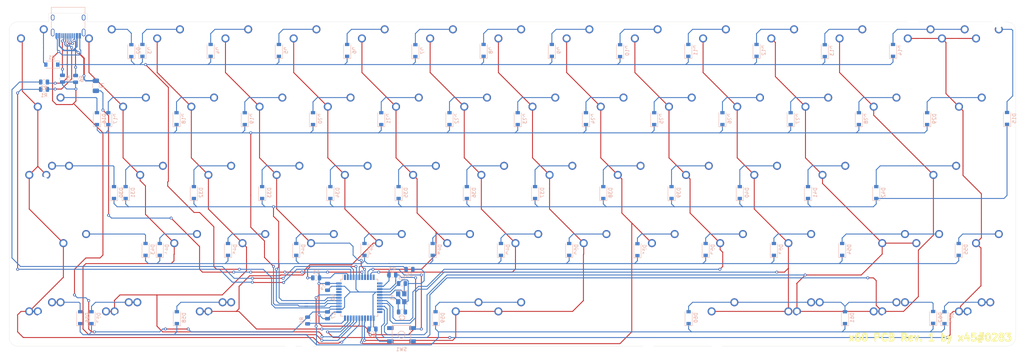
<source format=kicad_pcb>
(kicad_pcb (version 20171130) (host pcbnew "(5.1.10)-1")
  (layers (0 F.Cu signal) (31 B.Cu signal) (34 B.Paste user) (35 F.Paste user) (36 B.SilkS user) (37 F.SilkS user) (38 B.Mask user) (39 F.Mask user) (44 Edge.Cuts user))
  (net 0 "")
  (net 1 GND)
  (net 2 +5V)
  (net 3 "Net-(C2-Pad1)")
  (net 4 "Net-(C3-Pad1)")
  (net 5 "Net-(C5-Pad1)")
  (net 6 "Net-(D1-Pad2)")
  (net 7 ROW1)
  (net 8 "Net-(D2-Pad2)")
  (net 9 "Net-(D3-Pad2)")
  (net 10 "Net-(D4-Pad2)")
  (net 11 "Net-(D5-Pad2)")
  (net 12 "Net-(D6-Pad2)")
  (net 13 "Net-(D7-Pad2)")
  (net 14 "Net-(D8-Pad2)")
  (net 15 "Net-(D9-Pad2)")
  (net 16 "Net-(D10-Pad2)")
  (net 17 "Net-(D11-Pad2)")
  (net 18 "Net-(D12-Pad2)")
  (net 19 "Net-(D13-Pad2)")
  (net 20 "Net-(D14-Pad2)")
  (net 21 "Net-(D15-Pad2)")
  (net 22 ROW3)
  (net 23 "Net-(D16-Pad2)")
  (net 24 ROW2)
  (net 25 "Net-(D17-Pad2)")
  (net 26 "Net-(D18-Pad2)")
  (net 27 "Net-(D19-Pad2)")
  (net 28 "Net-(D20-Pad2)")
  (net 29 "Net-(D21-Pad2)")
  (net 30 "Net-(D22-Pad2)")
  (net 31 "Net-(D23-Pad2)")
  (net 32 "Net-(D24-Pad2)")
  (net 33 "Net-(D25-Pad2)")
  (net 34 "Net-(D26-Pad2)")
  (net 35 "Net-(D27-Pad2)")
  (net 36 "Net-(D28-Pad2)")
  (net 37 "Net-(D29-Pad2)")
  (net 38 "Net-(D30-Pad2)")
  (net 39 "Net-(D31-Pad2)")
  (net 40 "Net-(D32-Pad2)")
  (net 41 "Net-(D33-Pad2)")
  (net 42 "Net-(D34-Pad2)")
  (net 43 "Net-(D35-Pad2)")
  (net 44 "Net-(D36-Pad2)")
  (net 45 "Net-(D37-Pad2)")
  (net 46 "Net-(D38-Pad2)")
  (net 47 "Net-(D39-Pad2)")
  (net 48 "Net-(D40-Pad2)")
  (net 49 "Net-(D41-Pad2)")
  (net 50 "Net-(D42-Pad2)")
  (net 51 "Net-(D43-Pad2)")
  (net 52 ROW4)
  (net 53 "Net-(D44-Pad2)")
  (net 54 "Net-(D45-Pad2)")
  (net 55 "Net-(D46-Pad2)")
  (net 56 "Net-(D47-Pad2)")
  (net 57 "Net-(D48-Pad2)")
  (net 58 "Net-(D49-Pad2)")
  (net 59 "Net-(D50-Pad2)")
  (net 60 "Net-(D51-Pad2)")
  (net 61 "Net-(D52-Pad2)")
  (net 62 "Net-(D53-Pad2)")
  (net 63 "Net-(D54-Pad2)")
  (net 64 "Net-(D55-Pad2)")
  (net 65 "Net-(D56-Pad2)")
  (net 66 ROW5)
  (net 67 "Net-(D57-Pad2)")
  (net 68 "Net-(D58-Pad2)")
  (net 69 "Net-(D59-Pad2)")
  (net 70 "Net-(D60-Pad2)")
  (net 71 "Net-(D61-Pad2)")
  (net 72 "Net-(D62-Pad2)")
  (net 73 "Net-(D63-Pad2)")
  (net 74 VCC)
  (net 75 COL1)
  (net 76 COL2)
  (net 77 COL3)
  (net 78 COL4)
  (net 79 COL5)
  (net 80 COL6)
  (net 81 COL7)
  (net 82 COL8)
  (net 83 COL9)
  (net 84 COL10)
  (net 85 COL11)
  (net 86 COL12)
  (net 87 COL13)
  (net 88 COL14)
  (net 89 D-)
  (net 90 "Net-(R1-Pad1)")
  (net 91 D+)
  (net 92 "Net-(R2-Pad1)")
  (net 93 "Net-(R3-Pad2)")
  (net 94 "Net-(R4-Pad2)")
  (net 95 "Net-(U1-Pad42)")
  (net 96 "Net-(U1-Pad12)")
  (net 97 "Net-(U1-Pad1)")
  (net 98 "Net-(U1-Pad41)")
  (net 99 "Net-(U1-Pad25)")
  (net 100 "Net-(U1-Pad22)")
  (net 101 "Net-(U1-Pad11)")
  (net 102 "Net-(J1-PadB8)")
  (net 103 "Net-(J1-PadA5)")
  (net 104 "Net-(J1-PadA8)")
  (net 105 "Net-(J1-PadB5)")
  (net 106 "Net-(J1-PadS1)")
  (module MX_Only:MXOnly-1U-NoLED (layer F.Cu) (at 88.8944 128.5794)
    (fp_text reference MX1)
    (fp_text value ESC)
    (pad 2 thru_hole circle (at 2.54 -5.08) (size 2.25 2.25) (drill 1.47) (layers *.Cu B.Mask) (net 6 "Net-(D1-Pad2)"))
    (pad "" np_thru_hole circle (at 0 0) (size 3.9878 3.9878) (drill 3.9878) (layers *.Cu *.Mask))
    (pad 1 thru_hole circle (at -3.81 -2.54) (size 2.25 2.25) (drill 1.47) (layers *.Cu B.Mask) (net 75 COL1))
    (pad "" np_thru_hole circle (at -5.08 0 48.0996) (size 1.75 1.75) (drill 1.75) (layers *.Cu *.Mask))
    (pad "" np_thru_hole circle (at 5.08 0 48.0996) (size 1.75 1.75) (drill 1.75) (layers *.Cu *.Mask))
  )
  (module MX_Only:MXOnly-1U-NoLED (layer F.Cu) (at 107.8709 128.5889)
    (fp_text reference MX2)
    (fp_text value 1)
    (pad 2 thru_hole circle (at 2.54 -5.08) (size 2.25 2.25) (drill 1.47) (layers *.Cu B.Mask) (net 8 "Net-(D2-Pad2)"))
    (pad "" np_thru_hole circle (at 0 0) (size 3.9878 3.9878) (drill 3.9878) (layers *.Cu *.Mask))
    (pad 1 thru_hole circle (at -3.81 -2.54) (size 2.25 2.25) (drill 1.47) (layers *.Cu B.Mask) (net 76 COL2))
    (pad "" np_thru_hole circle (at -5.08 0 48.0996) (size 1.75 1.75) (drill 1.75) (layers *.Cu *.Mask))
    (pad "" np_thru_hole circle (at 5.08 0 48.0996) (size 1.75 1.75) (drill 1.75) (layers *.Cu *.Mask))
  )
  (module Connector_USB:USB_C_Receptacle_HRO_TYPE-C-31-M-12 (layer B.Cu) (at 98.2509 121.2664)
    (fp_text reference J1 (at 0 5.645) (layer B.SilkS) (effects (justify mirror)))
    (fp_text value USB_C_Receptacle_USB2.0)
    (pad B1 smd rect (at 3.25 4.045) (size 0.6 1.45) (layers B.Cu B.Paste B.Mask) (net 1 GND))
    (pad A9 smd rect (at 2.45 4.045) (size 0.6 1.45) (layers B.Cu B.Paste B.Mask) (net 74 VCC))
    (pad B9 smd rect (at -2.45 4.045) (size 0.6 1.45) (layers B.Cu B.Paste B.Mask) (net 74 VCC))
    (pad B12 smd rect (at -3.25 4.045) (size 0.6 1.45) (layers B.Cu B.Paste B.Mask) (net 1 GND))
    (pad A1 smd rect (at -3.25 4.045) (size 0.6 1.45) (layers B.Cu B.Paste B.Mask) (net 1 GND))
    (pad A4 smd rect (at -2.45 4.045) (size 0.6 1.45) (layers B.Cu B.Paste B.Mask) (net 74 VCC))
    (pad B4 smd rect (at 2.45 4.045) (size 0.6 1.45) (layers B.Cu B.Paste B.Mask) (net 74 VCC))
    (pad A12 smd rect (at 3.25 4.045) (size 0.6 1.45) (layers B.Cu B.Paste B.Mask) (net 1 GND))
    (pad B8 smd rect (at -1.75 4.045) (size 0.3 1.45) (layers B.Cu B.Paste B.Mask) (net 102 "Net-(J1-PadB8)"))
    (pad A5 smd rect (at -1.25 4.045) (size 0.3 1.45) (layers B.Cu B.Paste B.Mask) (net 103 "Net-(J1-PadA5)"))
    (pad B7 smd rect (at -0.75 4.045) (size 0.3 1.45) (layers B.Cu B.Paste B.Mask) (net 89 D-))
    (pad A7 smd rect (at 0.25 4.045) (size 0.3 1.45) (layers B.Cu B.Paste B.Mask) (net 89 D-))
    (pad B6 smd rect (at 0.75 4.045) (size 0.3 1.45) (layers B.Cu B.Paste B.Mask) (net 91 D+))
    (pad A8 smd rect (at 1.25 4.045) (size 0.3 1.45) (layers B.Cu B.Paste B.Mask) (net 104 "Net-(J1-PadA8)"))
    (pad B5 smd rect (at 1.75 4.045) (size 0.3 1.45) (layers B.Cu B.Paste B.Mask) (net 105 "Net-(J1-PadB5)"))
    (pad A6 smd rect (at -0.25 4.045) (size 0.3 1.45) (layers B.Cu B.Paste B.Mask) (net 91 D+))
    (pad S1 thru_hole oval (at 4.32 3.13) (size 1 2.1) (drill oval 0.6 1.7) (layers *.Cu *.Mask) (net 106 "Net-(J1-PadS1)"))
    (pad S1 thru_hole oval (at -4.32 3.13) (size 1 2.1) (drill oval 0.6 1.7) (layers *.Cu *.Mask) (net 106 "Net-(J1-PadS1)"))
    (pad "" np_thru_hole circle (at -2.89 2.6) (size 0.65 0.65) (drill 0.65) (layers *.Cu *.Mask))
    (pad S1 thru_hole oval (at -4.32 -1.05) (size 1 1.6) (drill oval 0.6 1.2) (layers *.Cu *.Mask) (net 106 "Net-(J1-PadS1)"))
    (pad "" np_thru_hole circle (at 2.89 2.6) (size 0.65 0.65) (drill 0.65) (layers *.Cu *.Mask))
    (pad S1 thru_hole oval (at 4.32 -1.05) (size 1 1.6) (drill oval 0.6 1.2) (layers *.Cu *.Mask) (net 106 "Net-(J1-PadS1)"))
  )
  (module Diode_SMD:D_SOD-123 (layer B.Cu) (at 93.66465 133.3514 180)
    (fp_text reference D1 (at 0 2 180) (layer B.SilkS) (effects (justify mirror)))
    (fp_text value D_Small)
    (pad 2 smd rect (at 1.65 0 180) (size 0.9 1.2) (layers B.Cu B.Paste B.Mask) (net 6 "Net-(D1-Pad2)"))
    (pad 1 smd rect (at -1.65 0 180) (size 0.9 1.2) (layers B.Cu B.Paste B.Mask) (net 7 ROW1))
  )
  (module MX_Only:MXOnly-6.25U-ReversedStabilizers-NoLED (layer F.Cu) (at 210.26465 204.7889)
    (fp_text reference MX59)
    (fp_text value SPACE6.25)
    (pad 2 thru_hole circle (at 2.54 -5.08) (size 2.25 2.25) (drill 1.47) (layers *.Cu B.Mask) (net 69 "Net-(D59-Pad2)"))
    (pad "" np_thru_hole circle (at 0 0) (size 3.9878 3.9878) (drill 3.9878) (layers *.Cu *.Mask))
    (pad 1 thru_hole circle (at -3.81 -2.54) (size 2.25 2.25) (drill 1.47) (layers *.Cu B.Mask) (net 82 COL8))
    (pad "" np_thru_hole circle (at -5.08 0 48.0996) (size 1.75 1.75) (drill 1.75) (layers *.Cu *.Mask))
    (pad "" np_thru_hole circle (at 5.08 0 48.0996) (size 1.75 1.75) (drill 1.75) (layers *.Cu *.Mask))
    (pad "" np_thru_hole circle (at -49.9999 6.985) (size 3.048 3.048) (drill 3.048) (layers *.Cu *.Mask))
    (pad "" np_thru_hole circle (at 49.9999 6.985) (size 3.048 3.048) (drill 3.048) (layers *.Cu *.Mask))
    (pad "" np_thru_hole circle (at -49.9999 -8.255) (size 3.9878 3.9878) (drill 3.9878) (layers *.Cu *.Mask))
    (pad "" np_thru_hole circle (at 49.9999 -8.255) (size 3.9878 3.9878) (drill 3.9878) (layers *.Cu *.Mask))
  )
  (module MX_Only:MXOnly-7U-ReversedStabilizers-NoLED (layer F.Cu) (at 222.1709 204.7889)
    (fp_text reference MX59/2)
    (fp_text value SPACE)
    (pad 2 thru_hole circle (at 2.54 -5.08) (size 2.25 2.25) (drill 1.47) (layers *.Cu B.Mask) (net 69 "Net-(D59-Pad2)"))
    (pad "" np_thru_hole circle (at 0 0) (size 3.9878 3.9878) (drill 3.9878) (layers *.Cu *.Mask))
    (pad 1 thru_hole circle (at -3.81 -2.54) (size 2.25 2.25) (drill 1.47) (layers *.Cu B.Mask) (net 82 COL8))
    (pad "" np_thru_hole circle (at -5.08 0 48.0996) (size 1.75 1.75) (drill 1.75) (layers *.Cu *.Mask))
    (pad "" np_thru_hole circle (at 5.08 0 48.0996) (size 1.75 1.75) (drill 1.75) (layers *.Cu *.Mask))
    (pad "" np_thru_hole circle (at -57.15 6.985) (size 3.048 3.048) (drill 3.048) (layers *.Cu *.Mask))
    (pad "" np_thru_hole circle (at 57.15 6.985) (size 3.048 3.048) (drill 3.048) (layers *.Cu *.Mask))
    (pad "" np_thru_hole circle (at -57.15 -8.255) (size 3.9878 3.9878) (drill 3.9878) (layers *.Cu *.Mask))
    (pad "" np_thru_hole circle (at 57.15 -8.255) (size 3.9878 3.9878) (drill 3.9878) (layers *.Cu *.Mask))
  )
  (module Resistor_SMD:R_0805_2012Metric (layer B.Cu) (at 100.3209 137.3389 90)
    (fp_text reference R6 (at 0 1.65 90) (layer B.SilkS) (effects (justify mirror)))
    (fp_text value 5k)
    (pad 2 smd roundrect (at 0.9375 0 90) (size 0.975 1.4) (layers B.Cu B.Paste B.Mask) (net 105 "Net-(J1-PadB5)"))
    (pad 1 smd roundrect (at -0.9375 0 90) (size 0.975 1.4) (layers B.Cu B.Paste B.Mask) (net 1 GND))
  )
  (module Resistor_SMD:R_0805_2012Metric (layer B.Cu) (at 96.6509 137.2789 90)
    (fp_text reference R5 (at 0 1.65 270) (layer B.SilkS) (effects (justify mirror)))
    (fp_text value 5k)
    (pad 2 smd roundrect (at 0.9375 0 90) (size 0.975 1.4) (layers B.Cu B.Paste B.Mask) (net 103 "Net-(J1-PadA5)"))
    (pad 1 smd roundrect (at -0.9375 0 90) (size 0.975 1.4) (layers B.Cu B.Paste B.Mask) (net 1 GND))
  )
  (module MX_Only:MXOnly-1U-NoLED (layer F.Cu) (at 169.86465 185.7389)
    (fp_text reference MX46)
    (fp_text value C)
    (pad 2 thru_hole circle (at 2.54 -5.08) (size 2.25 2.25) (drill 1.47) (layers *.Cu B.Mask) (net 55 "Net-(D46-Pad2)"))
    (pad "" np_thru_hole circle (at 0 0) (size 3.9878 3.9878) (drill 3.9878) (layers *.Cu *.Mask))
    (pad 1 thru_hole circle (at -3.81 -2.54) (size 2.25 2.25) (drill 1.47) (layers *.Cu B.Mask) (net 78 COL4))
    (pad "" np_thru_hole circle (at -5.08 0 48.0996) (size 1.75 1.75) (drill 1.75) (layers *.Cu *.Mask))
    (pad "" np_thru_hole circle (at 5.08 0 48.0996) (size 1.75 1.75) (drill 1.75) (layers *.Cu *.Mask))
  )
  (module Fuse:Fuse_1206_3216Metric (layer B.Cu) (at 105.9809 139.2714 90)
    (fp_text reference F1 (at 0 1.82 270) (layer B.SilkS) (effects (justify mirror)))
    (fp_text value 500mA)
    (pad 2 smd roundrect (at 1.4 0 90) (size 1.25 1.75) (layers B.Cu B.Paste B.Mask) (roundrect_rratio 0.2) (net 74 VCC))
    (pad 1 smd roundrect (at -1.4 0 90) (size 1.25 1.75) (layers B.Cu B.Paste B.Mask) (roundrect_rratio 0.2) (net 2 +5V))
  )
  (module Capacitor_SMD:C_0805_2012Metric (layer B.Cu) (at 167.4834 192.88265 180)
    (fp_text reference C6 (at 0 1.65) (layer B.SilkS) (effects (justify mirror)))
    (fp_text value 0.1uF)
    (pad 2 smd roundrect (at 0.9375 0 180) (size 0.975 1.4) (layers B.Cu B.Paste B.Mask) (net 1 GND))
    (pad 1 smd roundrect (at -0.9375 0 180) (size 0.975 1.4) (layers B.Cu B.Paste B.Mask) (net 2 +5V))
  )
  (module Capacitor_SMD:C_0805_2012Metric (layer B.Cu) (at 170.6584 195.40765 270)
    (fp_text reference C4 (at 0 1.65 90) (layer B.SilkS) (effects (justify mirror)))
    (fp_text value 0.1uF)
    (pad 2 smd roundrect (at 0.9375 0 270) (size 0.975 1.4) (layers B.Cu B.Paste B.Mask) (net 1 GND))
    (pad 1 smd roundrect (at -0.9375 0 270) (size 0.975 1.4) (layers B.Cu B.Paste B.Mask) (net 2 +5V))
  )
  (module MX_Only:MXOnly-1U-NoLED (layer F.Cu) (at 188.8334 185.7389)
    (fp_text reference MX47)
    (fp_text value V)
    (pad 2 thru_hole circle (at 2.54 -5.08) (size 2.25 2.25) (drill 1.47) (layers *.Cu B.Mask) (net 56 "Net-(D47-Pad2)"))
    (pad "" np_thru_hole circle (at 0 0) (size 3.9878 3.9878) (drill 3.9878) (layers *.Cu *.Mask))
    (pad 1 thru_hole circle (at -3.81 -2.54) (size 2.25 2.25) (drill 1.47) (layers *.Cu B.Mask) (net 79 COL5))
    (pad "" np_thru_hole circle (at -5.08 0 48.0996) (size 1.75 1.75) (drill 1.75) (layers *.Cu *.Mask))
    (pad "" np_thru_hole circle (at 5.08 0 48.0996) (size 1.75 1.75) (drill 1.75) (layers *.Cu *.Mask))
  )
  (module MX_Only:MXOnly-1.25U-NoLED (layer F.Cu) (at 91.20215 204.7889)
    (fp_text reference MX56)
    (fp_text value LCTRL1.25)
    (pad 2 thru_hole circle (at 2.54 -5.08) (size 2.25 2.25) (drill 1.47) (layers *.Cu B.Mask) (net 65 "Net-(D56-Pad2)"))
    (pad "" np_thru_hole circle (at 0 0) (size 3.9878 3.9878) (drill 3.9878) (layers *.Cu *.Mask))
    (pad 1 thru_hole circle (at -3.81 -2.54) (size 2.25 2.25) (drill 1.47) (layers *.Cu B.Mask) (net 75 COL1))
    (pad "" np_thru_hole circle (at -5.08 0 48.0996) (size 1.75 1.75) (drill 1.75) (layers *.Cu *.Mask))
    (pad "" np_thru_hole circle (at 5.08 0 48.0996) (size 1.75 1.75) (drill 1.75) (layers *.Cu *.Mask))
  )
  (module Crystal:Crystal_SMD_3225-4Pin_3.2x2.5mm (layer B.Cu) (at 191.23965 198.4389 270)
    (fp_text reference Y1 (at 0 2.45 90) (layer B.SilkS) (effects (justify mirror)))
    (fp_text value 16mhz)
    (pad 4 smd rect (at -1.1 0.85 270) (size 1.4 1.2) (layers B.Cu B.Paste B.Mask) (net 1 GND))
    (pad 3 smd rect (at 1.1 0.85 270) (size 1.4 1.2) (layers B.Cu B.Paste B.Mask) (net 3 "Net-(C2-Pad1)"))
    (pad 2 smd rect (at 1.1 -0.85 270) (size 1.4 1.2) (layers B.Cu B.Paste B.Mask) (net 1 GND))
    (pad 1 smd rect (at -1.1 -0.85 270) (size 1.4 1.2) (layers B.Cu B.Paste B.Mask) (net 4 "Net-(C3-Pad1)"))
  )
  (module Package_QFP:TQFP-44_10x10mm_P0.8mm (layer B.Cu) (at 179.5334 198.4389 270)
    (fp_text reference U1 (at 0 7.45 90) (layer B.SilkS) (effects (justify mirror)))
    (fp_text value ATmega32U4-AU)
    (pad 44 smd rect (at -4 5.7 180) (size 1.5 0.55) (layers B.Cu B.Paste B.Mask) (net 2 +5V))
    (pad 43 smd rect (at -3.2 5.7 180) (size 1.5 0.55) (layers B.Cu B.Paste B.Mask) (net 1 GND))
    (pad 42 smd rect (at -2.4 5.7 180) (size 1.5 0.55) (layers B.Cu B.Paste B.Mask) (net 95 "Net-(U1-Pad42)"))
    (pad 41 smd rect (at -1.6 5.7 180) (size 1.5 0.55) (layers B.Cu B.Paste B.Mask) (net 98 "Net-(U1-Pad41)"))
    (pad 40 smd rect (at -0.8 5.7 180) (size 1.5 0.55) (layers B.Cu B.Paste B.Mask) (net 66 ROW5))
    (pad 39 smd rect (at 0 5.7 180) (size 1.5 0.55) (layers B.Cu B.Paste B.Mask) (net 52 ROW4))
    (pad 38 smd rect (at 0.8 5.7 180) (size 1.5 0.55) (layers B.Cu B.Paste B.Mask) (net 22 ROW3))
    (pad 37 smd rect (at 1.6 5.7 180) (size 1.5 0.55) (layers B.Cu B.Paste B.Mask) (net 24 ROW2))
    (pad 36 smd rect (at 2.4 5.7 180) (size 1.5 0.55) (layers B.Cu B.Paste B.Mask) (net 7 ROW1))
    (pad 35 smd rect (at 3.2 5.7 180) (size 1.5 0.55) (layers B.Cu B.Paste B.Mask) (net 1 GND))
    (pad 34 smd rect (at 4 5.7 180) (size 1.5 0.55) (layers B.Cu B.Paste B.Mask) (net 2 +5V))
    (pad 33 smd rect (at 5.7 4 270) (size 1.5 0.55) (layers B.Cu B.Paste B.Mask) (net 94 "Net-(R4-Pad2)"))
    (pad 32 smd rect (at 5.7 3.2 270) (size 1.5 0.55) (layers B.Cu B.Paste B.Mask) (net 79 COL5))
    (pad 31 smd rect (at 5.7 2.4 270) (size 1.5 0.55) (layers B.Cu B.Paste B.Mask) (net 88 COL14))
    (pad 30 smd rect (at 5.7 1.6 270) (size 1.5 0.55) (layers B.Cu B.Paste B.Mask) (net 77 COL3))
    (pad 29 smd rect (at 5.7 0.8 270) (size 1.5 0.55) (layers B.Cu B.Paste B.Mask) (net 76 COL2))
    (pad 28 smd rect (at 5.7 0 270) (size 1.5 0.55) (layers B.Cu B.Paste B.Mask) (net 75 COL1))
    (pad 27 smd rect (at 5.7 -0.8 270) (size 1.5 0.55) (layers B.Cu B.Paste B.Mask) (net 83 COL9))
    (pad 26 smd rect (at 5.7 -1.6 270) (size 1.5 0.55) (layers B.Cu B.Paste B.Mask) (net 82 COL8))
    (pad 25 smd rect (at 5.7 -2.4 270) (size 1.5 0.55) (layers B.Cu B.Paste B.Mask) (net 99 "Net-(U1-Pad25)"))
    (pad 24 smd rect (at 5.7 -3.2 270) (size 1.5 0.55) (layers B.Cu B.Paste B.Mask) (net 2 +5V))
    (pad 23 smd rect (at 5.7 -4 270) (size 1.5 0.55) (layers B.Cu B.Paste B.Mask) (net 1 GND))
    (pad 22 smd rect (at 4 -5.7 180) (size 1.5 0.55) (layers B.Cu B.Paste B.Mask) (net 100 "Net-(U1-Pad22)"))
    (pad 21 smd rect (at 3.2 -5.7 180) (size 1.5 0.55) (layers B.Cu B.Paste B.Mask) (net 87 COL13))
    (pad 20 smd rect (at 2.4 -5.7 180) (size 1.5 0.55) (layers B.Cu B.Paste B.Mask) (net 86 COL12))
    (pad 19 smd rect (at 1.6 -5.7 180) (size 1.5 0.55) (layers B.Cu B.Paste B.Mask) (net 85 COL11))
    (pad 18 smd rect (at 0.8 -5.7 180) (size 1.5 0.55) (layers B.Cu B.Paste B.Mask) (net 84 COL10))
    (pad 17 smd rect (at 0 -5.7 180) (size 1.5 0.55) (layers B.Cu B.Paste B.Mask) (net 3 "Net-(C2-Pad1)"))
    (pad 16 smd rect (at -0.8 -5.7 180) (size 1.5 0.55) (layers B.Cu B.Paste B.Mask) (net 4 "Net-(C3-Pad1)"))
    (pad 15 smd rect (at -1.6 -5.7 180) (size 1.5 0.55) (layers B.Cu B.Paste B.Mask) (net 1 GND))
    (pad 14 smd rect (at -2.4 -5.7 180) (size 1.5 0.55) (layers B.Cu B.Paste B.Mask) (net 2 +5V))
    (pad 13 smd rect (at -3.2 -5.7 180) (size 1.5 0.55) (layers B.Cu B.Paste B.Mask) (net 93 "Net-(R3-Pad2)"))
    (pad 12 smd rect (at -4 -5.7 180) (size 1.5 0.55) (layers B.Cu B.Paste B.Mask) (net 96 "Net-(U1-Pad12)"))
    (pad 11 smd rect (at -5.7 -4 270) (size 1.5 0.55) (layers B.Cu B.Paste B.Mask) (net 101 "Net-(U1-Pad11)"))
    (pad 10 smd rect (at -5.7 -3.2 270) (size 1.5 0.55) (layers B.Cu B.Paste B.Mask) (net 81 COL7))
    (pad 9 smd rect (at -5.7 -2.4 270) (size 1.5 0.55) (layers B.Cu B.Paste B.Mask) (net 80 COL6))
    (pad 8 smd rect (at -5.7 -1.6 270) (size 1.5 0.55) (layers B.Cu B.Paste B.Mask) (net 78 COL4))
    (pad 7 smd rect (at -5.7 -0.8 270) (size 1.5 0.55) (layers B.Cu B.Paste B.Mask) (net 2 +5V))
    (pad 6 smd rect (at -5.7 0 270) (size 1.5 0.55) (layers B.Cu B.Paste B.Mask) (net 5 "Net-(C5-Pad1)"))
    (pad 5 smd rect (at -5.7 0.8 270) (size 1.5 0.55) (layers B.Cu B.Paste B.Mask) (net 1 GND))
    (pad 4 smd rect (at -5.7 1.6 270) (size 1.5 0.55) (layers B.Cu B.Paste B.Mask) (net 92 "Net-(R2-Pad1)"))
    (pad 3 smd rect (at -5.7 2.4 270) (size 1.5 0.55) (layers B.Cu B.Paste B.Mask) (net 90 "Net-(R1-Pad1)"))
    (pad 2 smd rect (at -5.7 3.2 270) (size 1.5 0.55) (layers B.Cu B.Paste B.Mask) (net 2 +5V))
    (pad 1 smd rect (at -5.7 4 270) (size 1.5 0.55) (layers B.Cu B.Paste B.Mask) (net 97 "Net-(U1-Pad1)"))
  )
  (module random-keyboard-parts:SKQG-1155865 (layer B.Cu) (at 191.2959 208.75765 180)
    (fp_text reference SW1 (at 0 -4.064 180) (layer B.SilkS) (effects (justify mirror)))
    (fp_text value SW_Push)
    (pad 4 smd rect (at -3.1 -1.85 180) (size 1.8 1.1) (layers B.Cu B.Paste B.Mask))
    (pad 3 smd rect (at 3.1 1.85 180) (size 1.8 1.1) (layers B.Cu B.Paste B.Mask))
    (pad 2 smd rect (at -3.1 1.85 180) (size 1.8 1.1) (layers B.Cu B.Paste B.Mask) (net 93 "Net-(R3-Pad2)"))
    (pad 1 smd rect (at 3.1 -1.85 180) (size 1.8 1.1) (layers B.Cu B.Paste B.Mask) (net 1 GND))
  )
  (module Resistor_SMD:R_0805_2012Metric (layer B.Cu) (at 165.10215 204.7889 270)
    (fp_text reference R4 (at 0 1.65 270) (layer B.SilkS) (effects (justify mirror)))
    (fp_text value 10k)
    (pad 2 smd roundrect (at 0.9375 0 270) (size 0.975 1.4) (layers B.Cu B.Paste B.Mask) (net 94 "Net-(R4-Pad2)"))
    (pad 1 smd roundrect (at -0.9375 0 270) (size 0.975 1.4) (layers B.Cu B.Paste B.Mask) (net 1 GND))
  )
  (module Resistor_SMD:R_0805_2012Metric (layer B.Cu) (at 188.7709 192.0889 180)
    (fp_text reference R3 (at 0 1.65) (layer B.SilkS) (effects (justify mirror)))
    (fp_text value 10k)
    (pad 2 smd roundrect (at 0.9375 0 180) (size 0.975 1.4) (layers B.Cu B.Paste B.Mask) (net 93 "Net-(R3-Pad2)"))
    (pad 1 smd roundrect (at -0.9375 0 180) (size 0.975 1.4) (layers B.Cu B.Paste B.Mask) (net 2 +5V))
  )
  (module Resistor_SMD:R_0805_2012Metric (layer B.Cu) (at 91.5209 138.2214)
    (fp_text reference R2 (at 0 1.65) (layer B.SilkS) (effects (justify mirror)))
    (fp_text value 22k)
    (pad 2 smd roundrect (at 0.9375 0) (size 0.975 1.4) (layers B.Cu B.Paste B.Mask) (net 91 D+))
    (pad 1 smd roundrect (at -0.9375 0) (size 0.975 1.4) (layers B.Cu B.Paste B.Mask) (net 92 "Net-(R2-Pad1)"))
  )
  (module Resistor_SMD:R_0805_2012Metric (layer B.Cu) (at 91.5209 140.2614)
    (fp_text reference R1 (at 0 1.65) (layer B.SilkS) (effects (justify mirror)))
    (fp_text value 22k)
    (pad 2 smd roundrect (at 0.9375 0) (size 0.975 1.4) (layers B.Cu B.Paste B.Mask) (net 89 D-))
    (pad 1 smd roundrect (at -0.9375 0) (size 0.975 1.4) (layers B.Cu B.Paste B.Mask) (net 90 "Net-(R1-Pad1)"))
  )
  (module MX_Only:MXOnly-1.5U-NoLED (layer F.Cu) (at 350.7584 204.7889)
    (fp_text reference MX63/2)
    (fp_text value RCTRL)
    (pad 2 thru_hole circle (at 2.54 -5.08) (size 2.25 2.25) (drill 1.47) (layers *.Cu B.Mask) (net 73 "Net-(D63-Pad2)"))
    (pad "" np_thru_hole circle (at 0 0) (size 3.9878 3.9878) (drill 3.9878) (layers *.Cu *.Mask))
    (pad 1 thru_hole circle (at -3.81 -2.54) (size 2.25 2.25) (drill 1.47) (layers *.Cu B.Mask) (net 88 COL14))
    (pad "" np_thru_hole circle (at -5.08 0 48.0996) (size 1.75 1.75) (drill 1.75) (layers *.Cu *.Mask))
    (pad "" np_thru_hole circle (at 5.08 0 48.0996) (size 1.75 1.75) (drill 1.75) (layers *.Cu *.Mask))
  )
  (module MX_Only:MXOnly-1.25U-NoLED (layer F.Cu) (at 305.51465 204.7889)
    (fp_text reference MX61/2)
    (fp_text value RWIN1.25)
    (pad 2 thru_hole circle (at 2.54 -5.08) (size 2.25 2.25) (drill 1.47) (layers *.Cu B.Mask) (net 71 "Net-(D61-Pad2)"))
    (pad "" np_thru_hole circle (at 0 0) (size 3.9878 3.9878) (drill 3.9878) (layers *.Cu *.Mask))
    (pad 1 thru_hole circle (at -3.81 -2.54) (size 2.25 2.25) (drill 1.47) (layers *.Cu B.Mask) (net 86 COL12))
    (pad "" np_thru_hole circle (at -5.08 0 48.0996) (size 1.75 1.75) (drill 1.75) (layers *.Cu *.Mask))
    (pad "" np_thru_hole circle (at 5.08 0 48.0996) (size 1.75 1.75) (drill 1.75) (layers *.Cu *.Mask))
  )
  (module MX_Only:MXOnly-1.5U-NoLED (layer F.Cu) (at 303.1334 204.7889)
    (fp_text reference MX60/2)
    (fp_text value RALT)
    (pad 2 thru_hole circle (at 2.54 -5.08) (size 2.25 2.25) (drill 1.47) (layers *.Cu B.Mask) (net 70 "Net-(D60-Pad2)"))
    (pad "" np_thru_hole circle (at 0 0) (size 3.9878 3.9878) (drill 3.9878) (layers *.Cu *.Mask))
    (pad 1 thru_hole circle (at -3.81 -2.54) (size 2.25 2.25) (drill 1.47) (layers *.Cu B.Mask) (net 85 COL11))
    (pad "" np_thru_hole circle (at -5.08 0 48.0996) (size 1.75 1.75) (drill 1.75) (layers *.Cu *.Mask))
    (pad "" np_thru_hole circle (at 5.08 0 48.0996) (size 1.75 1.75) (drill 1.75) (layers *.Cu *.Mask))
  )
  (module MX_Only:MXOnly-1.5U-NoLED (layer F.Cu) (at 141.2084 204.7889)
    (fp_text reference MX58/2)
    (fp_text value ALT)
    (pad 2 thru_hole circle (at 2.54 -5.08) (size 2.25 2.25) (drill 1.47) (layers *.Cu B.Mask) (net 68 "Net-(D58-Pad2)"))
    (pad "" np_thru_hole circle (at 0 0) (size 3.9878 3.9878) (drill 3.9878) (layers *.Cu *.Mask))
    (pad 1 thru_hole circle (at -3.81 -2.54) (size 2.25 2.25) (drill 1.47) (layers *.Cu B.Mask) (net 79 COL5))
    (pad "" np_thru_hole circle (at -5.08 0 48.0996) (size 1.75 1.75) (drill 1.75) (layers *.Cu *.Mask))
    (pad "" np_thru_hole circle (at 5.08 0 48.0996) (size 1.75 1.75) (drill 1.75) (layers *.Cu *.Mask))
  )
  (module MX_Only:MXOnly-1U-NoLED (layer F.Cu) (at 112.6334 204.7889)
    (fp_text reference MX57/2)
    (fp_text value WIN)
    (pad 2 thru_hole circle (at 2.54 -5.08) (size 2.25 2.25) (drill 1.47) (layers *.Cu B.Mask) (net 67 "Net-(D57-Pad2)"))
    (pad "" np_thru_hole circle (at 0 0) (size 3.9878 3.9878) (drill 3.9878) (layers *.Cu *.Mask))
    (pad 1 thru_hole circle (at -3.81 -2.54) (size 2.25 2.25) (drill 1.47) (layers *.Cu B.Mask) (net 77 COL3))
    (pad "" np_thru_hole circle (at -5.08 0 48.0996) (size 1.75 1.75) (drill 1.75) (layers *.Cu *.Mask))
    (pad "" np_thru_hole circle (at 5.08 0 48.0996) (size 1.75 1.75) (drill 1.75) (layers *.Cu *.Mask))
  )
  (module MX_Only:MXOnly-1.5U-NoLED (layer F.Cu) (at 93.5834 204.7889)
    (fp_text reference MX56/2)
    (fp_text value CTRL)
    (pad 2 thru_hole circle (at 2.54 -5.08) (size 2.25 2.25) (drill 1.47) (layers *.Cu B.Mask) (net 65 "Net-(D56-Pad2)"))
    (pad "" np_thru_hole circle (at 0 0) (size 3.9878 3.9878) (drill 3.9878) (layers *.Cu *.Mask))
    (pad 1 thru_hole circle (at -3.81 -2.54) (size 2.25 2.25) (drill 1.47) (layers *.Cu B.Mask) (net 75 COL1))
    (pad "" np_thru_hole circle (at -5.08 0 48.0996) (size 1.75 1.75) (drill 1.75) (layers *.Cu *.Mask))
    (pad "" np_thru_hole circle (at 5.08 0 48.0996) (size 1.75 1.75) (drill 1.75) (layers *.Cu *.Mask))
  )
  (module MX_Only:MXOnly-1.75U-NoLED (layer F.Cu) (at 329.32715 185.7389)
    (fp_text reference MX54/2)
    (fp_text value RSHIFT_1.75)
    (pad 2 thru_hole circle (at 2.54 -5.08) (size 2.25 2.25) (drill 1.47) (layers *.Cu B.Mask) (net 63 "Net-(D54-Pad2)"))
    (pad "" np_thru_hole circle (at 0 0) (size 3.9878 3.9878) (drill 3.9878) (layers *.Cu *.Mask))
    (pad 1 thru_hole circle (at -3.81 -2.54) (size 2.25 2.25) (drill 1.47) (layers *.Cu B.Mask) (net 86 COL12))
    (pad "" np_thru_hole circle (at -5.08 0 48.0996) (size 1.75 1.75) (drill 1.75) (layers *.Cu *.Mask))
    (pad "" np_thru_hole circle (at 5.08 0 48.0996) (size 1.75 1.75) (drill 1.75) (layers *.Cu *.Mask))
  )
  (module MX_Only:MXOnly-1.25U-NoLED (layer F.Cu) (at 91.20215 166.6889)
    (fp_text reference MX30/2)
    (fp_text value "CAPS Stepped")
    (pad 2 thru_hole circle (at 2.54 -5.08) (size 2.25 2.25) (drill 1.47) (layers *.Cu B.Mask) (net 38 "Net-(D30-Pad2)"))
    (pad "" np_thru_hole circle (at 0 0) (size 3.9878 3.9878) (drill 3.9878) (layers *.Cu *.Mask))
    (pad 1 thru_hole circle (at -3.81 -2.54) (size 2.25 2.25) (drill 1.47) (layers *.Cu B.Mask) (net 75 COL1))
    (pad "" np_thru_hole circle (at -5.08 0 48.0996) (size 1.75 1.75) (drill 1.75) (layers *.Cu *.Mask))
    (pad "" np_thru_hole circle (at 5.08 0 48.0996) (size 1.75 1.75) (drill 1.75) (layers *.Cu *.Mask))
  )
  (module MX_Only:MXOnly-1U-NoLED (layer F.Cu) (at 336.4709 128.5889)
    (fp_text reference MX14/2)
    (fp_text value "\\ Split")
    (pad 2 thru_hole circle (at 2.54 -5.08) (size 2.25 2.25) (drill 1.47) (layers *.Cu B.Mask) (net 20 "Net-(D14-Pad2)"))
    (pad "" np_thru_hole circle (at 0 0) (size 3.9878 3.9878) (drill 3.9878) (layers *.Cu *.Mask))
    (pad 1 thru_hole circle (at -3.81 -2.54) (size 2.25 2.25) (drill 1.47) (layers *.Cu B.Mask) (net 88 COL14))
    (pad "" np_thru_hole circle (at -5.08 0 48.0996) (size 1.75 1.75) (drill 1.75) (layers *.Cu *.Mask))
    (pad "" np_thru_hole circle (at 5.08 0 48.0996) (size 1.75 1.75) (drill 1.75) (layers *.Cu *.Mask))
  )
  (module MX_Only:MXOnly-1.25U-NoLED (layer F.Cu) (at 353.13965 204.7889)
    (fp_text reference MX63)
    (fp_text value RCTRL1.25)
    (pad 2 thru_hole circle (at 2.54 -5.08) (size 2.25 2.25) (drill 1.47) (layers *.Cu B.Mask) (net 73 "Net-(D63-Pad2)"))
    (pad "" np_thru_hole circle (at 0 0) (size 3.9878 3.9878) (drill 3.9878) (layers *.Cu *.Mask))
    (pad 1 thru_hole circle (at -3.81 -2.54) (size 2.25 2.25) (drill 1.47) (layers *.Cu B.Mask) (net 88 COL14))
    (pad "" np_thru_hole circle (at -5.08 0 48.0996) (size 1.75 1.75) (drill 1.75) (layers *.Cu *.Mask))
    (pad "" np_thru_hole circle (at 5.08 0 48.0996) (size 1.75 1.75) (drill 1.75) (layers *.Cu *.Mask))
  )
  (module MX_Only:MXOnly-1.25U-NoLED (layer F.Cu) (at 329.32715 204.7889)
    (fp_text reference MX62)
    (fp_text value Menu1.25)
    (pad 2 thru_hole circle (at 2.54 -5.08) (size 2.25 2.25) (drill 1.47) (layers *.Cu B.Mask) (net 72 "Net-(D62-Pad2)"))
    (pad "" np_thru_hole circle (at 0 0) (size 3.9878 3.9878) (drill 3.9878) (layers *.Cu *.Mask))
    (pad 1 thru_hole circle (at -3.81 -2.54) (size 2.25 2.25) (drill 1.47) (layers *.Cu B.Mask) (net 87 COL13))
    (pad "" np_thru_hole circle (at -5.08 0 48.0996) (size 1.75 1.75) (drill 1.75) (layers *.Cu *.Mask))
    (pad "" np_thru_hole circle (at 5.08 0 48.0996) (size 1.75 1.75) (drill 1.75) (layers *.Cu *.Mask))
  )
  (module MX_Only:MXOnly-1U-NoLED (layer F.Cu) (at 326.9459 204.7889)
    (fp_text reference MX61)
    (fp_text value RWIN)
    (pad 2 thru_hole circle (at 2.54 -5.08) (size 2.25 2.25) (drill 1.47) (layers *.Cu B.Mask) (net 71 "Net-(D61-Pad2)"))
    (pad "" np_thru_hole circle (at 0 0) (size 3.9878 3.9878) (drill 3.9878) (layers *.Cu *.Mask))
    (pad 1 thru_hole circle (at -3.81 -2.54) (size 2.25 2.25) (drill 1.47) (layers *.Cu B.Mask) (net 86 COL12))
    (pad "" np_thru_hole circle (at -5.08 0 48.0996) (size 1.75 1.75) (drill 1.75) (layers *.Cu *.Mask))
    (pad "" np_thru_hole circle (at 5.08 0 48.0996) (size 1.75 1.75) (drill 1.75) (layers *.Cu *.Mask))
  )
  (module MX_Only:MXOnly-1.25U-NoLED (layer F.Cu) (at 281.70215 204.7889)
    (fp_text reference MX60)
    (fp_text value RALT1.25)
    (pad 2 thru_hole circle (at 2.54 -5.08) (size 2.25 2.25) (drill 1.47) (layers *.Cu B.Mask) (net 70 "Net-(D60-Pad2)"))
    (pad "" np_thru_hole circle (at 0 0) (size 3.9878 3.9878) (drill 3.9878) (layers *.Cu *.Mask))
    (pad 1 thru_hole circle (at -3.81 -2.54) (size 2.25 2.25) (drill 1.47) (layers *.Cu B.Mask) (net 85 COL11))
    (pad "" np_thru_hole circle (at -5.08 0 48.0996) (size 1.75 1.75) (drill 1.75) (layers *.Cu *.Mask))
    (pad "" np_thru_hole circle (at 5.08 0 48.0996) (size 1.75 1.75) (drill 1.75) (layers *.Cu *.Mask))
  )
  (module MX_Only:MXOnly-1.25U-NoLED (layer F.Cu) (at 138.82715 204.7889)
    (fp_text reference MX58)
    (fp_text value LALT1.25)
    (pad 2 thru_hole circle (at 2.54 -5.08) (size 2.25 2.25) (drill 1.47) (layers *.Cu B.Mask) (net 68 "Net-(D58-Pad2)"))
    (pad "" np_thru_hole circle (at 0 0) (size 3.9878 3.9878) (drill 3.9878) (layers *.Cu *.Mask))
    (pad 1 thru_hole circle (at -3.81 -2.54) (size 2.25 2.25) (drill 1.47) (layers *.Cu B.Mask) (net 79 COL5))
    (pad "" np_thru_hole circle (at -5.08 0 48.0996) (size 1.75 1.75) (drill 1.75) (layers *.Cu *.Mask))
    (pad "" np_thru_hole circle (at 5.08 0 48.0996) (size 1.75 1.75) (drill 1.75) (layers *.Cu *.Mask))
  )
  (module MX_Only:MXOnly-1.25U-NoLED (layer F.Cu) (at 115.01465 204.7889)
    (fp_text reference MX57)
    (fp_text value LWIN1.25)
    (pad 2 thru_hole circle (at 2.54 -5.08) (size 2.25 2.25) (drill 1.47) (layers *.Cu B.Mask) (net 67 "Net-(D57-Pad2)"))
    (pad "" np_thru_hole circle (at 0 0) (size 3.9878 3.9878) (drill 3.9878) (layers *.Cu *.Mask))
    (pad 1 thru_hole circle (at -3.81 -2.54) (size 2.25 2.25) (drill 1.47) (layers *.Cu B.Mask) (net 77 COL3))
    (pad "" np_thru_hole circle (at -5.08 0 48.0996) (size 1.75 1.75) (drill 1.75) (layers *.Cu *.Mask))
    (pad "" np_thru_hole circle (at 5.08 0 48.0996) (size 1.75 1.75) (drill 1.75) (layers *.Cu *.Mask))
  )
  (module MX_Only:MXOnly-1U-NoLED (layer F.Cu) (at 355.5209 185.7389)
    (fp_text reference MX55)
    (fp_text value FN)
    (pad 2 thru_hole circle (at 2.54 -5.08) (size 2.25 2.25) (drill 1.47) (layers *.Cu B.Mask) (net 64 "Net-(D55-Pad2)"))
    (pad "" np_thru_hole circle (at 0 0) (size 3.9878 3.9878) (drill 3.9878) (layers *.Cu *.Mask))
    (pad 1 thru_hole circle (at -3.81 -2.54) (size 2.25 2.25) (drill 1.47) (layers *.Cu B.Mask) (net 88 COL14))
    (pad "" np_thru_hole circle (at -5.08 0 48.0996) (size 1.75 1.75) (drill 1.75) (layers *.Cu *.Mask))
    (pad "" np_thru_hole circle (at 5.08 0 48.0996) (size 1.75 1.75) (drill 1.75) (layers *.Cu *.Mask))
  )
  (module MX_Only:MXOnly-2.75U-NoLED (layer F.Cu) (at 338.85215 185.7389)
    (fp_text reference MX54)
    (fp_text value RSHIFT)
    (pad 2 thru_hole circle (at 2.54 -5.08) (size 2.25 2.25) (drill 1.47) (layers *.Cu B.Mask) (net 63 "Net-(D54-Pad2)"))
    (pad "" np_thru_hole circle (at 0 0) (size 3.9878 3.9878) (drill 3.9878) (layers *.Cu *.Mask))
    (pad 1 thru_hole circle (at -3.81 -2.54) (size 2.25 2.25) (drill 1.47) (layers *.Cu B.Mask) (net 86 COL12))
    (pad "" np_thru_hole circle (at -5.08 0 48.0996) (size 1.75 1.75) (drill 1.75) (layers *.Cu *.Mask))
    (pad "" np_thru_hole circle (at 5.08 0 48.0996) (size 1.75 1.75) (drill 1.75) (layers *.Cu *.Mask))
    (pad "" np_thru_hole circle (at -11.90625 -6.985) (size 3.048 3.048) (drill 3.048) (layers *.Cu *.Mask))
    (pad "" np_thru_hole circle (at 11.90625 -6.985) (size 3.048 3.048) (drill 3.048) (layers *.Cu *.Mask))
    (pad "" np_thru_hole circle (at -11.90625 8.255) (size 3.9878 3.9878) (drill 3.9878) (layers *.Cu *.Mask))
    (pad "" np_thru_hole circle (at 11.90625 8.255) (size 3.9878 3.9878) (drill 3.9878) (layers *.Cu *.Mask))
  )
  (module MX_Only:MXOnly-1U-NoLED (layer F.Cu) (at 303.1334 185.7389)
    (fp_text reference MX53)
    (fp_text value /)
    (pad 2 thru_hole circle (at 2.54 -5.08) (size 2.25 2.25) (drill 1.47) (layers *.Cu B.Mask) (net 62 "Net-(D53-Pad2)"))
    (pad "" np_thru_hole circle (at 0 0) (size 3.9878 3.9878) (drill 3.9878) (layers *.Cu *.Mask))
    (pad 1 thru_hole circle (at -3.81 -2.54) (size 2.25 2.25) (drill 1.47) (layers *.Cu B.Mask) (net 85 COL11))
    (pad "" np_thru_hole circle (at -5.08 0 48.0996) (size 1.75 1.75) (drill 1.75) (layers *.Cu *.Mask))
    (pad "" np_thru_hole circle (at 5.08 0 48.0996) (size 1.75 1.75) (drill 1.75) (layers *.Cu *.Mask))
  )
  (module MX_Only:MXOnly-1U-NoLED (layer F.Cu) (at 284.0834 185.7389)
    (fp_text reference MX52)
    (fp_text value .)
    (pad 2 thru_hole circle (at 2.54 -5.08) (size 2.25 2.25) (drill 1.47) (layers *.Cu B.Mask) (net 61 "Net-(D52-Pad2)"))
    (pad "" np_thru_hole circle (at 0 0) (size 3.9878 3.9878) (drill 3.9878) (layers *.Cu *.Mask))
    (pad 1 thru_hole circle (at -3.81 -2.54) (size 2.25 2.25) (drill 1.47) (layers *.Cu B.Mask) (net 84 COL10))
    (pad "" np_thru_hole circle (at -5.08 0 48.0996) (size 1.75 1.75) (drill 1.75) (layers *.Cu *.Mask))
    (pad "" np_thru_hole circle (at 5.08 0 48.0996) (size 1.75 1.75) (drill 1.75) (layers *.Cu *.Mask))
  )
  (module MX_Only:MXOnly-1U-NoLED (layer F.Cu) (at 265.0334 185.7389)
    (fp_text reference MX51)
    (fp_text value ,)
    (pad 2 thru_hole circle (at 2.54 -5.08) (size 2.25 2.25) (drill 1.47) (layers *.Cu B.Mask) (net 60 "Net-(D51-Pad2)"))
    (pad "" np_thru_hole circle (at 0 0) (size 3.9878 3.9878) (drill 3.9878) (layers *.Cu *.Mask))
    (pad 1 thru_hole circle (at -3.81 -2.54) (size 2.25 2.25) (drill 1.47) (layers *.Cu B.Mask) (net 83 COL9))
    (pad "" np_thru_hole circle (at -5.08 0 48.0996) (size 1.75 1.75) (drill 1.75) (layers *.Cu *.Mask))
    (pad "" np_thru_hole circle (at 5.08 0 48.0996) (size 1.75 1.75) (drill 1.75) (layers *.Cu *.Mask))
  )
  (module MX_Only:MXOnly-1U-NoLED (layer F.Cu) (at 245.9834 185.7389)
    (fp_text reference MX50)
    (fp_text value M)
    (pad 2 thru_hole circle (at 2.54 -5.08) (size 2.25 2.25) (drill 1.47) (layers *.Cu B.Mask) (net 59 "Net-(D50-Pad2)"))
    (pad "" np_thru_hole circle (at 0 0) (size 3.9878 3.9878) (drill 3.9878) (layers *.Cu *.Mask))
    (pad 1 thru_hole circle (at -3.81 -2.54) (size 2.25 2.25) (drill 1.47) (layers *.Cu B.Mask) (net 82 COL8))
    (pad "" np_thru_hole circle (at -5.08 0 48.0996) (size 1.75 1.75) (drill 1.75) (layers *.Cu *.Mask))
    (pad "" np_thru_hole circle (at 5.08 0 48.0996) (size 1.75 1.75) (drill 1.75) (layers *.Cu *.Mask))
  )
  (module MX_Only:MXOnly-1U-NoLED (layer F.Cu) (at 226.9334 185.7389)
    (fp_text reference MX49)
    (fp_text value N)
    (pad 2 thru_hole circle (at 2.54 -5.08) (size 2.25 2.25) (drill 1.47) (layers *.Cu B.Mask) (net 58 "Net-(D49-Pad2)"))
    (pad "" np_thru_hole circle (at 0 0) (size 3.9878 3.9878) (drill 3.9878) (layers *.Cu *.Mask))
    (pad 1 thru_hole circle (at -3.81 -2.54) (size 2.25 2.25) (drill 1.47) (layers *.Cu B.Mask) (net 81 COL7))
    (pad "" np_thru_hole circle (at -5.08 0 48.0996) (size 1.75 1.75) (drill 1.75) (layers *.Cu *.Mask))
    (pad "" np_thru_hole circle (at 5.08 0 48.0996) (size 1.75 1.75) (drill 1.75) (layers *.Cu *.Mask))
  )
  (module MX_Only:MXOnly-1U-NoLED (layer F.Cu) (at 207.8834 185.7389)
    (fp_text reference MX48)
    (fp_text value B)
    (pad 2 thru_hole circle (at 2.54 -5.08) (size 2.25 2.25) (drill 1.47) (layers *.Cu B.Mask) (net 57 "Net-(D48-Pad2)"))
    (pad "" np_thru_hole circle (at 0 0) (size 3.9878 3.9878) (drill 3.9878) (layers *.Cu *.Mask))
    (pad 1 thru_hole circle (at -3.81 -2.54) (size 2.25 2.25) (drill 1.47) (layers *.Cu B.Mask) (net 80 COL6))
    (pad "" np_thru_hole circle (at -5.08 0 48.0996) (size 1.75 1.75) (drill 1.75) (layers *.Cu *.Mask))
    (pad "" np_thru_hole circle (at 5.08 0 48.0996) (size 1.75 1.75) (drill 1.75) (layers *.Cu *.Mask))
  )
  (module MX_Only:MXOnly-1U-NoLED (layer F.Cu) (at 150.7334 185.7389)
    (fp_text reference MX45)
    (fp_text value X)
    (pad 2 thru_hole circle (at 2.54 -5.08) (size 2.25 2.25) (drill 1.47) (layers *.Cu B.Mask) (net 54 "Net-(D45-Pad2)"))
    (pad "" np_thru_hole circle (at 0 0) (size 3.9878 3.9878) (drill 3.9878) (layers *.Cu *.Mask))
    (pad 1 thru_hole circle (at -3.81 -2.54) (size 2.25 2.25) (drill 1.47) (layers *.Cu B.Mask) (net 77 COL3))
    (pad "" np_thru_hole circle (at -5.08 0 48.0996) (size 1.75 1.75) (drill 1.75) (layers *.Cu *.Mask))
    (pad "" np_thru_hole circle (at 5.08 0 48.0996) (size 1.75 1.75) (drill 1.75) (layers *.Cu *.Mask))
  )
  (module MX_Only:MXOnly-1U-NoLED (layer F.Cu) (at 131.6834 185.7389)
    (fp_text reference MX44)
    (fp_text value Z)
    (pad 2 thru_hole circle (at 2.54 -5.08) (size 2.25 2.25) (drill 1.47) (layers *.Cu B.Mask) (net 53 "Net-(D44-Pad2)"))
    (pad "" np_thru_hole circle (at 0 0) (size 3.9878 3.9878) (drill 3.9878) (layers *.Cu *.Mask))
    (pad 1 thru_hole circle (at -3.81 -2.54) (size 2.25 2.25) (drill 1.47) (layers *.Cu B.Mask) (net 76 COL2))
    (pad "" np_thru_hole circle (at -5.08 0 48.0996) (size 1.75 1.75) (drill 1.75) (layers *.Cu *.Mask))
    (pad "" np_thru_hole circle (at 5.08 0 48.0996) (size 1.75 1.75) (drill 1.75) (layers *.Cu *.Mask))
  )
  (module MX_Only:MXOnly-2.25U-NoLED (layer F.Cu) (at 100.72715 185.7389)
    (fp_text reference MX43)
    (fp_text value LSHIFT)
    (pad 2 thru_hole circle (at 2.54 -5.08) (size 2.25 2.25) (drill 1.47) (layers *.Cu B.Mask) (net 51 "Net-(D43-Pad2)"))
    (pad "" np_thru_hole circle (at 0 0) (size 3.9878 3.9878) (drill 3.9878) (layers *.Cu *.Mask))
    (pad 1 thru_hole circle (at -3.81 -2.54) (size 2.25 2.25) (drill 1.47) (layers *.Cu B.Mask) (net 75 COL1))
    (pad "" np_thru_hole circle (at -5.08 0 48.0996) (size 1.75 1.75) (drill 1.75) (layers *.Cu *.Mask))
    (pad "" np_thru_hole circle (at 5.08 0 48.0996) (size 1.75 1.75) (drill 1.75) (layers *.Cu *.Mask))
    (pad "" np_thru_hole circle (at -11.90625 -6.985) (size 3.048 3.048) (drill 3.048) (layers *.Cu *.Mask))
    (pad "" np_thru_hole circle (at 11.90625 -6.985) (size 3.048 3.048) (drill 3.048) (layers *.Cu *.Mask))
    (pad "" np_thru_hole circle (at -11.90625 8.255) (size 3.9878 3.9878) (drill 3.9878) (layers *.Cu *.Mask))
    (pad "" np_thru_hole circle (at 11.90625 8.255) (size 3.9878 3.9878) (drill 3.9878) (layers *.Cu *.Mask))
  )
  (module MX_Only:MXOnly-2.25U-NoLED (layer F.Cu) (at 343.61465 166.6889)
    (fp_text reference MX42)
    (fp_text value ENTER)
    (pad 2 thru_hole circle (at 2.54 -5.08) (size 2.25 2.25) (drill 1.47) (layers *.Cu B.Mask) (net 50 "Net-(D42-Pad2)"))
    (pad "" np_thru_hole circle (at 0 0) (size 3.9878 3.9878) (drill 3.9878) (layers *.Cu *.Mask))
    (pad 1 thru_hole circle (at -3.81 -2.54) (size 2.25 2.25) (drill 1.47) (layers *.Cu B.Mask) (net 87 COL13))
    (pad "" np_thru_hole circle (at -5.08 0 48.0996) (size 1.75 1.75) (drill 1.75) (layers *.Cu *.Mask))
    (pad "" np_thru_hole circle (at 5.08 0 48.0996) (size 1.75 1.75) (drill 1.75) (layers *.Cu *.Mask))
    (pad "" np_thru_hole circle (at -11.90625 -6.985) (size 3.048 3.048) (drill 3.048) (layers *.Cu *.Mask))
    (pad "" np_thru_hole circle (at 11.90625 -6.985) (size 3.048 3.048) (drill 3.048) (layers *.Cu *.Mask))
    (pad "" np_thru_hole circle (at -11.90625 8.255) (size 3.9878 3.9878) (drill 3.9878) (layers *.Cu *.Mask))
    (pad "" np_thru_hole circle (at 11.90625 8.255) (size 3.9878 3.9878) (drill 3.9878) (layers *.Cu *.Mask))
  )
  (module MX_Only:MXOnly-1U-NoLED (layer F.Cu) (at 312.6584 166.6889)
    (fp_text reference MX41)
    (fp_text value ')
    (pad 2 thru_hole circle (at 2.54 -5.08) (size 2.25 2.25) (drill 1.47) (layers *.Cu B.Mask) (net 49 "Net-(D41-Pad2)"))
    (pad "" np_thru_hole circle (at 0 0) (size 3.9878 3.9878) (drill 3.9878) (layers *.Cu *.Mask))
    (pad 1 thru_hole circle (at -3.81 -2.54) (size 2.25 2.25) (drill 1.47) (layers *.Cu B.Mask) (net 86 COL12))
    (pad "" np_thru_hole circle (at -5.08 0 48.0996) (size 1.75 1.75) (drill 1.75) (layers *.Cu *.Mask))
    (pad "" np_thru_hole circle (at 5.08 0 48.0996) (size 1.75 1.75) (drill 1.75) (layers *.Cu *.Mask))
  )
  (module MX_Only:MXOnly-1U-NoLED (layer F.Cu) (at 293.6084 166.6889)
    (fp_text reference MX40)
    (fp_text value ;)
    (pad 2 thru_hole circle (at 2.54 -5.08) (size 2.25 2.25) (drill 1.47) (layers *.Cu B.Mask) (net 48 "Net-(D40-Pad2)"))
    (pad "" np_thru_hole circle (at 0 0) (size 3.9878 3.9878) (drill 3.9878) (layers *.Cu *.Mask))
    (pad 1 thru_hole circle (at -3.81 -2.54) (size 2.25 2.25) (drill 1.47) (layers *.Cu B.Mask) (net 85 COL11))
    (pad "" np_thru_hole circle (at -5.08 0 48.0996) (size 1.75 1.75) (drill 1.75) (layers *.Cu *.Mask))
    (pad "" np_thru_hole circle (at 5.08 0 48.0996) (size 1.75 1.75) (drill 1.75) (layers *.Cu *.Mask))
  )
  (module MX_Only:MXOnly-1U-NoLED (layer F.Cu) (at 274.5584 166.6889)
    (fp_text reference MX39)
    (fp_text value L)
    (pad 2 thru_hole circle (at 2.54 -5.08) (size 2.25 2.25) (drill 1.47) (layers *.Cu B.Mask) (net 47 "Net-(D39-Pad2)"))
    (pad "" np_thru_hole circle (at 0 0) (size 3.9878 3.9878) (drill 3.9878) (layers *.Cu *.Mask))
    (pad 1 thru_hole circle (at -3.81 -2.54) (size 2.25 2.25) (drill 1.47) (layers *.Cu B.Mask) (net 84 COL10))
    (pad "" np_thru_hole circle (at -5.08 0 48.0996) (size 1.75 1.75) (drill 1.75) (layers *.Cu *.Mask))
    (pad "" np_thru_hole circle (at 5.08 0 48.0996) (size 1.75 1.75) (drill 1.75) (layers *.Cu *.Mask))
  )
  (module MX_Only:MXOnly-1U-NoLED (layer F.Cu) (at 255.5084 166.6889)
    (fp_text reference MX38)
    (fp_text value K)
    (pad 2 thru_hole circle (at 2.54 -5.08) (size 2.25 2.25) (drill 1.47) (layers *.Cu B.Mask) (net 46 "Net-(D38-Pad2)"))
    (pad "" np_thru_hole circle (at 0 0) (size 3.9878 3.9878) (drill 3.9878) (layers *.Cu *.Mask))
    (pad 1 thru_hole circle (at -3.81 -2.54) (size 2.25 2.25) (drill 1.47) (layers *.Cu B.Mask) (net 83 COL9))
    (pad "" np_thru_hole circle (at -5.08 0 48.0996) (size 1.75 1.75) (drill 1.75) (layers *.Cu *.Mask))
    (pad "" np_thru_hole circle (at 5.08 0 48.0996) (size 1.75 1.75) (drill 1.75) (layers *.Cu *.Mask))
  )
  (module MX_Only:MXOnly-1U-NoLED (layer F.Cu) (at 236.4584 166.6889)
    (fp_text reference MX37)
    (fp_text value J)
    (pad 2 thru_hole circle (at 2.54 -5.08) (size 2.25 2.25) (drill 1.47) (layers *.Cu B.Mask) (net 45 "Net-(D37-Pad2)"))
    (pad "" np_thru_hole circle (at 0 0) (size 3.9878 3.9878) (drill 3.9878) (layers *.Cu *.Mask))
    (pad 1 thru_hole circle (at -3.81 -2.54) (size 2.25 2.25) (drill 1.47) (layers *.Cu B.Mask) (net 82 COL8))
    (pad "" np_thru_hole circle (at -5.08 0 48.0996) (size 1.75 1.75) (drill 1.75) (layers *.Cu *.Mask))
    (pad "" np_thru_hole circle (at 5.08 0 48.0996) (size 1.75 1.75) (drill 1.75) (layers *.Cu *.Mask))
  )
  (module MX_Only:MXOnly-1U-NoLED (layer F.Cu) (at 217.4084 166.6889)
    (fp_text reference MX36)
    (fp_text value H)
    (pad 2 thru_hole circle (at 2.54 -5.08) (size 2.25 2.25) (drill 1.47) (layers *.Cu B.Mask) (net 44 "Net-(D36-Pad2)"))
    (pad "" np_thru_hole circle (at 0 0) (size 3.9878 3.9878) (drill 3.9878) (layers *.Cu *.Mask))
    (pad 1 thru_hole circle (at -3.81 -2.54) (size 2.25 2.25) (drill 1.47) (layers *.Cu B.Mask) (net 81 COL7))
    (pad "" np_thru_hole circle (at -5.08 0 48.0996) (size 1.75 1.75) (drill 1.75) (layers *.Cu *.Mask))
    (pad "" np_thru_hole circle (at 5.08 0 48.0996) (size 1.75 1.75) (drill 1.75) (layers *.Cu *.Mask))
  )
  (module MX_Only:MXOnly-1U-NoLED (layer F.Cu) (at 198.3584 166.6889)
    (fp_text reference MX35)
    (fp_text value G)
    (pad 2 thru_hole circle (at 2.54 -5.08) (size 2.25 2.25) (drill 1.47) (layers *.Cu B.Mask) (net 43 "Net-(D35-Pad2)"))
    (pad "" np_thru_hole circle (at 0 0) (size 3.9878 3.9878) (drill 3.9878) (layers *.Cu *.Mask))
    (pad 1 thru_hole circle (at -3.81 -2.54) (size 2.25 2.25) (drill 1.47) (layers *.Cu B.Mask) (net 80 COL6))
    (pad "" np_thru_hole circle (at -5.08 0 48.0996) (size 1.75 1.75) (drill 1.75) (layers *.Cu *.Mask))
    (pad "" np_thru_hole circle (at 5.08 0 48.0996) (size 1.75 1.75) (drill 1.75) (layers *.Cu *.Mask))
  )
  (module MX_Only:MXOnly-1U-NoLED (layer F.Cu) (at 179.3084 166.6889)
    (fp_text reference MX34)
    (fp_text value F)
    (pad 2 thru_hole circle (at 2.54 -5.08) (size 2.25 2.25) (drill 1.47) (layers *.Cu B.Mask) (net 42 "Net-(D34-Pad2)"))
    (pad "" np_thru_hole circle (at 0 0) (size 3.9878 3.9878) (drill 3.9878) (layers *.Cu *.Mask))
    (pad 1 thru_hole circle (at -3.81 -2.54) (size 2.25 2.25) (drill 1.47) (layers *.Cu B.Mask) (net 79 COL5))
    (pad "" np_thru_hole circle (at -5.08 0 48.0996) (size 1.75 1.75) (drill 1.75) (layers *.Cu *.Mask))
    (pad "" np_thru_hole circle (at 5.08 0 48.0996) (size 1.75 1.75) (drill 1.75) (layers *.Cu *.Mask))
  )
  (module MX_Only:MXOnly-1U-NoLED (layer F.Cu) (at 160.2584 166.6889)
    (fp_text reference MX33)
    (fp_text value D)
    (pad 2 thru_hole circle (at 2.54 -5.08) (size 2.25 2.25) (drill 1.47) (layers *.Cu B.Mask) (net 41 "Net-(D33-Pad2)"))
    (pad "" np_thru_hole circle (at 0 0) (size 3.9878 3.9878) (drill 3.9878) (layers *.Cu *.Mask))
    (pad 1 thru_hole circle (at -3.81 -2.54) (size 2.25 2.25) (drill 1.47) (layers *.Cu B.Mask) (net 78 COL4))
    (pad "" np_thru_hole circle (at -5.08 0 48.0996) (size 1.75 1.75) (drill 1.75) (layers *.Cu *.Mask))
    (pad "" np_thru_hole circle (at 5.08 0 48.0996) (size 1.75 1.75) (drill 1.75) (layers *.Cu *.Mask))
  )
  (module MX_Only:MXOnly-1U-NoLED (layer F.Cu) (at 141.2084 166.6889)
    (fp_text reference MX32)
    (fp_text value S)
    (pad 2 thru_hole circle (at 2.54 -5.08) (size 2.25 2.25) (drill 1.47) (layers *.Cu B.Mask) (net 40 "Net-(D32-Pad2)"))
    (pad "" np_thru_hole circle (at 0 0) (size 3.9878 3.9878) (drill 3.9878) (layers *.Cu *.Mask))
    (pad 1 thru_hole circle (at -3.81 -2.54) (size 2.25 2.25) (drill 1.47) (layers *.Cu B.Mask) (net 77 COL3))
    (pad "" np_thru_hole circle (at -5.08 0 48.0996) (size 1.75 1.75) (drill 1.75) (layers *.Cu *.Mask))
    (pad "" np_thru_hole circle (at 5.08 0 48.0996) (size 1.75 1.75) (drill 1.75) (layers *.Cu *.Mask))
  )
  (module MX_Only:MXOnly-1U-NoLED (layer F.Cu) (at 122.1584 166.6889)
    (fp_text reference MX31)
    (fp_text value A)
    (pad 2 thru_hole circle (at 2.54 -5.08) (size 2.25 2.25) (drill 1.47) (layers *.Cu B.Mask) (net 39 "Net-(D31-Pad2)"))
    (pad "" np_thru_hole circle (at 0 0) (size 3.9878 3.9878) (drill 3.9878) (layers *.Cu *.Mask))
    (pad 1 thru_hole circle (at -3.81 -2.54) (size 2.25 2.25) (drill 1.47) (layers *.Cu B.Mask) (net 76 COL2))
    (pad "" np_thru_hole circle (at -5.08 0 48.0996) (size 1.75 1.75) (drill 1.75) (layers *.Cu *.Mask))
    (pad "" np_thru_hole circle (at 5.08 0 48.0996) (size 1.75 1.75) (drill 1.75) (layers *.Cu *.Mask))
  )
  (module MX_Only:MXOnly-1.75U-NoLED (layer F.Cu) (at 95.96465 166.6889)
    (fp_text reference MX30)
    (fp_text value CAPS)
    (pad 2 thru_hole circle (at 2.54 -5.08) (size 2.25 2.25) (drill 1.47) (layers *.Cu B.Mask) (net 38 "Net-(D30-Pad2)"))
    (pad "" np_thru_hole circle (at 0 0) (size 3.9878 3.9878) (drill 3.9878) (layers *.Cu *.Mask))
    (pad 1 thru_hole circle (at -3.81 -2.54) (size 2.25 2.25) (drill 1.47) (layers *.Cu B.Mask) (net 75 COL1))
    (pad "" np_thru_hole circle (at -5.08 0 48.0996) (size 1.75 1.75) (drill 1.75) (layers *.Cu *.Mask))
    (pad "" np_thru_hole circle (at 5.08 0 48.0996) (size 1.75 1.75) (drill 1.75) (layers *.Cu *.Mask))
  )
  (module MX_Only:MXOnly-1.5U-NoLED (layer F.Cu) (at 350.7584 147.6389)
    (fp_text reference MX29)
    (fp_text value \)
    (pad 2 thru_hole circle (at 2.54 -5.08) (size 2.25 2.25) (drill 1.47) (layers *.Cu B.Mask) (net 37 "Net-(D29-Pad2)"))
    (pad "" np_thru_hole circle (at 0 0) (size 3.9878 3.9878) (drill 3.9878) (layers *.Cu *.Mask))
    (pad 1 thru_hole circle (at -3.81 -2.54) (size 2.25 2.25) (drill 1.47) (layers *.Cu B.Mask) (net 88 COL14))
    (pad "" np_thru_hole circle (at -5.08 0 48.0996) (size 1.75 1.75) (drill 1.75) (layers *.Cu *.Mask))
    (pad "" np_thru_hole circle (at 5.08 0 48.0996) (size 1.75 1.75) (drill 1.75) (layers *.Cu *.Mask))
  )
  (module MX_Only:MXOnly-1U-NoLED (layer F.Cu) (at 326.9459 147.6389)
    (fp_text reference MX28)
    (fp_text value ])
    (pad 2 thru_hole circle (at 2.54 -5.08) (size 2.25 2.25) (drill 1.47) (layers *.Cu B.Mask) (net 36 "Net-(D28-Pad2)"))
    (pad "" np_thru_hole circle (at 0 0) (size 3.9878 3.9878) (drill 3.9878) (layers *.Cu *.Mask))
    (pad 1 thru_hole circle (at -3.81 -2.54) (size 2.25 2.25) (drill 1.47) (layers *.Cu B.Mask) (net 87 COL13))
    (pad "" np_thru_hole circle (at -5.08 0 48.0996) (size 1.75 1.75) (drill 1.75) (layers *.Cu *.Mask))
    (pad "" np_thru_hole circle (at 5.08 0 48.0996) (size 1.75 1.75) (drill 1.75) (layers *.Cu *.Mask))
  )
  (module MX_Only:MXOnly-1U-NoLED (layer F.Cu) (at 307.8959 147.6389)
    (fp_text reference MX27)
    (fp_text value [)
    (pad 2 thru_hole circle (at 2.54 -5.08) (size 2.25 2.25) (drill 1.47) (layers *.Cu B.Mask) (net 35 "Net-(D27-Pad2)"))
    (pad "" np_thru_hole circle (at 0 0) (size 3.9878 3.9878) (drill 3.9878) (layers *.Cu *.Mask))
    (pad 1 thru_hole circle (at -3.81 -2.54) (size 2.25 2.25) (drill 1.47) (layers *.Cu B.Mask) (net 86 COL12))
    (pad "" np_thru_hole circle (at -5.08 0 48.0996) (size 1.75 1.75) (drill 1.75) (layers *.Cu *.Mask))
    (pad "" np_thru_hole circle (at 5.08 0 48.0996) (size 1.75 1.75) (drill 1.75) (layers *.Cu *.Mask))
  )
  (module MX_Only:MXOnly-1U-NoLED (layer F.Cu) (at 288.8459 147.6389)
    (fp_text reference MX26)
    (fp_text value P)
    (pad 2 thru_hole circle (at 2.54 -5.08) (size 2.25 2.25) (drill 1.47) (layers *.Cu B.Mask) (net 34 "Net-(D26-Pad2)"))
    (pad "" np_thru_hole circle (at 0 0) (size 3.9878 3.9878) (drill 3.9878) (layers *.Cu *.Mask))
    (pad 1 thru_hole circle (at -3.81 -2.54) (size 2.25 2.25) (drill 1.47) (layers *.Cu B.Mask) (net 85 COL11))
    (pad "" np_thru_hole circle (at -5.08 0 48.0996) (size 1.75 1.75) (drill 1.75) (layers *.Cu *.Mask))
    (pad "" np_thru_hole circle (at 5.08 0 48.0996) (size 1.75 1.75) (drill 1.75) (layers *.Cu *.Mask))
  )
  (module MX_Only:MXOnly-1U-NoLED (layer F.Cu) (at 269.7959 147.6389)
    (fp_text reference MX25)
    (fp_text value O)
    (pad 2 thru_hole circle (at 2.54 -5.08) (size 2.25 2.25) (drill 1.47) (layers *.Cu B.Mask) (net 33 "Net-(D25-Pad2)"))
    (pad "" np_thru_hole circle (at 0 0) (size 3.9878 3.9878) (drill 3.9878) (layers *.Cu *.Mask))
    (pad 1 thru_hole circle (at -3.81 -2.54) (size 2.25 2.25) (drill 1.47) (layers *.Cu B.Mask) (net 84 COL10))
    (pad "" np_thru_hole circle (at -5.08 0 48.0996) (size 1.75 1.75) (drill 1.75) (layers *.Cu *.Mask))
    (pad "" np_thru_hole circle (at 5.08 0 48.0996) (size 1.75 1.75) (drill 1.75) (layers *.Cu *.Mask))
  )
  (module MX_Only:MXOnly-1U-NoLED (layer F.Cu) (at 250.7459 147.6389)
    (fp_text reference MX24)
    (fp_text value I)
    (pad 2 thru_hole circle (at 2.54 -5.08) (size 2.25 2.25) (drill 1.47) (layers *.Cu B.Mask) (net 32 "Net-(D24-Pad2)"))
    (pad "" np_thru_hole circle (at 0 0) (size 3.9878 3.9878) (drill 3.9878) (layers *.Cu *.Mask))
    (pad 1 thru_hole circle (at -3.81 -2.54) (size 2.25 2.25) (drill 1.47) (layers *.Cu B.Mask) (net 83 COL9))
    (pad "" np_thru_hole circle (at -5.08 0 48.0996) (size 1.75 1.75) (drill 1.75) (layers *.Cu *.Mask))
    (pad "" np_thru_hole circle (at 5.08 0 48.0996) (size 1.75 1.75) (drill 1.75) (layers *.Cu *.Mask))
  )
  (module MX_Only:MXOnly-1U-NoLED (layer F.Cu) (at 231.6959 147.6389)
    (fp_text reference MX23)
    (fp_text value U)
    (pad 2 thru_hole circle (at 2.54 -5.08) (size 2.25 2.25) (drill 1.47) (layers *.Cu B.Mask) (net 31 "Net-(D23-Pad2)"))
    (pad "" np_thru_hole circle (at 0 0) (size 3.9878 3.9878) (drill 3.9878) (layers *.Cu *.Mask))
    (pad 1 thru_hole circle (at -3.81 -2.54) (size 2.25 2.25) (drill 1.47) (layers *.Cu B.Mask) (net 82 COL8))
    (pad "" np_thru_hole circle (at -5.08 0 48.0996) (size 1.75 1.75) (drill 1.75) (layers *.Cu *.Mask))
    (pad "" np_thru_hole circle (at 5.08 0 48.0996) (size 1.75 1.75) (drill 1.75) (layers *.Cu *.Mask))
  )
  (module MX_Only:MXOnly-1U-NoLED (layer F.Cu) (at 212.6459 147.6389)
    (fp_text reference MX22)
    (fp_text value Y)
    (pad 2 thru_hole circle (at 2.54 -5.08) (size 2.25 2.25) (drill 1.47) (layers *.Cu B.Mask) (net 30 "Net-(D22-Pad2)"))
    (pad "" np_thru_hole circle (at 0 0) (size 3.9878 3.9878) (drill 3.9878) (layers *.Cu *.Mask))
    (pad 1 thru_hole circle (at -3.81 -2.54) (size 2.25 2.25) (drill 1.47) (layers *.Cu B.Mask) (net 81 COL7))
    (pad "" np_thru_hole circle (at -5.08 0 48.0996) (size 1.75 1.75) (drill 1.75) (layers *.Cu *.Mask))
    (pad "" np_thru_hole circle (at 5.08 0 48.0996) (size 1.75 1.75) (drill 1.75) (layers *.Cu *.Mask))
  )
  (module MX_Only:MXOnly-1U-NoLED (layer F.Cu) (at 193.5959 147.6389)
    (fp_text reference MX21)
    (fp_text value T)
    (pad 2 thru_hole circle (at 2.54 -5.08) (size 2.25 2.25) (drill 1.47) (layers *.Cu B.Mask) (net 29 "Net-(D21-Pad2)"))
    (pad "" np_thru_hole circle (at 0 0) (size 3.9878 3.9878) (drill 3.9878) (layers *.Cu *.Mask))
    (pad 1 thru_hole circle (at -3.81 -2.54) (size 2.25 2.25) (drill 1.47) (layers *.Cu B.Mask) (net 80 COL6))
    (pad "" np_thru_hole circle (at -5.08 0 48.0996) (size 1.75 1.75) (drill 1.75) (layers *.Cu *.Mask))
    (pad "" np_thru_hole circle (at 5.08 0 48.0996) (size 1.75 1.75) (drill 1.75) (layers *.Cu *.Mask))
  )
  (module MX_Only:MXOnly-1U-NoLED (layer F.Cu) (at 174.5459 147.6389)
    (fp_text reference MX20)
    (fp_text value R)
    (pad 2 thru_hole circle (at 2.54 -5.08) (size 2.25 2.25) (drill 1.47) (layers *.Cu B.Mask) (net 28 "Net-(D20-Pad2)"))
    (pad "" np_thru_hole circle (at 0 0) (size 3.9878 3.9878) (drill 3.9878) (layers *.Cu *.Mask))
    (pad 1 thru_hole circle (at -3.81 -2.54) (size 2.25 2.25) (drill 1.47) (layers *.Cu B.Mask) (net 79 COL5))
    (pad "" np_thru_hole circle (at -5.08 0 48.0996) (size 1.75 1.75) (drill 1.75) (layers *.Cu *.Mask))
    (pad "" np_thru_hole circle (at 5.08 0 48.0996) (size 1.75 1.75) (drill 1.75) (layers *.Cu *.Mask))
  )
  (module MX_Only:MXOnly-1U-NoLED (layer F.Cu) (at 155.4959 147.6389)
    (fp_text reference MX19)
    (fp_text value E)
    (pad 2 thru_hole circle (at 2.54 -5.08) (size 2.25 2.25) (drill 1.47) (layers *.Cu B.Mask) (net 27 "Net-(D19-Pad2)"))
    (pad "" np_thru_hole circle (at 0 0) (size 3.9878 3.9878) (drill 3.9878) (layers *.Cu *.Mask))
    (pad 1 thru_hole circle (at -3.81 -2.54) (size 2.25 2.25) (drill 1.47) (layers *.Cu B.Mask) (net 78 COL4))
    (pad "" np_thru_hole circle (at -5.08 0 48.0996) (size 1.75 1.75) (drill 1.75) (layers *.Cu *.Mask))
    (pad "" np_thru_hole circle (at 5.08 0 48.0996) (size 1.75 1.75) (drill 1.75) (layers *.Cu *.Mask))
  )
  (module MX_Only:MXOnly-1U-NoLED (layer F.Cu) (at 136.4459 147.6389)
    (fp_text reference MX18)
    (fp_text value W)
    (pad 2 thru_hole circle (at 2.54 -5.08) (size 2.25 2.25) (drill 1.47) (layers *.Cu B.Mask) (net 26 "Net-(D18-Pad2)"))
    (pad "" np_thru_hole circle (at 0 0) (size 3.9878 3.9878) (drill 3.9878) (layers *.Cu *.Mask))
    (pad 1 thru_hole circle (at -3.81 -2.54) (size 2.25 2.25) (drill 1.47) (layers *.Cu B.Mask) (net 77 COL3))
    (pad "" np_thru_hole circle (at -5.08 0 48.0996) (size 1.75 1.75) (drill 1.75) (layers *.Cu *.Mask))
    (pad "" np_thru_hole circle (at 5.08 0 48.0996) (size 1.75 1.75) (drill 1.75) (layers *.Cu *.Mask))
  )
  (module MX_Only:MXOnly-1U-NoLED (layer F.Cu) (at 117.3959 147.6389)
    (fp_text reference MX17)
    (fp_text value Q)
    (pad 2 thru_hole circle (at 2.54 -5.08) (size 2.25 2.25) (drill 1.47) (layers *.Cu B.Mask) (net 25 "Net-(D17-Pad2)"))
    (pad "" np_thru_hole circle (at 0 0) (size 3.9878 3.9878) (drill 3.9878) (layers *.Cu *.Mask))
    (pad 1 thru_hole circle (at -3.81 -2.54) (size 2.25 2.25) (drill 1.47) (layers *.Cu B.Mask) (net 76 COL2))
    (pad "" np_thru_hole circle (at -5.08 0 48.0996) (size 1.75 1.75) (drill 1.75) (layers *.Cu *.Mask))
    (pad "" np_thru_hole circle (at 5.08 0 48.0996) (size 1.75 1.75) (drill 1.75) (layers *.Cu *.Mask))
  )
  (module MX_Only:MXOnly-1.5U-NoLED (layer F.Cu) (at 93.5834 147.6389)
    (fp_text reference MX16)
    (fp_text value TAB)
    (pad 2 thru_hole circle (at 2.54 -5.08) (size 2.25 2.25) (drill 1.47) (layers *.Cu B.Mask) (net 23 "Net-(D16-Pad2)"))
    (pad "" np_thru_hole circle (at 0 0) (size 3.9878 3.9878) (drill 3.9878) (layers *.Cu *.Mask))
    (pad 1 thru_hole circle (at -3.81 -2.54) (size 2.25 2.25) (drill 1.47) (layers *.Cu B.Mask) (net 75 COL1))
    (pad "" np_thru_hole circle (at -5.08 0 48.0996) (size 1.75 1.75) (drill 1.75) (layers *.Cu *.Mask))
    (pad "" np_thru_hole circle (at 5.08 0 48.0996) (size 1.75 1.75) (drill 1.75) (layers *.Cu *.Mask))
  )
  (module MX_Only:MXOnly-1U-NoLED (layer F.Cu) (at 355.5209 128.5889)
    (fp_text reference MX15)
    (fp_text value "` Split")
    (pad 2 thru_hole circle (at 2.54 -5.08) (size 2.25 2.25) (drill 1.47) (layers *.Cu B.Mask) (net 21 "Net-(D15-Pad2)"))
    (pad "" np_thru_hole circle (at 0 0) (size 3.9878 3.9878) (drill 3.9878) (layers *.Cu *.Mask))
    (pad 1 thru_hole circle (at -3.81 -2.54) (size 2.25 2.25) (drill 1.47) (layers *.Cu B.Mask) (net 88 COL14))
    (pad "" np_thru_hole circle (at -5.08 0 48.0996) (size 1.75 1.75) (drill 1.75) (layers *.Cu *.Mask))
    (pad "" np_thru_hole circle (at 5.08 0 48.0996) (size 1.75 1.75) (drill 1.75) (layers *.Cu *.Mask))
  )
  (module MX_Only:MXOnly-2U-NoLED (layer F.Cu) (at 345.9959 128.5889)
    (fp_text reference MX14)
    (fp_text value BK)
    (pad 2 thru_hole circle (at 2.54 -5.08) (size 2.25 2.25) (drill 1.47) (layers *.Cu B.Mask) (net 20 "Net-(D14-Pad2)"))
    (pad "" np_thru_hole circle (at 0 0) (size 3.9878 3.9878) (drill 3.9878) (layers *.Cu *.Mask))
    (pad 1 thru_hole circle (at -3.81 -2.54) (size 2.25 2.25) (drill 1.47) (layers *.Cu B.Mask) (net 88 COL14))
    (pad "" np_thru_hole circle (at -5.08 0 48.0996) (size 1.75 1.75) (drill 1.75) (layers *.Cu *.Mask))
    (pad "" np_thru_hole circle (at 5.08 0 48.0996) (size 1.75 1.75) (drill 1.75) (layers *.Cu *.Mask))
    (pad "" np_thru_hole circle (at -11.90625 -6.985) (size 3.048 3.048) (drill 3.048) (layers *.Cu *.Mask))
    (pad "" np_thru_hole circle (at 11.90625 -6.985) (size 3.048 3.048) (drill 3.048) (layers *.Cu *.Mask))
    (pad "" np_thru_hole circle (at -11.90625 8.255) (size 3.9878 3.9878) (drill 3.9878) (layers *.Cu *.Mask))
    (pad "" np_thru_hole circle (at 11.90625 8.255) (size 3.9878 3.9878) (drill 3.9878) (layers *.Cu *.Mask))
  )
  (module MX_Only:MXOnly-1U-NoLED (layer F.Cu) (at 317.4209 128.5889)
    (fp_text reference MX13)
    (fp_text value =)
    (pad 2 thru_hole circle (at 2.54 -5.08) (size 2.25 2.25) (drill 1.47) (layers *.Cu B.Mask) (net 19 "Net-(D13-Pad2)"))
    (pad "" np_thru_hole circle (at 0 0) (size 3.9878 3.9878) (drill 3.9878) (layers *.Cu *.Mask))
    (pad 1 thru_hole circle (at -3.81 -2.54) (size 2.25 2.25) (drill 1.47) (layers *.Cu B.Mask) (net 87 COL13))
    (pad "" np_thru_hole circle (at -5.08 0 48.0996) (size 1.75 1.75) (drill 1.75) (layers *.Cu *.Mask))
    (pad "" np_thru_hole circle (at 5.08 0 48.0996) (size 1.75 1.75) (drill 1.75) (layers *.Cu *.Mask))
  )
  (module MX_Only:MXOnly-1U-NoLED (layer F.Cu) (at 298.3709 128.5889)
    (fp_text reference MX12)
    (fp_text value -)
    (pad 2 thru_hole circle (at 2.54 -5.08) (size 2.25 2.25) (drill 1.47) (layers *.Cu B.Mask) (net 18 "Net-(D12-Pad2)"))
    (pad "" np_thru_hole circle (at 0 0) (size 3.9878 3.9878) (drill 3.9878) (layers *.Cu *.Mask))
    (pad 1 thru_hole circle (at -3.81 -2.54) (size 2.25 2.25) (drill 1.47) (layers *.Cu B.Mask) (net 86 COL12))
    (pad "" np_thru_hole circle (at -5.08 0 48.0996) (size 1.75 1.75) (drill 1.75) (layers *.Cu *.Mask))
    (pad "" np_thru_hole circle (at 5.08 0 48.0996) (size 1.75 1.75) (drill 1.75) (layers *.Cu *.Mask))
  )
  (module MX_Only:MXOnly-1U-NoLED (layer F.Cu) (at 279.3209 128.5889)
    (fp_text reference MX11)
    (fp_text value 0)
    (pad 2 thru_hole circle (at 2.54 -5.08) (size 2.25 2.25) (drill 1.47) (layers *.Cu B.Mask) (net 17 "Net-(D11-Pad2)"))
    (pad "" np_thru_hole circle (at 0 0) (size 3.9878 3.9878) (drill 3.9878) (layers *.Cu *.Mask))
    (pad 1 thru_hole circle (at -3.81 -2.54) (size 2.25 2.25) (drill 1.47) (layers *.Cu B.Mask) (net 85 COL11))
    (pad "" np_thru_hole circle (at -5.08 0 48.0996) (size 1.75 1.75) (drill 1.75) (layers *.Cu *.Mask))
    (pad "" np_thru_hole circle (at 5.08 0 48.0996) (size 1.75 1.75) (drill 1.75) (layers *.Cu *.Mask))
  )
  (module MX_Only:MXOnly-1U-NoLED (layer F.Cu) (at 260.2709 128.5889)
    (fp_text reference MX10)
    (fp_text value 9)
    (pad 2 thru_hole circle (at 2.54 -5.08) (size 2.25 2.25) (drill 1.47) (layers *.Cu B.Mask) (net 16 "Net-(D10-Pad2)"))
    (pad "" np_thru_hole circle (at 0 0) (size 3.9878 3.9878) (drill 3.9878) (layers *.Cu *.Mask))
    (pad 1 thru_hole circle (at -3.81 -2.54) (size 2.25 2.25) (drill 1.47) (layers *.Cu B.Mask) (net 84 COL10))
    (pad "" np_thru_hole circle (at -5.08 0 48.0996) (size 1.75 1.75) (drill 1.75) (layers *.Cu *.Mask))
    (pad "" np_thru_hole circle (at 5.08 0 48.0996) (size 1.75 1.75) (drill 1.75) (layers *.Cu *.Mask))
  )
  (module MX_Only:MXOnly-1U-NoLED (layer F.Cu) (at 241.2209 128.5889)
    (fp_text reference MX9)
    (fp_text value 8)
    (pad 2 thru_hole circle (at 2.54 -5.08) (size 2.25 2.25) (drill 1.47) (layers *.Cu B.Mask) (net 15 "Net-(D9-Pad2)"))
    (pad "" np_thru_hole circle (at 0 0) (size 3.9878 3.9878) (drill 3.9878) (layers *.Cu *.Mask))
    (pad 1 thru_hole circle (at -3.81 -2.54) (size 2.25 2.25) (drill 1.47) (layers *.Cu B.Mask) (net 83 COL9))
    (pad "" np_thru_hole circle (at -5.08 0 48.0996) (size 1.75 1.75) (drill 1.75) (layers *.Cu *.Mask))
    (pad "" np_thru_hole circle (at 5.08 0 48.0996) (size 1.75 1.75) (drill 1.75) (layers *.Cu *.Mask))
  )
  (module MX_Only:MXOnly-1U-NoLED (layer F.Cu) (at 222.1709 128.5889)
    (fp_text reference MX8)
    (fp_text value 7)
    (pad 2 thru_hole circle (at 2.54 -5.08) (size 2.25 2.25) (drill 1.47) (layers *.Cu B.Mask) (net 14 "Net-(D8-Pad2)"))
    (pad "" np_thru_hole circle (at 0 0) (size 3.9878 3.9878) (drill 3.9878) (layers *.Cu *.Mask))
    (pad 1 thru_hole circle (at -3.81 -2.54) (size 2.25 2.25) (drill 1.47) (layers *.Cu B.Mask) (net 82 COL8))
    (pad "" np_thru_hole circle (at -5.08 0 48.0996) (size 1.75 1.75) (drill 1.75) (layers *.Cu *.Mask))
    (pad "" np_thru_hole circle (at 5.08 0 48.0996) (size 1.75 1.75) (drill 1.75) (layers *.Cu *.Mask))
  )
  (module MX_Only:MXOnly-1U-NoLED (layer F.Cu) (at 203.1209 128.5889)
    (fp_text reference MX7)
    (fp_text value 6)
    (pad 2 thru_hole circle (at 2.54 -5.08) (size 2.25 2.25) (drill 1.47) (layers *.Cu B.Mask) (net 13 "Net-(D7-Pad2)"))
    (pad "" np_thru_hole circle (at 0 0) (size 3.9878 3.9878) (drill 3.9878) (layers *.Cu *.Mask))
    (pad 1 thru_hole circle (at -3.81 -2.54) (size 2.25 2.25) (drill 1.47) (layers *.Cu B.Mask) (net 81 COL7))
    (pad "" np_thru_hole circle (at -5.08 0 48.0996) (size 1.75 1.75) (drill 1.75) (layers *.Cu *.Mask))
    (pad "" np_thru_hole circle (at 5.08 0 48.0996) (size 1.75 1.75) (drill 1.75) (layers *.Cu *.Mask))
  )
  (module MX_Only:MXOnly-1U-NoLED (layer F.Cu) (at 184.0709 128.5889)
    (fp_text reference MX6)
    (fp_text value 5)
    (pad 2 thru_hole circle (at 2.54 -5.08) (size 2.25 2.25) (drill 1.47) (layers *.Cu B.Mask) (net 12 "Net-(D6-Pad2)"))
    (pad "" np_thru_hole circle (at 0 0) (size 3.9878 3.9878) (drill 3.9878) (layers *.Cu *.Mask))
    (pad 1 thru_hole circle (at -3.81 -2.54) (size 2.25 2.25) (drill 1.47) (layers *.Cu B.Mask) (net 80 COL6))
    (pad "" np_thru_hole circle (at -5.08 0 48.0996) (size 1.75 1.75) (drill 1.75) (layers *.Cu *.Mask))
    (pad "" np_thru_hole circle (at 5.08 0 48.0996) (size 1.75 1.75) (drill 1.75) (layers *.Cu *.Mask))
  )
  (module MX_Only:MXOnly-1U-NoLED (layer F.Cu) (at 165.0209 128.5889)
    (fp_text reference MX5)
    (fp_text value 4)
    (pad 2 thru_hole circle (at 2.54 -5.08) (size 2.25 2.25) (drill 1.47) (layers *.Cu B.Mask) (net 11 "Net-(D5-Pad2)"))
    (pad "" np_thru_hole circle (at 0 0) (size 3.9878 3.9878) (drill 3.9878) (layers *.Cu *.Mask))
    (pad 1 thru_hole circle (at -3.81 -2.54) (size 2.25 2.25) (drill 1.47) (layers *.Cu B.Mask) (net 79 COL5))
    (pad "" np_thru_hole circle (at -5.08 0 48.0996) (size 1.75 1.75) (drill 1.75) (layers *.Cu *.Mask))
    (pad "" np_thru_hole circle (at 5.08 0 48.0996) (size 1.75 1.75) (drill 1.75) (layers *.Cu *.Mask))
  )
  (module MX_Only:MXOnly-1U-NoLED (layer F.Cu) (at 145.9709 128.5889)
    (fp_text reference MX4)
    (fp_text value 3)
    (pad 2 thru_hole circle (at 2.54 -5.08) (size 2.25 2.25) (drill 1.47) (layers *.Cu B.Mask) (net 10 "Net-(D4-Pad2)"))
    (pad "" np_thru_hole circle (at 0 0) (size 3.9878 3.9878) (drill 3.9878) (layers *.Cu *.Mask))
    (pad 1 thru_hole circle (at -3.81 -2.54) (size 2.25 2.25) (drill 1.47) (layers *.Cu B.Mask) (net 78 COL4))
    (pad "" np_thru_hole circle (at -5.08 0 48.0996) (size 1.75 1.75) (drill 1.75) (layers *.Cu *.Mask))
    (pad "" np_thru_hole circle (at 5.08 0 48.0996) (size 1.75 1.75) (drill 1.75) (layers *.Cu *.Mask))
  )
  (module MX_Only:MXOnly-1U-NoLED (layer F.Cu) (at 126.9209 128.5889)
    (fp_text reference MX3)
    (fp_text value 2)
    (pad 2 thru_hole circle (at 2.54 -5.08) (size 2.25 2.25) (drill 1.47) (layers *.Cu B.Mask) (net 9 "Net-(D3-Pad2)"))
    (pad "" np_thru_hole circle (at 0 0) (size 3.9878 3.9878) (drill 3.9878) (layers *.Cu *.Mask))
    (pad 1 thru_hole circle (at -3.81 -2.54) (size 2.25 2.25) (drill 1.47) (layers *.Cu B.Mask) (net 77 COL3))
    (pad "" np_thru_hole circle (at -5.08 0 48.0996) (size 1.75 1.75) (drill 1.75) (layers *.Cu *.Mask))
    (pad "" np_thru_hole circle (at 5.08 0 48.0996) (size 1.75 1.75) (drill 1.75) (layers *.Cu *.Mask))
  )
  (module Diode_SMD:D_SOD-123 (layer B.Cu) (at 342.90215 203.99515 90)
    (fp_text reference D63 (at 0 2 90) (layer B.SilkS) (effects (justify mirror)))
    (fp_text value D_Small)
    (pad 2 smd rect (at 1.65 0 90) (size 0.9 1.2) (layers B.Cu B.Paste B.Mask) (net 73 "Net-(D63-Pad2)"))
    (pad 1 smd rect (at -1.65 0 90) (size 0.9 1.2) (layers B.Cu B.Paste B.Mask) (net 66 ROW5))
  )
  (module Diode_SMD:D_SOD-123 (layer B.Cu) (at 339.72715 203.93265 90)
    (fp_text reference D62 (at 0 2 90) (layer B.SilkS) (effects (justify mirror)))
    (fp_text value D_Small)
    (pad 2 smd rect (at 1.65 0 90) (size 0.9 1.2) (layers B.Cu B.Paste B.Mask) (net 72 "Net-(D62-Pad2)"))
    (pad 1 smd rect (at -1.65 0 90) (size 0.9 1.2) (layers B.Cu B.Paste B.Mask) (net 66 ROW5))
  )
  (module Diode_SMD:D_SOD-123 (layer B.Cu) (at 315.1209 203.99515 90)
    (fp_text reference D61 (at 0 2 90) (layer B.SilkS) (effects (justify mirror)))
    (fp_text value D_Small)
    (pad 2 smd rect (at 1.65 0 90) (size 0.9 1.2) (layers B.Cu B.Paste B.Mask) (net 71 "Net-(D61-Pad2)"))
    (pad 1 smd rect (at -1.65 0 90) (size 0.9 1.2) (layers B.Cu B.Paste B.Mask) (net 66 ROW5))
  )
  (module Diode_SMD:D_SOD-123 (layer B.Cu) (at 271.46465 203.99515 90)
    (fp_text reference D60 (at 0 2 90) (layer B.SilkS) (effects (justify mirror)))
    (fp_text value D_Small)
    (pad 2 smd rect (at 1.65 0 90) (size 0.9 1.2) (layers B.Cu B.Paste B.Mask) (net 70 "Net-(D60-Pad2)"))
    (pad 1 smd rect (at -1.65 0 90) (size 0.9 1.2) (layers B.Cu B.Paste B.Mask) (net 66 ROW5))
  )
  (module Diode_SMD:D_SOD-123 (layer B.Cu) (at 200.8209 203.99515 90)
    (fp_text reference D59 (at 0 2 90) (layer B.SilkS) (effects (justify mirror)))
    (fp_text value D_Small)
    (pad 2 smd rect (at 1.65 0 90) (size 0.9 1.2) (layers B.Cu B.Paste B.Mask) (net 69 "Net-(D59-Pad2)"))
    (pad 1 smd rect (at -1.65 0 90) (size 0.9 1.2) (layers B.Cu B.Paste B.Mask) (net 66 ROW5))
  )
  (module Diode_SMD:D_SOD-123 (layer B.Cu) (at 128.58965 203.99515 90)
    (fp_text reference D58 (at 0 2 90) (layer B.SilkS) (effects (justify mirror)))
    (fp_text value D_Small)
    (pad 2 smd rect (at 1.65 0 90) (size 0.9 1.2) (layers B.Cu B.Paste B.Mask) (net 68 "Net-(D58-Pad2)"))
    (pad 1 smd rect (at -1.65 0 90) (size 0.9 1.2) (layers B.Cu B.Paste B.Mask) (net 66 ROW5))
  )
  (module Diode_SMD:D_SOD-123 (layer B.Cu) (at 104.77715 203.99515 90)
    (fp_text reference D57 (at 0 2 270) (layer B.SilkS) (effects (justify mirror)))
    (fp_text value D_Small)
    (pad 2 smd rect (at 1.65 0 90) (size 0.9 1.2) (layers B.Cu B.Paste B.Mask) (net 67 "Net-(D57-Pad2)"))
    (pad 1 smd rect (at -1.65 0 90) (size 0.9 1.2) (layers B.Cu B.Paste B.Mask) (net 66 ROW5))
  )
  (module Diode_SMD:D_SOD-123 (layer B.Cu) (at 101.60215 203.99515 90)
    (fp_text reference D56 (at 0 2 90) (layer B.SilkS) (effects (justify mirror)))
    (fp_text value D_Small)
    (pad 2 smd rect (at 1.65 0 90) (size 0.9 1.2) (layers B.Cu B.Paste B.Mask) (net 65 "Net-(D56-Pad2)"))
    (pad 1 smd rect (at -1.65 0 90) (size 0.9 1.2) (layers B.Cu B.Paste B.Mask) (net 66 ROW5))
  )
  (module Diode_SMD:D_SOD-123 (layer B.Cu) (at 346.8709 184.94515 90)
    (fp_text reference D55 (at 0 2 270) (layer B.SilkS) (effects (justify mirror)))
    (fp_text value D_Small)
    (pad 2 smd rect (at 1.65 0 90) (size 0.9 1.2) (layers B.Cu B.Paste B.Mask) (net 64 "Net-(D55-Pad2)"))
    (pad 1 smd rect (at -1.65 0 90) (size 0.9 1.2) (layers B.Cu B.Paste B.Mask) (net 52 ROW4))
  )
  (module Diode_SMD:D_SOD-123 (layer B.Cu) (at 314.32715 184.94515 90)
    (fp_text reference D54 (at 0 2 90) (layer B.SilkS) (effects (justify mirror)))
    (fp_text value D_Small)
    (pad 2 smd rect (at 1.65 0 90) (size 0.9 1.2) (layers B.Cu B.Paste B.Mask) (net 63 "Net-(D54-Pad2)"))
    (pad 1 smd rect (at -1.65 0 90) (size 0.9 1.2) (layers B.Cu B.Paste B.Mask) (net 52 ROW4))
  )
  (module Diode_SMD:D_SOD-123 (layer B.Cu) (at 295.27715 184.94515 90)
    (fp_text reference D53 (at 0 2 90) (layer B.SilkS) (effects (justify mirror)))
    (fp_text value D_Small)
    (pad 2 smd rect (at 1.65 0 90) (size 0.9 1.2) (layers B.Cu B.Paste B.Mask) (net 62 "Net-(D53-Pad2)"))
    (pad 1 smd rect (at -1.65 0 90) (size 0.9 1.2) (layers B.Cu B.Paste B.Mask) (net 52 ROW4))
  )
  (module Diode_SMD:D_SOD-123 (layer B.Cu) (at 276.22715 184.94515 90)
    (fp_text reference D52 (at 0 2 90) (layer B.SilkS) (effects (justify mirror)))
    (fp_text value D_Small)
    (pad 2 smd rect (at 1.65 0 90) (size 0.9 1.2) (layers B.Cu B.Paste B.Mask) (net 61 "Net-(D52-Pad2)"))
    (pad 1 smd rect (at -1.65 0 90) (size 0.9 1.2) (layers B.Cu B.Paste B.Mask) (net 52 ROW4))
  )
  (module Diode_SMD:D_SOD-123 (layer B.Cu) (at 257.17715 185.00765 90)
    (fp_text reference D51 (at 0 2 270) (layer B.SilkS) (effects (justify mirror)))
    (fp_text value D_Small)
    (pad 2 smd rect (at 1.65 0 90) (size 0.9 1.2) (layers B.Cu B.Paste B.Mask) (net 60 "Net-(D51-Pad2)"))
    (pad 1 smd rect (at -1.65 0 90) (size 0.9 1.2) (layers B.Cu B.Paste B.Mask) (net 52 ROW4))
  )
  (module Diode_SMD:D_SOD-123 (layer B.Cu) (at 238.12715 184.94515 90)
    (fp_text reference D50 (at 0 2 -90) (layer B.SilkS) (effects (justify mirror)))
    (fp_text value D_Small)
    (pad 2 smd rect (at 1.65 0 90) (size 0.9 1.2) (layers B.Cu B.Paste B.Mask) (net 59 "Net-(D50-Pad2)"))
    (pad 1 smd rect (at -1.65 0 90) (size 0.9 1.2) (layers B.Cu B.Paste B.Mask) (net 52 ROW4))
  )
  (module Diode_SMD:D_SOD-123 (layer B.Cu) (at 219.07715 184.94515 90)
    (fp_text reference D49 (at 0 2 270) (layer B.SilkS) (effects (justify mirror)))
    (fp_text value D_Small)
    (pad 2 smd rect (at 1.65 0 90) (size 0.9 1.2) (layers B.Cu B.Paste B.Mask) (net 58 "Net-(D49-Pad2)"))
    (pad 1 smd rect (at -1.65 0 90) (size 0.9 1.2) (layers B.Cu B.Paste B.Mask) (net 52 ROW4))
  )
  (module Diode_SMD:D_SOD-123 (layer B.Cu) (at 200.02715 184.94515 90)
    (fp_text reference D48 (at 0 2 270) (layer B.SilkS) (effects (justify mirror)))
    (fp_text value D_Small)
    (pad 2 smd rect (at 1.65 0 90) (size 0.9 1.2) (layers B.Cu B.Paste B.Mask) (net 57 "Net-(D48-Pad2)"))
    (pad 1 smd rect (at -1.65 0 90) (size 0.9 1.2) (layers B.Cu B.Paste B.Mask) (net 52 ROW4))
  )
  (module Diode_SMD:D_SOD-123 (layer B.Cu) (at 180.97715 184.94515 90)
    (fp_text reference D47 (at 0 2 90) (layer B.SilkS) (effects (justify mirror)))
    (fp_text value D_Small)
    (pad 2 smd rect (at 1.65 0 90) (size 0.9 1.2) (layers B.Cu B.Paste B.Mask) (net 56 "Net-(D47-Pad2)"))
    (pad 1 smd rect (at -1.65 0 90) (size 0.9 1.2) (layers B.Cu B.Paste B.Mask) (net 52 ROW4))
  )
  (module Diode_SMD:D_SOD-123 (layer B.Cu) (at 161.92715 184.94515 90)
    (fp_text reference D46 (at 0 2 90) (layer B.SilkS) (effects (justify mirror)))
    (fp_text value D_Small)
    (pad 2 smd rect (at 1.65 0 90) (size 0.9 1.2) (layers B.Cu B.Paste B.Mask) (net 55 "Net-(D46-Pad2)"))
    (pad 1 smd rect (at -1.65 0 90) (size 0.9 1.2) (layers B.Cu B.Paste B.Mask) (net 52 ROW4))
  )
  (module Diode_SMD:D_SOD-123 (layer B.Cu) (at 142.87715 184.94515 90)
    (fp_text reference D45 (at 0 2 90) (layer B.SilkS) (effects (justify mirror)))
    (fp_text value D_Small)
    (pad 2 smd rect (at 1.65 0 90) (size 0.9 1.2) (layers B.Cu B.Paste B.Mask) (net 54 "Net-(D45-Pad2)"))
    (pad 1 smd rect (at -1.65 0 90) (size 0.9 1.2) (layers B.Cu B.Paste B.Mask) (net 52 ROW4))
  )
  (module Diode_SMD:D_SOD-123 (layer B.Cu) (at 123.82715 184.94515 90)
    (fp_text reference D44 (at 0 2 90) (layer B.SilkS) (effects (justify mirror)))
    (fp_text value D_Small)
    (pad 2 smd rect (at 1.65 0 90) (size 0.9 1.2) (layers B.Cu B.Paste B.Mask) (net 53 "Net-(D44-Pad2)"))
    (pad 1 smd rect (at -1.65 0 90) (size 0.9 1.2) (layers B.Cu B.Paste B.Mask) (net 52 ROW4))
  )
  (module Diode_SMD:D_SOD-123 (layer B.Cu) (at 119.8584 184.94515 90)
    (fp_text reference D43 (at 0 2 90) (layer B.SilkS) (effects (justify mirror)))
    (fp_text value D_Small)
    (pad 2 smd rect (at 1.65 0 90) (size 0.9 1.2) (layers B.Cu B.Paste B.Mask) (net 51 "Net-(D43-Pad2)"))
    (pad 1 smd rect (at -1.65 0 90) (size 0.9 1.2) (layers B.Cu B.Paste B.Mask) (net 52 ROW4))
  )
  (module Diode_SMD:D_SOD-123 (layer B.Cu) (at 323.85215 169.07015 90)
    (fp_text reference D42 (at 0 2 90) (layer B.SilkS) (effects (justify mirror)))
    (fp_text value D_Small)
    (pad 2 smd rect (at 1.65 0 90) (size 0.9 1.2) (layers B.Cu B.Paste B.Mask) (net 50 "Net-(D42-Pad2)"))
    (pad 1 smd rect (at -1.65 0 90) (size 0.9 1.2) (layers B.Cu B.Paste B.Mask) (net 22 ROW3))
  )
  (module Diode_SMD:D_SOD-123 (layer B.Cu) (at 304.80215 169.07015 90)
    (fp_text reference D41 (at 0 2 90) (layer B.SilkS) (effects (justify mirror)))
    (fp_text value D_Small)
    (pad 2 smd rect (at 1.65 0 90) (size 0.9 1.2) (layers B.Cu B.Paste B.Mask) (net 49 "Net-(D41-Pad2)"))
    (pad 1 smd rect (at -1.65 0 90) (size 0.9 1.2) (layers B.Cu B.Paste B.Mask) (net 22 ROW3))
  )
  (module Diode_SMD:D_SOD-123 (layer B.Cu) (at 285.75215 169.07015 90)
    (fp_text reference D40 (at 0 2 90) (layer B.SilkS) (effects (justify mirror)))
    (fp_text value D_Small)
    (pad 2 smd rect (at 1.65 0 90) (size 0.9 1.2) (layers B.Cu B.Paste B.Mask) (net 48 "Net-(D40-Pad2)"))
    (pad 1 smd rect (at -1.65 0 90) (size 0.9 1.2) (layers B.Cu B.Paste B.Mask) (net 22 ROW3))
  )
  (module Diode_SMD:D_SOD-123 (layer B.Cu) (at 266.70215 169.07015 90)
    (fp_text reference D39 (at 0 2 90) (layer B.SilkS) (effects (justify mirror)))
    (fp_text value D_Small)
    (pad 2 smd rect (at 1.65 0 90) (size 0.9 1.2) (layers B.Cu B.Paste B.Mask) (net 47 "Net-(D39-Pad2)"))
    (pad 1 smd rect (at -1.65 0 90) (size 0.9 1.2) (layers B.Cu B.Paste B.Mask) (net 22 ROW3))
  )
  (module Diode_SMD:D_SOD-123 (layer B.Cu) (at 247.65215 169.07015 90)
    (fp_text reference D38 (at 0 2 90) (layer B.SilkS) (effects (justify mirror)))
    (fp_text value D_Small)
    (pad 2 smd rect (at 1.65 0 90) (size 0.9 1.2) (layers B.Cu B.Paste B.Mask) (net 46 "Net-(D38-Pad2)"))
    (pad 1 smd rect (at -1.65 0 90) (size 0.9 1.2) (layers B.Cu B.Paste B.Mask) (net 22 ROW3))
  )
  (module Diode_SMD:D_SOD-123 (layer B.Cu) (at 228.60215 169.07015 90)
    (fp_text reference D37 (at 0 2 90) (layer B.SilkS) (effects (justify mirror)))
    (fp_text value D_Small)
    (pad 2 smd rect (at 1.65 0 90) (size 0.9 1.2) (layers B.Cu B.Paste B.Mask) (net 45 "Net-(D37-Pad2)"))
    (pad 1 smd rect (at -1.65 0 90) (size 0.9 1.2) (layers B.Cu B.Paste B.Mask) (net 22 ROW3))
  )
  (module Diode_SMD:D_SOD-123 (layer B.Cu) (at 209.55215 169.07015 90)
    (fp_text reference D36 (at 0 2 90) (layer B.SilkS) (effects (justify mirror)))
    (fp_text value D_Small)
    (pad 2 smd rect (at 1.65 0 90) (size 0.9 1.2) (layers B.Cu B.Paste B.Mask) (net 44 "Net-(D36-Pad2)"))
    (pad 1 smd rect (at -1.65 0 90) (size 0.9 1.2) (layers B.Cu B.Paste B.Mask) (net 22 ROW3))
  )
  (module Diode_SMD:D_SOD-123 (layer B.Cu) (at 190.50215 169.07015 90)
    (fp_text reference D35 (at 0 2 90) (layer B.SilkS) (effects (justify mirror)))
    (fp_text value D_Small)
    (pad 2 smd rect (at 1.65 0 90) (size 0.9 1.2) (layers B.Cu B.Paste B.Mask) (net 43 "Net-(D35-Pad2)"))
    (pad 1 smd rect (at -1.65 0 90) (size 0.9 1.2) (layers B.Cu B.Paste B.Mask) (net 22 ROW3))
  )
  (module Diode_SMD:D_SOD-123 (layer B.Cu) (at 171.45215 169.07015 90)
    (fp_text reference D34 (at 0 2 90) (layer B.SilkS) (effects (justify mirror)))
    (fp_text value D_Small)
    (pad 2 smd rect (at 1.65 0 90) (size 0.9 1.2) (layers B.Cu B.Paste B.Mask) (net 42 "Net-(D34-Pad2)"))
    (pad 1 smd rect (at -1.65 0 90) (size 0.9 1.2) (layers B.Cu B.Paste B.Mask) (net 22 ROW3))
  )
  (module Diode_SMD:D_SOD-123 (layer B.Cu) (at 152.40215 169.07015 90)
    (fp_text reference D33 (at 0 2 90) (layer B.SilkS) (effects (justify mirror)))
    (fp_text value D_Small)
    (pad 2 smd rect (at 1.65 0 90) (size 0.9 1.2) (layers B.Cu B.Paste B.Mask) (net 41 "Net-(D33-Pad2)"))
    (pad 1 smd rect (at -1.65 0 90) (size 0.9 1.2) (layers B.Cu B.Paste B.Mask) (net 22 ROW3))
  )
  (module Diode_SMD:D_SOD-123 (layer B.Cu) (at 133.35215 169.07015 90)
    (fp_text reference D32 (at 0 2 90) (layer B.SilkS) (effects (justify mirror)))
    (fp_text value D_Small)
    (pad 2 smd rect (at 1.65 0 90) (size 0.9 1.2) (layers B.Cu B.Paste B.Mask) (net 40 "Net-(D32-Pad2)"))
    (pad 1 smd rect (at -1.65 0 90) (size 0.9 1.2) (layers B.Cu B.Paste B.Mask) (net 22 ROW3))
  )
  (module Diode_SMD:D_SOD-123 (layer B.Cu) (at 114.30215 169.07015 90)
    (fp_text reference D31 (at 0 2 90) (layer B.SilkS) (effects (justify mirror)))
    (fp_text value D_Small)
    (pad 2 smd rect (at 1.65 0 90) (size 0.9 1.2) (layers B.Cu B.Paste B.Mask) (net 39 "Net-(D31-Pad2)"))
    (pad 1 smd rect (at -1.65 0 90) (size 0.9 1.2) (layers B.Cu B.Paste B.Mask) (net 22 ROW3))
  )
  (module Diode_SMD:D_SOD-123 (layer B.Cu) (at 111.0459 169.07015 90)
    (fp_text reference D30 (at 0 2 90) (layer B.SilkS) (effects (justify mirror)))
    (fp_text value D_Small)
    (pad 2 smd rect (at 1.65 0 90) (size 0.9 1.2) (layers B.Cu B.Paste B.Mask) (net 38 "Net-(D30-Pad2)"))
    (pad 1 smd rect (at -1.65 0 90) (size 0.9 1.2) (layers B.Cu B.Paste B.Mask) (net 22 ROW3))
  )
  (module Diode_SMD:D_SOD-123 (layer B.Cu) (at 338.0584 148.43265 90)
    (fp_text reference D29 (at 0 2 270) (layer B.SilkS) (effects (justify mirror)))
    (fp_text value D_Small)
    (pad 2 smd rect (at 1.65 0 90) (size 0.9 1.2) (layers B.Cu B.Paste B.Mask) (net 37 "Net-(D29-Pad2)"))
    (pad 1 smd rect (at -1.65 0 90) (size 0.9 1.2) (layers B.Cu B.Paste B.Mask) (net 24 ROW2))
  )
  (module Diode_SMD:D_SOD-123 (layer B.Cu) (at 319.0084 148.43265 90)
    (fp_text reference D28 (at 0 2 270) (layer B.SilkS) (effects (justify mirror)))
    (fp_text value D_Small)
    (pad 2 smd rect (at 1.65 0 90) (size 0.9 1.2) (layers B.Cu B.Paste B.Mask) (net 36 "Net-(D28-Pad2)"))
    (pad 1 smd rect (at -1.65 0 90) (size 0.9 1.2) (layers B.Cu B.Paste B.Mask) (net 24 ROW2))
  )
  (module Diode_SMD:D_SOD-123 (layer B.Cu) (at 299.9584 148.43265 90)
    (fp_text reference D27 (at 0 2 90) (layer B.SilkS) (effects (justify mirror)))
    (fp_text value D_Small)
    (pad 2 smd rect (at 1.65 0 90) (size 0.9 1.2) (layers B.Cu B.Paste B.Mask) (net 35 "Net-(D27-Pad2)"))
    (pad 1 smd rect (at -1.65 0 90) (size 0.9 1.2) (layers B.Cu B.Paste B.Mask) (net 24 ROW2))
  )
  (module Diode_SMD:D_SOD-123 (layer B.Cu) (at 280.9084 148.43265 90)
    (fp_text reference D26 (at 0 2 90) (layer B.SilkS) (effects (justify mirror)))
    (fp_text value D_Small)
    (pad 2 smd rect (at 1.65 0 90) (size 0.9 1.2) (layers B.Cu B.Paste B.Mask) (net 34 "Net-(D26-Pad2)"))
    (pad 1 smd rect (at -1.65 0 90) (size 0.9 1.2) (layers B.Cu B.Paste B.Mask) (net 24 ROW2))
  )
  (module Diode_SMD:D_SOD-123 (layer B.Cu) (at 261.8584 148.43265 90)
    (fp_text reference D25 (at 0 2 90) (layer B.SilkS) (effects (justify mirror)))
    (fp_text value D_Small)
    (pad 2 smd rect (at 1.65 0 90) (size 0.9 1.2) (layers B.Cu B.Paste B.Mask) (net 33 "Net-(D25-Pad2)"))
    (pad 1 smd rect (at -1.65 0 90) (size 0.9 1.2) (layers B.Cu B.Paste B.Mask) (net 24 ROW2))
  )
  (module Diode_SMD:D_SOD-123 (layer B.Cu) (at 242.8084 148.43265 90)
    (fp_text reference D24 (at 0 2 90) (layer B.SilkS) (effects (justify mirror)))
    (fp_text value D_Small)
    (pad 2 smd rect (at 1.65 0 90) (size 0.9 1.2) (layers B.Cu B.Paste B.Mask) (net 32 "Net-(D24-Pad2)"))
    (pad 1 smd rect (at -1.65 0 90) (size 0.9 1.2) (layers B.Cu B.Paste B.Mask) (net 24 ROW2))
  )
  (module Diode_SMD:D_SOD-123 (layer B.Cu) (at 223.7584 148.43265 90)
    (fp_text reference D23 (at 0 2 90) (layer B.SilkS) (effects (justify mirror)))
    (fp_text value D_Small)
    (pad 2 smd rect (at 1.65 0 90) (size 0.9 1.2) (layers B.Cu B.Paste B.Mask) (net 31 "Net-(D23-Pad2)"))
    (pad 1 smd rect (at -1.65 0 90) (size 0.9 1.2) (layers B.Cu B.Paste B.Mask) (net 24 ROW2))
  )
  (module Diode_SMD:D_SOD-123 (layer B.Cu) (at 204.7084 148.43265 90)
    (fp_text reference D22 (at 0 2 -90) (layer B.SilkS) (effects (justify mirror)))
    (fp_text value D_Small)
    (pad 2 smd rect (at 1.65 0 90) (size 0.9 1.2) (layers B.Cu B.Paste B.Mask) (net 30 "Net-(D22-Pad2)"))
    (pad 1 smd rect (at -1.65 0 90) (size 0.9 1.2) (layers B.Cu B.Paste B.Mask) (net 24 ROW2))
  )
  (module Diode_SMD:D_SOD-123 (layer B.Cu) (at 185.6584 148.43265 90)
    (fp_text reference D21 (at 0 2 90) (layer B.SilkS) (effects (justify mirror)))
    (fp_text value D_Small)
    (pad 2 smd rect (at 1.65 0 90) (size 0.9 1.2) (layers B.Cu B.Paste B.Mask) (net 29 "Net-(D21-Pad2)"))
    (pad 1 smd rect (at -1.65 0 90) (size 0.9 1.2) (layers B.Cu B.Paste B.Mask) (net 24 ROW2))
  )
  (module Diode_SMD:D_SOD-123 (layer B.Cu) (at 166.6084 148.43265 90)
    (fp_text reference D20 (at 0 2 90) (layer B.SilkS) (effects (justify mirror)))
    (fp_text value D_Small)
    (pad 2 smd rect (at 1.65 0 90) (size 0.9 1.2) (layers B.Cu B.Paste B.Mask) (net 28 "Net-(D20-Pad2)"))
    (pad 1 smd rect (at -1.65 0 90) (size 0.9 1.2) (layers B.Cu B.Paste B.Mask) (net 24 ROW2))
  )
  (module Diode_SMD:D_SOD-123 (layer B.Cu) (at 147.5584 148.43265 90)
    (fp_text reference D19 (at 0 2 270) (layer B.SilkS) (effects (justify mirror)))
    (fp_text value D_Small)
    (pad 2 smd rect (at 1.65 0 90) (size 0.9 1.2) (layers B.Cu B.Paste B.Mask) (net 27 "Net-(D19-Pad2)"))
    (pad 1 smd rect (at -1.65 0 90) (size 0.9 1.2) (layers B.Cu B.Paste B.Mask) (net 24 ROW2))
  )
  (module Diode_SMD:D_SOD-123 (layer B.Cu) (at 128.5084 148.43265 90)
    (fp_text reference D18 (at 0 2 90) (layer B.SilkS) (effects (justify mirror)))
    (fp_text value D_Small)
    (pad 2 smd rect (at 1.65 0 90) (size 0.9 1.2) (layers B.Cu B.Paste B.Mask) (net 26 "Net-(D18-Pad2)"))
    (pad 1 smd rect (at -1.65 0 90) (size 0.9 1.2) (layers B.Cu B.Paste B.Mask) (net 24 ROW2))
  )
  (module Diode_SMD:D_SOD-123 (layer B.Cu) (at 109.4584 148.43265 90)
    (fp_text reference D17 (at 0 2 90) (layer B.SilkS) (effects (justify mirror)))
    (fp_text value D_Small)
    (pad 2 smd rect (at 1.65 0 90) (size 0.9 1.2) (layers B.Cu B.Paste B.Mask) (net 25 "Net-(D17-Pad2)"))
    (pad 1 smd rect (at -1.65 0 90) (size 0.9 1.2) (layers B.Cu B.Paste B.Mask) (net 24 ROW2))
  )
  (module Diode_SMD:D_SOD-123 (layer B.Cu) (at 106.2834 148.43265 90)
    (fp_text reference D16 (at 0 2 90) (layer B.SilkS) (effects (justify mirror)))
    (fp_text value D_Small)
    (pad 2 smd rect (at 1.65 0 90) (size 0.9 1.2) (layers B.Cu B.Paste B.Mask) (net 23 "Net-(D16-Pad2)"))
    (pad 1 smd rect (at -1.65 0 90) (size 0.9 1.2) (layers B.Cu B.Paste B.Mask) (net 24 ROW2))
  )
  (module Diode_SMD:D_SOD-123 (layer B.Cu) (at 360.36465 148.37015 90)
    (fp_text reference D15 (at 0 2 90) (layer B.SilkS) (effects (justify mirror)))
    (fp_text value D_Small)
    (pad 2 smd rect (at 1.65 0 90) (size 0.9 1.2) (layers B.Cu B.Paste B.Mask) (net 21 "Net-(D15-Pad2)"))
    (pad 1 smd rect (at -1.65 0 90) (size 0.9 1.2) (layers B.Cu B.Paste B.Mask) (net 22 ROW3))
  )
  (module Diode_SMD:D_SOD-123 (layer B.Cu) (at 328.5334 129.38265 90)
    (fp_text reference D14 (at 0 2 270) (layer B.SilkS) (effects (justify mirror)))
    (fp_text value D_Small)
    (pad 2 smd rect (at 1.65 0 90) (size 0.9 1.2) (layers B.Cu B.Paste B.Mask) (net 20 "Net-(D14-Pad2)"))
    (pad 1 smd rect (at -1.65 0 90) (size 0.9 1.2) (layers B.Cu B.Paste B.Mask) (net 7 ROW1))
  )
  (module Diode_SMD:D_SOD-123 (layer B.Cu) (at 309.4834 129.44515 90)
    (fp_text reference D13 (at 0 2 270) (layer B.SilkS) (effects (justify mirror)))
    (fp_text value D_Small)
    (pad 2 smd rect (at 1.65 0 90) (size 0.9 1.2) (layers B.Cu B.Paste B.Mask) (net 19 "Net-(D13-Pad2)"))
    (pad 1 smd rect (at -1.65 0 90) (size 0.9 1.2) (layers B.Cu B.Paste B.Mask) (net 7 ROW1))
  )
  (module Diode_SMD:D_SOD-123 (layer B.Cu) (at 290.4334 129.38265 90)
    (fp_text reference D12 (at 0 2 90) (layer B.SilkS) (effects (justify mirror)))
    (fp_text value D_Small)
    (pad 2 smd rect (at 1.65 0 90) (size 0.9 1.2) (layers B.Cu B.Paste B.Mask) (net 18 "Net-(D12-Pad2)"))
    (pad 1 smd rect (at -1.65 0 90) (size 0.9 1.2) (layers B.Cu B.Paste B.Mask) (net 7 ROW1))
  )
  (module Diode_SMD:D_SOD-123 (layer B.Cu) (at 271.3834 129.38265 90)
    (fp_text reference D11 (at 0 2 90) (layer B.SilkS) (effects (justify mirror)))
    (fp_text value D_Small)
    (pad 2 smd rect (at 1.65 0 90) (size 0.9 1.2) (layers B.Cu B.Paste B.Mask) (net 17 "Net-(D11-Pad2)"))
    (pad 1 smd rect (at -1.65 0 90) (size 0.9 1.2) (layers B.Cu B.Paste B.Mask) (net 7 ROW1))
  )
  (module Diode_SMD:D_SOD-123 (layer B.Cu) (at 252.3334 129.44515 90)
    (fp_text reference D10 (at 0 2 270) (layer B.SilkS) (effects (justify mirror)))
    (fp_text value D_Small)
    (pad 2 smd rect (at 1.65 0 90) (size 0.9 1.2) (layers B.Cu B.Paste B.Mask) (net 16 "Net-(D10-Pad2)"))
    (pad 1 smd rect (at -1.65 0 90) (size 0.9 1.2) (layers B.Cu B.Paste B.Mask) (net 7 ROW1))
  )
  (module Diode_SMD:D_SOD-123 (layer B.Cu) (at 233.2834 129.38265 90)
    (fp_text reference D9 (at 0 2 90) (layer B.SilkS) (effects (justify mirror)))
    (fp_text value D_Small)
    (pad 2 smd rect (at 1.65 0 90) (size 0.9 1.2) (layers B.Cu B.Paste B.Mask) (net 15 "Net-(D9-Pad2)"))
    (pad 1 smd rect (at -1.65 0 90) (size 0.9 1.2) (layers B.Cu B.Paste B.Mask) (net 7 ROW1))
  )
  (module Diode_SMD:D_SOD-123 (layer B.Cu) (at 214.2334 129.38265 90)
    (fp_text reference D8 (at 0 2 90) (layer B.SilkS) (effects (justify mirror)))
    (fp_text value D_Small)
    (pad 2 smd rect (at 1.65 0 90) (size 0.9 1.2) (layers B.Cu B.Paste B.Mask) (net 14 "Net-(D8-Pad2)"))
    (pad 1 smd rect (at -1.65 0 90) (size 0.9 1.2) (layers B.Cu B.Paste B.Mask) (net 7 ROW1))
  )
  (module Diode_SMD:D_SOD-123 (layer B.Cu) (at 195.1834 129.44515 90)
    (fp_text reference D7 (at 0 2 -90) (layer B.SilkS) (effects (justify mirror)))
    (fp_text value D_Small)
    (pad 2 smd rect (at 1.65 0 90) (size 0.9 1.2) (layers B.Cu B.Paste B.Mask) (net 13 "Net-(D7-Pad2)"))
    (pad 1 smd rect (at -1.65 0 90) (size 0.9 1.2) (layers B.Cu B.Paste B.Mask) (net 7 ROW1))
  )
  (module Diode_SMD:D_SOD-123 (layer B.Cu) (at 176.1334 129.38265 90)
    (fp_text reference D6 (at 0 2 90) (layer B.SilkS) (effects (justify mirror)))
    (fp_text value D_Small)
    (pad 2 smd rect (at 1.65 0 90) (size 0.9 1.2) (layers B.Cu B.Paste B.Mask) (net 12 "Net-(D6-Pad2)"))
    (pad 1 smd rect (at -1.65 0 90) (size 0.9 1.2) (layers B.Cu B.Paste B.Mask) (net 7 ROW1))
  )
  (module Diode_SMD:D_SOD-123 (layer B.Cu) (at 157.0834 129.38265 90)
    (fp_text reference D5 (at 0 2 -90) (layer B.SilkS) (effects (justify mirror)))
    (fp_text value D_Small)
    (pad 2 smd rect (at 1.65 0 90) (size 0.9 1.2) (layers B.Cu B.Paste B.Mask) (net 11 "Net-(D5-Pad2)"))
    (pad 1 smd rect (at -1.65 0 90) (size 0.9 1.2) (layers B.Cu B.Paste B.Mask) (net 7 ROW1))
  )
  (module Diode_SMD:D_SOD-123 (layer B.Cu) (at 138.0334 129.38265 90)
    (fp_text reference D4 (at 0 2 90) (layer B.SilkS) (effects (justify mirror)))
    (fp_text value D_Small)
    (pad 2 smd rect (at 1.65 0 90) (size 0.9 1.2) (layers B.Cu B.Paste B.Mask) (net 10 "Net-(D4-Pad2)"))
    (pad 1 smd rect (at -1.65 0 90) (size 0.9 1.2) (layers B.Cu B.Paste B.Mask) (net 7 ROW1))
  )
  (module Diode_SMD:D_SOD-123 (layer B.Cu) (at 118.9834 129.38265 90)
    (fp_text reference D3 (at 0 2 -90) (layer B.SilkS) (effects (justify mirror)))
    (fp_text value D_Small)
    (pad 2 smd rect (at 1.65 0 90) (size 0.9 1.2) (layers B.Cu B.Paste B.Mask) (net 9 "Net-(D3-Pad2)"))
    (pad 1 smd rect (at -1.65 0 90) (size 0.9 1.2) (layers B.Cu B.Paste B.Mask) (net 7 ROW1))
  )
  (module Diode_SMD:D_SOD-123 (layer B.Cu) (at 115.88965 129.44515 90)
    (fp_text reference D2 (at 0 2 270) (layer B.SilkS) (effects (justify mirror)))
    (fp_text value D_Small)
    (pad 2 smd rect (at 1.65 0 90) (size 0.9 1.2) (layers B.Cu B.Paste B.Mask) (net 8 "Net-(D2-Pad2)"))
    (pad 1 smd rect (at -1.65 0 90) (size 0.9 1.2) (layers B.Cu B.Paste B.Mask) (net 7 ROW1))
  )
  (module Capacitor_SMD:C_0805_2012Metric (layer B.Cu) (at 170.6584 203.34515 90)
    (fp_text reference C7 (at 0 1.65 270) (layer B.SilkS) (effects (justify mirror)))
    (fp_text value 10uF)
    (pad 2 smd roundrect (at 0.9375 0 90) (size 0.975 1.4) (layers B.Cu B.Paste B.Mask) (net 1 GND))
    (pad 1 smd roundrect (at -0.9375 0 90) (size 0.975 1.4) (layers B.Cu B.Paste B.Mask) (net 2 +5V))
  )
  (module Capacitor_SMD:C_0805_2012Metric (layer B.Cu) (at 193.5334 190.5014)
    (fp_text reference C5 (at 0 1.65) (layer B.SilkS) (effects (justify mirror)))
    (fp_text value 1uF)
    (pad 2 smd roundrect (at 0.9375 0) (size 0.975 1.4) (layers B.Cu B.Paste B.Mask) (net 1 GND))
    (pad 1 smd roundrect (at -0.9375 0) (size 0.975 1.4) (layers B.Cu B.Paste B.Mask) (net 5 "Net-(C5-Pad1)"))
  )
  (module Capacitor_SMD:C_0805_2012Metric (layer B.Cu) (at 191.43965 194.47015 180)
    (fp_text reference C3 (at 0 1.65) (layer B.SilkS) (effects (justify mirror)))
    (fp_text value 22pF)
    (pad 2 smd roundrect (at 0.9375 0 180) (size 0.975 1.4) (layers B.Cu B.Paste B.Mask) (net 1 GND))
    (pad 1 smd roundrect (at -0.9375 0 180) (size 0.975 1.4) (layers B.Cu B.Paste B.Mask) (net 4 "Net-(C3-Pad1)"))
  )
  (module Capacitor_SMD:C_0805_2012Metric (layer B.Cu) (at 191.43965 202.40765)
    (fp_text reference C2 (at 0 1.65 180) (layer B.SilkS) (effects (justify mirror)))
    (fp_text value 22pF)
    (pad 2 smd roundrect (at 0.9375 0) (size 0.975 1.4) (layers B.Cu B.Paste B.Mask) (net 1 GND))
    (pad 1 smd roundrect (at -0.9375 0) (size 0.975 1.4) (layers B.Cu B.Paste B.Mask) (net 3 "Net-(C2-Pad1)"))
  )
  (module Capacitor_SMD:C_0805_2012Metric (layer B.Cu) (at 183.21465 207.17015)
    (fp_text reference C1 (at 0 1.65) (layer B.SilkS) (effects (justify mirror)))
    (fp_text value 0.1uF)
    (pad 2 smd roundrect (at 0.9375 0) (size 0.975 1.4) (layers B.Cu B.Paste B.Mask) (net 1 GND))
    (pad 1 smd roundrect (at -0.9375 0) (size 0.975 1.4) (layers B.Cu B.Paste B.Mask) (net 2 +5V))
  )
  (gr_text "x60 PCB Rev. 1 by x45#0283" (at 338.9099 209.5368) (layer F.SilkS) (effects (font (size 2 2) (thickness 0.5))))
  (gr_line (start 84.9259 121.4361) (end 84.13965 121.44515) (layer Edge.Cuts) (width 0.05))
  (gr_line (start 84.9259 121.4361) (end 92.8629 121.4361) (layer Edge.Cuts) (width 0.05))
  (gr_line (start 93.6566 119.055) (end 92.8629 119.055) (layer Edge.Cuts) (width 0.05))
  (gr_line (start 92.8629 119.055) (end 92.8629 121.4361) (layer Edge.Cuts) (width 0.05))
  (gr_line (start 93.6566 119.055) (end 103.181 119.055) (layer Edge.Cuts) (width 0.05))
  (gr_line (start 103.57785 121.4361) (end 360.36465 121.44515) (layer Edge.Cuts) (width 0.05))
  (gr_line (start 103.57785 119.055) (end 103.181 119.055) (layer Edge.Cuts) (width 0.05))
  (gr_line (start 103.57785 121.4361) (end 103.57785 119.055) (layer Edge.Cuts) (width 0.05))
  (gr_arc (start 360.36465 123.8264) (end 362.7459 123.8264) (angle -90) (layer Edge.Cuts) (width 0.05))
  (gr_line (start 362.7459 209.5514) (end 362.7459 123.8264) (layer Edge.Cuts) (width 0.05))
  (gr_arc (start 360.36465 209.5514) (end 360.36465 211.93265) (angle -90) (layer Edge.Cuts) (width 0.05))
  (gr_line (start 84.13965 211.93265) (end 360.36465 211.93265) (layer Edge.Cuts) (width 0.05))
  (gr_arc (start 84.13965 209.5514) (end 81.7584 209.5514) (angle -90) (layer Edge.Cuts) (width 0.05))
  (gr_line (start 81.7584 123.8264) (end 81.7584 209.5514) (layer Edge.Cuts) (width 0.05))
  (gr_arc (start 84.13965 123.8264) (end 84.13965 121.44515) (angle -90) (layer Edge.Cuts) (width 0.05))
  (segment (start 185.2334 196.8389) (end 184.16465 196.8389) (width 0.254) (layer B.Cu) (net 1))
  (segment (start 184.16465 196.8389) (end 183.3584 197.64515) (width 0.254) (layer B.Cu) (net 1))
  (segment (start 183.3584 197.64515) (end 183.3584 203.99515) (width 0.254) (layer B.Cu) (net 1))
  (segment (start 178.5959 192.8764) (end 178.7334 192.7389) (width 0.254) (layer B.Cu) (net 1))
  (segment (start 178.5959 196.05765) (end 178.5959 192.8764) (width 0.254) (layer B.Cu) (net 1))
  (segment (start 184.16465 196.8389) (end 179.37715 196.8389) (width 0.254) (layer B.Cu) (net 1))
  (segment (start 179.37715 196.8389) (end 178.5959 196.05765) (width 0.254) (layer B.Cu) (net 1))
  (segment (start 179.37715 196.8389) (end 177.0209 196.8389) (width 0.254) (layer B.Cu) (net 1))
  (segment (start 175.4209 195.2389) (end 173.8334 195.2389) (width 0.254) (layer B.Cu) (net 1))
  (segment (start 177.0209 196.8389) (end 175.4209 195.2389) (width 0.254) (layer B.Cu) (net 1))
  (segment (start 174.8374 201.6389) (end 173.8334 201.6389) (width 0.254) (layer B.Cu) (net 1))
  (segment (start 175.4209 201.0554) (end 174.8374 201.6389) (width 0.254) (layer B.Cu) (net 1))
  (segment (start 175.4209 198.4389) (end 175.4209 201.0554) (width 0.254) (layer B.Cu) (net 1))
  (segment (start 177.0209 196.8389) (end 175.4209 198.4389) (width 0.254) (layer B.Cu) (net 1))
  (segment (start 183.5334 206.5514) (end 184.15215 207.17015) (width 0.254) (layer B.Cu) (net 1))
  (segment (start 183.5334 204.1389) (end 183.5334 206.5514) (width 0.254) (layer B.Cu) (net 1))
  (segment (start 185.2084 210.60765) (end 188.1959 210.60765) (width 0.254) (layer B.Cu) (net 1))
  (segment (start 184.15215 207.17015) (end 184.15215 209.5514) (width 0.254) (layer B.Cu) (net 1))
  (segment (start 184.15215 209.5514) (end 185.2084 210.60765) (width 0.254) (layer B.Cu) (net 1))
  (segment (start 190.38965 194.58265) (end 190.50215 194.47015) (width 0.254) (layer B.Cu) (net 1))
  (segment (start 192.08965 202.12015) (end 192.37715 202.40765) (width 0.254) (layer B.Cu) (net 1))
  (segment (start 192.08965 199.5389) (end 192.08965 202.12015) (width 0.254) (layer B.Cu) (net 1))
  (segment (start 188.1334 196.8389) (end 190.50215 194.47015) (width 0.254) (layer B.Cu) (net 1))
  (segment (start 185.2334 196.8389) (end 188.1334 196.8389) (width 0.254) (layer B.Cu) (net 1))
  (segment (start 192.08965 199.4389) (end 192.08965 199.5389) (width 0.254) (layer B.Cu) (net 1))
  (segment (start 190.38965 197.7389) (end 192.08965 199.4389) (width 0.254) (layer B.Cu) (net 1))
  (segment (start 190.38965 197.3389) (end 190.38965 197.7389) (width 0.254) (layer B.Cu) (net 1))
  (segment (start 192.94365 199.5389) (end 192.08965 199.5389) (width 0.254) (layer B.Cu) (net 1))
  (segment (start 193.19166 199.29089) (end 192.94365 199.5389) (width 0.254) (layer B.Cu) (net 1))
  (segment (start 192.857318 193.44314) (end 193.19166 193.777482) (width 0.254) (layer B.Cu) (net 1))
  (segment (start 191.52916 193.44314) (end 192.857318 193.44314) (width 0.254) (layer B.Cu) (net 1))
  (segment (start 190.50215 194.47015) (end 191.52916 193.44314) (width 0.254) (layer B.Cu) (net 1))
  (segment (start 171.76465 195.2389) (end 170.6584 196.34515) (width 0.254) (layer B.Cu) (net 1))
  (segment (start 173.8334 195.2389) (end 171.76465 195.2389) (width 0.254) (layer B.Cu) (net 1))
  (segment (start 194.4709 190.5014) (end 196.85215 190.5014) (width 0.254) (layer B.Cu) (net 1))
  (segment (start 196.85215 190.5014) (end 197.6459 191.29515) (width 0.254) (layer B.Cu) (net 1))
  (segment (start 197.6459 191.29515) (end 197.6459 193.6764) (width 0.254) (layer B.Cu) (net 1))
  (segment (start 197.6459 193.6764) (end 196.85215 194.47015) (width 0.254) (layer B.Cu) (net 1))
  (segment (start 196.85215 194.47015) (end 193.19166 194.47015) (width 0.254) (layer B.Cu) (net 1))
  (segment (start 193.19166 194.47015) (end 193.19166 194.77841) (width 0.254) (layer B.Cu) (net 1))
  (segment (start 193.19166 193.777482) (end 193.19166 194.77841) (width 0.254) (layer B.Cu) (net 1))
  (segment (start 193.19166 194.77841) (end 193.19166 199.29089) (width 0.254) (layer B.Cu) (net 1))
  (via (at 178.5959 189.70765) (size 0.8) (drill 0.4) (layers F.Cu B.Cu) (net 1))
  (via (at 165.10215 192.88265) (size 0.8) (drill 0.4) (layers F.Cu B.Cu) (net 1))
  (segment (start 165.10215 190.5014) (end 165.8959 189.70765) (width 0.254) (layer F.Cu) (net 1))
  (segment (start 165.8959 189.70765) (end 178.5959 189.70765) (width 0.254) (layer F.Cu) (net 1))
  (segment (start 165.10215 192.0889) (end 165.10215 190.5014) (width 0.254) (layer F.Cu) (net 1))
  (segment (start 178.7334 189.84515) (end 178.5959 189.70765) (width 0.254) (layer B.Cu) (net 1))
  (segment (start 178.7334 192.7389) (end 178.7334 189.84515) (width 0.254) (layer B.Cu) (net 1))
  (segment (start 165.10215 192.0889) (end 165.10215 192.88265) (width 0.254) (layer F.Cu) (net 1))
  (segment (start 165.10215 192.88265) (end 166.5459 192.88265) (width 0.254) (layer B.Cu) (net 1))
  (segment (start 171.42715 201.6389) (end 170.6584 202.40765) (width 0.254) (layer B.Cu) (net 1))
  (segment (start 173.8334 201.6389) (end 171.42715 201.6389) (width 0.254) (layer B.Cu) (net 1))
  (segment (start 166.5459 202.40765) (end 165.10215 203.8514) (width 0.254) (layer B.Cu) (net 1))
  (segment (start 170.6584 202.40765) (end 166.5459 202.40765) (width 0.254) (layer B.Cu) (net 1))
  (via (at 95.6309 129.7114) (size 0.8) (drill 0.4) (layers F.Cu B.Cu) (net 1))
  (segment (start 95.0009 125.3114) (end 95.102901 125.413401) (width 0.254) (layer B.Cu) (net 1))
  (segment (start 101.5009 129.077862) (end 101.5009 125.3114) (width 0.254) (layer B.Cu) (net 1))
  (segment (start 101.7644 129.341362) (end 101.5009 129.077862) (width 0.254) (layer B.Cu) (net 1))
  (segment (start 101.7644 130.290361) (end 101.7644 129.341362) (width 0.254) (layer B.Cu) (net 1))
  (segment (start 101.38636 130.668401) (end 101.7644 130.290361) (width 0.254) (layer B.Cu) (net 1))
  (segment (start 96.587901 130.668401) (end 101.38636 130.668401) (width 0.254) (layer B.Cu) (net 1))
  (segment (start 95.6309 129.7114) (end 96.587901 130.668401) (width 0.254) (layer B.Cu) (net 1))
  (segment (start 100.2609 138.2164) (end 100.3209 138.2764) (width 0.254) (layer B.Cu) (net 1))
  (segment (start 96.6509 138.2164) (end 100.2609 138.2164) (width 0.254) (layer B.Cu) (net 1))
  (segment (start 95.6309 129.7114) (end 94.5509 130.7914) (width 0.254) (layer F.Cu) (net 1))
  (segment (start 93.893899 131.448401) (end 93.893899 143.444399) (width 0.254) (layer F.Cu) (net 1))
  (segment (start 94.5509 130.7914) (end 93.893899 131.448401) (width 0.254) (layer F.Cu) (net 1))
  (segment (start 93.893899 143.444399) (end 94.9609 144.5114) (width 0.254) (layer F.Cu) (net 1))
  (segment (start 94.9609 144.5114) (end 98.6809 144.5114) (width 0.254) (layer F.Cu) (net 1))
  (via (at 100.4109 140.1814) (size 0.8) (drill 0.4) (layers F.Cu B.Cu) (net 1))
  (segment (start 100.3209 140.0914) (end 100.4109 140.1814) (width 0.254) (layer B.Cu) (net 1))
  (segment (start 100.3209 138.2764) (end 100.3209 140.0914) (width 0.254) (layer B.Cu) (net 1))
  (segment (start 96.6509 138.2164) (end 96.6509 138.9914) (width 0.254) (layer B.Cu) (net 1))
  (segment (start 97.8409 140.1814) (end 100.4109 140.1814) (width 0.254) (layer B.Cu) (net 1))
  (segment (start 96.6509 138.9914) (end 97.8409 140.1814) (width 0.254) (layer B.Cu) (net 1))
  (segment (start 100.4109 140.1814) (end 100.4109 143.5414) (width 0.254) (layer F.Cu) (net 1))
  (segment (start 99.4409 144.5114) (end 98.6809 144.5114) (width 0.254) (layer F.Cu) (net 1))
  (segment (start 100.4109 143.5414) (end 99.751525 144.200775) (width 0.254) (layer F.Cu) (net 1))
  (segment (start 99.751525 144.200775) (end 99.4409 144.5114) (width 0.254) (layer F.Cu) (net 1))
  (segment (start 165.10215 203.8514) (end 160.98965 207.9639) (width 0.254) (layer B.Cu) (net 1))
  (via (at 131.76465 207.17015) (size 0.8) (drill 0.4) (layers F.Cu B.Cu) (net 1))
  (segment (start 132.5584 207.9639) (end 131.76465 207.17015) (width 0.254) (layer B.Cu) (net 1))
  (segment (start 160.98965 207.9639) (end 132.5584 207.9639) (width 0.254) (layer B.Cu) (net 1))
  (via (at 125.41465 207.17015) (size 0.8) (drill 0.4) (layers F.Cu B.Cu) (net 1))
  (segment (start 131.76465 207.17015) (end 125.41465 207.17015) (width 0.254) (layer F.Cu) (net 1))
  (segment (start 125.41465 207.17015) (end 124.6209 207.17015) (width 0.254) (layer B.Cu) (net 1))
  (via (at 105.5709 207.9639) (size 0.8) (drill 0.4) (layers F.Cu B.Cu) (net 1))
  (segment (start 123.82715 207.9639) (end 105.5709 207.9639) (width 0.254) (layer B.Cu) (net 1))
  (segment (start 124.6209 207.17015) (end 123.82715 207.9639) (width 0.254) (layer B.Cu) (net 1))
  (segment (start 105.5709 207.9639) (end 104.77715 207.9639) (width 0.254) (layer F.Cu) (net 1))
  (segment (start 104.77715 207.9639) (end 103.9834 207.17015) (width 0.254) (layer F.Cu) (net 1))
  (via (at 103.9834 199.23265) (size 0.8) (drill 0.4) (layers F.Cu B.Cu) (net 1))
  (segment (start 103.9834 207.17015) (end 103.9834 199.23265) (width 0.254) (layer F.Cu) (net 1))
  (segment (start 103.9834 199.23265) (end 103.18965 198.4389) (width 0.254) (layer B.Cu) (net 1))
  (segment (start 103.18965 198.4389) (end 100.8084 198.4389) (width 0.254) (layer B.Cu) (net 1))
  (via (at 100.01465 197.64515) (size 0.8) (drill 0.4) (layers F.Cu B.Cu) (net 1))
  (segment (start 100.8084 198.4389) (end 100.01465 197.64515) (width 0.254) (layer B.Cu) (net 1))
  (segment (start 103.18965 187.3264) (end 100.01465 190.5014) (width 0.254) (layer F.Cu) (net 1))
  (segment (start 100.01465 190.5014) (end 100.01465 197.64515) (width 0.254) (layer F.Cu) (net 1))
  (segment (start 107.1584 187.3264) (end 103.18965 187.3264) (width 0.254) (layer F.Cu) (net 1))
  (segment (start 107.95215 186.53265) (end 107.1584 187.3264) (width 0.254) (layer F.Cu) (net 1))
  (segment (start 107.95215 152.4014) (end 107.95215 186.53265) (width 0.254) (layer F.Cu) (net 1))
  (segment (start 99.751525 144.200775) (end 107.95215 152.4014) (width 0.254) (layer F.Cu) (net 1))
  (segment (start 95.230901 129.311401) (end 95.6309 129.7114) (width 0.254) (layer B.Cu) (net 1))
  (segment (start 95.230901 126.350302) (end 95.230901 129.311401) (width 0.254) (layer B.Cu) (net 1))
  (segment (start 95.0009 126.120301) (end 95.230901 126.350302) (width 0.254) (layer B.Cu) (net 1))
  (segment (start 95.0009 125.3114) (end 95.0009 126.120301) (width 0.254) (layer B.Cu) (net 1))
  (segment (start 182.7334 206.7139) (end 182.27715 207.17015) (width 0.254) (layer B.Cu) (net 2))
  (segment (start 182.7334 204.1389) (end 182.7334 206.7139) (width 0.254) (layer B.Cu) (net 2))
  (segment (start 185.2334 196.0389) (end 188.11889 196.0389) (width 0.254) (layer B.Cu) (net 2))
  (segment (start 188.11889 196.0389) (end 188.89389 195.2639) (width 0.254) (layer B.Cu) (net 2))
  (segment (start 188.91465 195.2639) (end 189.68764 194.49091) (width 0.254) (layer B.Cu) (net 2))
  (segment (start 188.89389 195.2639) (end 188.91465 195.2639) (width 0.254) (layer B.Cu) (net 2))
  (segment (start 189.68764 194.49091) (end 189.68764 193.69716) (width 0.254) (layer B.Cu) (net 2))
  (segment (start 189.7084 193.6764) (end 189.7084 192.0889) (width 0.254) (layer B.Cu) (net 2))
  (segment (start 189.68764 193.69716) (end 189.7084 193.6764) (width 0.254) (layer B.Cu) (net 2))
  (via (at 168.27715 203.2014) (size 0.8) (drill 0.4) (layers F.Cu B.Cu) (net 2))
  (segment (start 170.68965 194.4389) (end 170.6584 194.47015) (width 0.254) (layer B.Cu) (net 2))
  (segment (start 173.8334 194.4389) (end 170.68965 194.4389) (width 0.254) (layer B.Cu) (net 2))
  (segment (start 170.6584 194.47015) (end 168.27715 194.47015) (width 0.254) (layer B.Cu) (net 2))
  (segment (start 189.7084 192.0889) (end 190.566783 192.0889) (width 0.254) (layer B.Cu) (net 2))
  (segment (start 190.566783 192.0889) (end 191.249828 192.771945) (width 0.254) (layer B.Cu) (net 2))
  (via (at 180.2604 191.29515) (size 0.8) (drill 0.4) (layers F.Cu B.Cu) (net 2))
  (via (at 170.6584 191.29515) (size 0.8) (drill 0.4) (layers F.Cu B.Cu) (net 2))
  (segment (start 180.3334 191.36815) (end 180.2604 191.29515) (width 0.254) (layer B.Cu) (net 2))
  (segment (start 180.2604 191.29515) (end 170.6584 191.29515) (width 0.254) (layer F.Cu) (net 2))
  (segment (start 180.3334 192.7389) (end 180.3334 191.36815) (width 0.254) (layer B.Cu) (net 2))
  (segment (start 171.45215 192.88265) (end 168.4209 192.88265) (width 0.254) (layer B.Cu) (net 2))
  (segment (start 172.672901 191.661899) (end 171.45215 192.88265) (width 0.254) (layer B.Cu) (net 2))
  (segment (start 176.025149 191.661899) (end 172.672901 191.661899) (width 0.254) (layer B.Cu) (net 2))
  (segment (start 176.3334 192.7389) (end 176.3334 191.97015) (width 0.254) (layer B.Cu) (net 2))
  (segment (start 176.3334 191.97015) (end 176.025149 191.661899) (width 0.254) (layer B.Cu) (net 2))
  (segment (start 168.27715 193.0264) (end 168.4209 192.88265) (width 0.254) (layer B.Cu) (net 2))
  (segment (start 168.27715 194.47015) (end 168.27715 193.0264) (width 0.254) (layer B.Cu) (net 2))
  (segment (start 168.4209 192.88265) (end 168.4209 192.23265) (width 0.254) (layer B.Cu) (net 2))
  (segment (start 168.4209 192.23265) (end 168.27715 192.0889) (width 0.254) (layer B.Cu) (net 2))
  (segment (start 168.27715 192.0889) (end 168.27715 191.29515) (width 0.254) (layer B.Cu) (net 2))
  (segment (start 168.27715 191.29515) (end 170.6584 191.29515) (width 0.254) (layer B.Cu) (net 2))
  (segment (start 172.50215 202.4389) (end 170.6584 204.28265) (width 0.254) (layer B.Cu) (net 2))
  (segment (start 173.8334 202.4389) (end 172.50215 202.4389) (width 0.254) (layer B.Cu) (net 2))
  (segment (start 169.3584 204.28265) (end 168.27715 203.2014) (width 0.254) (layer B.Cu) (net 2))
  (segment (start 170.6584 204.28265) (end 169.3584 204.28265) (width 0.254) (layer B.Cu) (net 2))
  (via (at 168.27715 194.47015) (size 0.8) (drill 0.4) (layers F.Cu B.Cu) (net 2))
  (segment (start 168.27715 194.47015) (end 168.27715 203.2014) (width 0.254) (layer F.Cu) (net 2))
  (segment (start 168.27715 203.2014) (end 168.27715 205.58265) (width 0.254) (layer F.Cu) (net 2))
  (segment (start 168.27715 205.58265) (end 169.0709 206.3764) (width 0.254) (layer F.Cu) (net 2))
  (segment (start 169.0709 206.3764) (end 180.97715 206.3764) (width 0.254) (layer F.Cu) (net 2))
  (segment (start 180.97715 206.3764) (end 181.7709 207.17015) (width 0.254) (layer F.Cu) (net 2))
  (via (at 182.56465 208.75765) (size 0.8) (drill 0.4) (layers F.Cu B.Cu) (net 2))
  (segment (start 182.27715 207.17015) (end 182.27715 208.47015) (width 0.254) (layer B.Cu) (net 2))
  (segment (start 182.27715 208.47015) (end 182.56465 208.75765) (width 0.254) (layer B.Cu) (net 2))
  (segment (start 182.56465 208.75765) (end 181.7709 207.9639) (width 0.254) (layer F.Cu) (net 2))
  (segment (start 181.7709 207.9639) (end 181.7709 207.17015) (width 0.254) (layer F.Cu) (net 2))
  (via (at 163.51465 191.29515) (size 0.8) (drill 0.4) (layers F.Cu B.Cu) (net 2))
  (segment (start 168.27715 191.29515) (end 163.51465 191.29515) (width 0.254) (layer B.Cu) (net 2))
  (via (at 158.75215 191.29515) (size 0.8) (drill 0.4) (layers F.Cu B.Cu) (net 2))
  (segment (start 163.51465 191.29515) (end 158.75215 191.29515) (width 0.254) (layer F.Cu) (net 2))
  (segment (start 158.75215 191.29515) (end 149.22715 191.29515) (width 0.254) (layer F.Cu) (net 2))
  (via (at 149.22715 191.29515) (size 0.8) (drill 0.4) (layers F.Cu B.Cu) (net 2))
  (via (at 144.46465 191.29515) (size 0.8) (drill 0.4) (layers F.Cu B.Cu) (net 2))
  (segment (start 149.22715 191.29515) (end 144.46465 191.29515) (width 0.254) (layer B.Cu) (net 2))
  (segment (start 144.46465 191.29515) (end 135.7334 191.29515) (width 0.254) (layer F.Cu) (net 2))
  (segment (start 135.7334 191.29515) (end 134.93965 190.5014) (width 0.254) (layer F.Cu) (net 2))
  (segment (start 133.35215 182.5639) (end 134.93965 184.1514) (width 0.254) (layer F.Cu) (net 2))
  (segment (start 134.93965 190.5014) (end 134.93965 184.1514) (width 0.254) (layer F.Cu) (net 2))
  (segment (start 105.9809 140.6714) (end 107.33465 140.6714) (width 0.254) (layer B.Cu) (net 2))
  (via (at 107.95215 146.0514) (size 0.8) (drill 0.4) (layers F.Cu B.Cu) (net 2))
  (segment (start 107.95215 141.2889) (end 107.95215 146.0514) (width 0.254) (layer B.Cu) (net 2))
  (segment (start 107.33465 140.6714) (end 107.95215 141.2889) (width 0.254) (layer B.Cu) (net 2))
  (via (at 109.53965 175.42015) (size 0.8) (drill 0.4) (layers F.Cu B.Cu) (net 2))
  (segment (start 109.53965 147.6389) (end 109.53965 175.42015) (width 0.254) (layer F.Cu) (net 2))
  (segment (start 107.95215 146.0514) (end 109.53965 147.6389) (width 0.254) (layer F.Cu) (net 2))
  (segment (start 109.53965 175.42015) (end 110.3334 176.2139) (width 0.254) (layer B.Cu) (net 2))
  (via (at 127.00215 176.2139) (size 0.8) (drill 0.4) (layers F.Cu B.Cu) (net 2))
  (segment (start 133.35215 182.5639) (end 127.00215 176.2139) (width 0.254) (layer F.Cu) (net 2))
  (segment (start 110.3334 176.2139) (end 127.00215 176.2139) (width 0.254) (layer B.Cu) (net 2))
  (via (at 195.2502 192.8691) (size 0.8) (drill 0.4) (layers F.Cu B.Cu) (net 2))
  (segment (start 195.153045 192.771945) (end 195.2502 192.8691) (width 0.254) (layer B.Cu) (net 2))
  (segment (start 191.249828 192.771945) (end 195.153045 192.771945) (width 0.254) (layer B.Cu) (net 2))
  (segment (start 193.2514 208.75765) (end 189.2829 208.75765) (width 0.254) (layer F.Cu) (net 2))
  (segment (start 195.2502 206.75885) (end 193.2514 208.75765) (width 0.254) (layer F.Cu) (net 2))
  (segment (start 195.2502 192.8691) (end 195.2502 206.75885) (width 0.254) (layer F.Cu) (net 2))
  (segment (start 189.2829 208.75765) (end 189.7084 208.75765) (width 0.254) (layer F.Cu) (net 2))
  (segment (start 182.56465 208.75765) (end 189.2829 208.75765) (width 0.254) (layer F.Cu) (net 2))
  (segment (start 190.38965 202.29515) (end 190.50215 202.40765) (width 0.254) (layer B.Cu) (net 3))
  (segment (start 190.38965 199.5389) (end 190.38965 202.29515) (width 0.254) (layer B.Cu) (net 3))
  (segment (start 190.38965 199.4389) (end 190.38965 199.5389) (width 0.254) (layer B.Cu) (net 3))
  (segment (start 189.38965 198.4389) (end 190.38965 199.4389) (width 0.254) (layer B.Cu) (net 3))
  (segment (start 185.2334 198.4389) (end 189.38965 198.4389) (width 0.254) (layer B.Cu) (net 3))
  (segment (start 192.2334 197.19515) (end 192.08965 197.3389) (width 0.254) (layer B.Cu) (net 4))
  (segment (start 192.08965 194.75765) (end 192.37715 194.47015) (width 0.254) (layer B.Cu) (net 4))
  (segment (start 192.08965 197.3389) (end 192.08965 194.75765) (width 0.254) (layer B.Cu) (net 4))
  (segment (start 192.08965 197.2389) (end 192.08965 197.3389) (width 0.254) (layer B.Cu) (net 4))
  (segment (start 191.162649 196.311899) (end 192.08965 197.2389) (width 0.254) (layer B.Cu) (net 4))
  (segment (start 189.528049 196.311899) (end 191.162649 196.311899) (width 0.254) (layer B.Cu) (net 4))
  (segment (start 188.201048 197.6389) (end 189.528049 196.311899) (width 0.254) (layer B.Cu) (net 4))
  (segment (start 185.2334 197.6389) (end 188.201048 197.6389) (width 0.254) (layer B.Cu) (net 4))
  (segment (start 179.5334 192.7389) (end 179.5334 189.8514) (width 0.254) (layer B.Cu) (net 5))
  (segment (start 179.5334 189.8514) (end 179.67715 189.70765) (width 0.254) (layer B.Cu) (net 5))
  (segment (start 191.80215 189.70765) (end 192.5959 190.5014) (width 0.254) (layer B.Cu) (net 5))
  (segment (start 179.67715 189.70765) (end 191.80215 189.70765) (width 0.254) (layer B.Cu) (net 5))
  (segment (start 91.3609 132.69765) (end 92.01465 133.3514) (width 0.254) (layer B.Cu) (net 6))
  (segment (start 91.3609 123.5089) (end 91.3609 132.69765) (width 0.254) (layer B.Cu) (net 6))
  (segment (start 97.6334 133.3514) (end 99.2209 133.3514) (width 0.254) (layer B.Cu) (net 7))
  (segment (start 118.9834 132.6389) (end 118.9834 131.03265) (width 0.254) (layer B.Cu) (net 7))
  (segment (start 118.2709 133.3514) (end 118.9834 132.6389) (width 0.254) (layer B.Cu) (net 7))
  (segment (start 118.2709 133.3514) (end 137.3209 133.3514) (width 0.254) (layer B.Cu) (net 7))
  (segment (start 138.0334 132.6389) (end 138.0334 131.03265) (width 0.254) (layer B.Cu) (net 7))
  (segment (start 137.3209 133.3514) (end 138.0334 132.6389) (width 0.254) (layer B.Cu) (net 7))
  (segment (start 137.3209 133.3514) (end 156.3709 133.3514) (width 0.254) (layer B.Cu) (net 7))
  (segment (start 157.0834 132.6389) (end 157.0834 131.03265) (width 0.254) (layer B.Cu) (net 7))
  (segment (start 156.3709 133.3514) (end 157.0834 132.6389) (width 0.254) (layer B.Cu) (net 7))
  (segment (start 156.3709 133.3514) (end 175.4209 133.3514) (width 0.254) (layer B.Cu) (net 7))
  (segment (start 176.1334 132.6389) (end 176.1334 131.03265) (width 0.254) (layer B.Cu) (net 7))
  (segment (start 175.4209 133.3514) (end 176.1334 132.6389) (width 0.254) (layer B.Cu) (net 7))
  (segment (start 175.4209 133.3514) (end 194.4709 133.3514) (width 0.254) (layer B.Cu) (net 7))
  (segment (start 195.1834 132.6389) (end 195.1834 131.09515) (width 0.254) (layer B.Cu) (net 7))
  (segment (start 194.4709 133.3514) (end 195.1834 132.6389) (width 0.254) (layer B.Cu) (net 7))
  (segment (start 194.4709 133.3514) (end 213.5209 133.3514) (width 0.254) (layer B.Cu) (net 7))
  (segment (start 214.2334 132.6389) (end 214.2334 131.03265) (width 0.254) (layer B.Cu) (net 7))
  (segment (start 213.5209 133.3514) (end 214.2334 132.6389) (width 0.254) (layer B.Cu) (net 7))
  (segment (start 213.5209 133.3514) (end 232.5709 133.3514) (width 0.254) (layer B.Cu) (net 7))
  (segment (start 233.2834 132.6389) (end 233.2834 131.03265) (width 0.254) (layer B.Cu) (net 7))
  (segment (start 232.5709 133.3514) (end 233.2834 132.6389) (width 0.254) (layer B.Cu) (net 7))
  (segment (start 232.5709 133.3514) (end 251.6209 133.3514) (width 0.254) (layer B.Cu) (net 7))
  (segment (start 252.3334 132.6389) (end 252.3334 131.09515) (width 0.254) (layer B.Cu) (net 7))
  (segment (start 251.6209 133.3514) (end 252.3334 132.6389) (width 0.254) (layer B.Cu) (net 7))
  (segment (start 251.6209 133.3514) (end 270.6709 133.3514) (width 0.254) (layer B.Cu) (net 7))
  (segment (start 271.3834 132.6389) (end 271.3834 131.03265) (width 0.254) (layer B.Cu) (net 7))
  (segment (start 270.6709 133.3514) (end 271.3834 132.6389) (width 0.254) (layer B.Cu) (net 7))
  (segment (start 270.6709 133.3514) (end 289.7209 133.3514) (width 0.254) (layer B.Cu) (net 7))
  (segment (start 290.4334 132.6389) (end 290.4334 131.03265) (width 0.254) (layer B.Cu) (net 7))
  (segment (start 289.7209 133.3514) (end 290.4334 132.6389) (width 0.254) (layer B.Cu) (net 7))
  (segment (start 289.7209 133.3514) (end 308.7709 133.3514) (width 0.254) (layer B.Cu) (net 7))
  (segment (start 309.4834 132.6389) (end 309.4834 131.09515) (width 0.254) (layer B.Cu) (net 7))
  (segment (start 308.7709 133.3514) (end 309.4834 132.6389) (width 0.254) (layer B.Cu) (net 7))
  (segment (start 308.7709 133.3514) (end 327.8209 133.3514) (width 0.254) (layer B.Cu) (net 7))
  (segment (start 328.5334 132.6389) (end 328.5334 131.03265) (width 0.254) (layer B.Cu) (net 7))
  (segment (start 327.8209 133.3514) (end 328.5334 132.6389) (width 0.254) (layer B.Cu) (net 7))
  (via (at 146.05215 190.5014) (size 0.8) (drill 0.4) (layers F.Cu B.Cu) (net 7))
  (segment (start 146.05215 190.5014) (end 139.70215 190.5014) (width 0.254) (layer F.Cu) (net 7))
  (segment (start 139.70215 190.5014) (end 138.9084 189.70765) (width 0.254) (layer F.Cu) (net 7))
  (segment (start 138.9084 189.70765) (end 138.9084 178.59515) (width 0.254) (layer F.Cu) (net 7))
  (segment (start 138.9084 178.59515) (end 134.93965 174.6264) (width 0.254) (layer F.Cu) (net 7))
  (segment (start 133.396938 174.6264) (end 126.036399 167.265861) (width 0.254) (layer F.Cu) (net 7))
  (segment (start 134.93965 174.6264) (end 133.396938 174.6264) (width 0.254) (layer F.Cu) (net 7))
  (via (at 119.8584 133.3514) (size 0.8) (drill 0.4) (layers F.Cu B.Cu) (net 7))
  (segment (start 126.036399 167.265861) (end 126.036399 166.111939) (width 0.254) (layer F.Cu) (net 7))
  (segment (start 126.036399 166.111939) (end 126.230794 165.917544) (width 0.254) (layer F.Cu) (net 7))
  (segment (start 126.230794 165.917544) (end 126.230794 139.723794) (width 0.254) (layer F.Cu) (net 7))
  (segment (start 126.230794 139.723794) (end 119.8584 133.3514) (width 0.254) (layer F.Cu) (net 7))
  (segment (start 95.31465 133.3514) (end 98.42715 133.3514) (width 0.254) (layer B.Cu) (net 7))
  (segment (start 146.05215 190.5014) (end 152.7109 190.5014) (width 0.254) (layer B.Cu) (net 7))
  (segment (start 152.7109 190.5014) (end 155.0409 192.8314) (width 0.254) (layer B.Cu) (net 7))
  (segment (start 155.0409 192.8314) (end 155.0409 200.2714) (width 0.254) (layer B.Cu) (net 7))
  (segment (start 171.585083 200.8389) (end 173.8334 200.8389) (width 0.254) (layer B.Cu) (net 7))
  (segment (start 171.149823 201.27416) (end 171.585083 200.8389) (width 0.254) (layer B.Cu) (net 7))
  (segment (start 156.04366 201.27416) (end 171.149823 201.27416) (width 0.254) (layer B.Cu) (net 7))
  (segment (start 155.0409 200.2714) (end 156.04366 201.27416) (width 0.254) (layer B.Cu) (net 7))
  (segment (start 115.88965 132.36715) (end 116.8739 133.3514) (width 0.254) (layer B.Cu) (net 7))
  (segment (start 116.8739 133.3514) (end 118.2709 133.3514) (width 0.254) (layer B.Cu) (net 7))
  (segment (start 115.88965 131.09515) (end 115.88965 132.36715) (width 0.254) (layer B.Cu) (net 7))
  (segment (start 99.2209 133.3514) (end 116.8739 133.3514) (width 0.254) (layer B.Cu) (net 7))
  (segment (start 115.88965 124.62015) (end 115.88965 127.79515) (width 0.254) (layer B.Cu) (net 8))
  (segment (start 114.7784 123.5089) (end 115.88965 124.62015) (width 0.254) (layer B.Cu) (net 8))
  (segment (start 110.4109 123.5089) (end 114.7784 123.5089) (width 0.254) (layer B.Cu) (net 8))
  (segment (start 129.4609 123.5089) (end 120.1759 123.5089) (width 0.254) (layer B.Cu) (net 9))
  (segment (start 118.9834 124.7014) (end 118.9834 127.73265) (width 0.254) (layer B.Cu) (net 9))
  (segment (start 120.1759 123.5089) (end 118.9834 124.7014) (width 0.254) (layer B.Cu) (net 9))
  (segment (start 148.5109 123.5089) (end 139.2259 123.5089) (width 0.254) (layer B.Cu) (net 10))
  (segment (start 138.0334 124.7014) (end 138.0334 127.73265) (width 0.254) (layer B.Cu) (net 10))
  (segment (start 139.2259 123.5089) (end 138.0334 124.7014) (width 0.254) (layer B.Cu) (net 10))
  (segment (start 167.5609 123.5089) (end 158.2759 123.5089) (width 0.254) (layer B.Cu) (net 11))
  (segment (start 157.0834 124.7014) (end 157.0834 127.73265) (width 0.254) (layer B.Cu) (net 11))
  (segment (start 158.2759 123.5089) (end 157.0834 124.7014) (width 0.254) (layer B.Cu) (net 11))
  (segment (start 186.6109 123.5089) (end 177.3259 123.5089) (width 0.254) (layer B.Cu) (net 12))
  (segment (start 176.1334 124.7014) (end 176.1334 127.73265) (width 0.254) (layer B.Cu) (net 12))
  (segment (start 177.3259 123.5089) (end 176.1334 124.7014) (width 0.254) (layer B.Cu) (net 12))
  (segment (start 205.6609 123.5089) (end 196.3759 123.5089) (width 0.254) (layer B.Cu) (net 13))
  (segment (start 195.1834 124.7014) (end 195.1834 127.79515) (width 0.254) (layer B.Cu) (net 13))
  (segment (start 196.3759 123.5089) (end 195.1834 124.7014) (width 0.254) (layer B.Cu) (net 13))
  (segment (start 224.7109 123.5089) (end 215.4259 123.5089) (width 0.254) (layer B.Cu) (net 14))
  (segment (start 214.2334 124.7014) (end 214.2334 127.73265) (width 0.254) (layer B.Cu) (net 14))
  (segment (start 215.4259 123.5089) (end 214.2334 124.7014) (width 0.254) (layer B.Cu) (net 14))
  (segment (start 243.7609 123.5089) (end 234.4759 123.5089) (width 0.254) (layer B.Cu) (net 15))
  (segment (start 233.2834 124.7014) (end 233.2834 127.73265) (width 0.254) (layer B.Cu) (net 15))
  (segment (start 234.4759 123.5089) (end 233.2834 124.7014) (width 0.254) (layer B.Cu) (net 15))
  (segment (start 262.8109 123.5089) (end 253.5259 123.5089) (width 0.254) (layer B.Cu) (net 16))
  (segment (start 252.3334 124.7014) (end 252.3334 127.79515) (width 0.254) (layer B.Cu) (net 16))
  (segment (start 253.5259 123.5089) (end 252.3334 124.7014) (width 0.254) (layer B.Cu) (net 16))
  (segment (start 281.8609 123.5089) (end 272.5759 123.5089) (width 0.254) (layer B.Cu) (net 17))
  (segment (start 271.3834 124.7014) (end 271.3834 127.73265) (width 0.254) (layer B.Cu) (net 17))
  (segment (start 272.5759 123.5089) (end 271.3834 124.7014) (width 0.254) (layer B.Cu) (net 17))
  (segment (start 300.9109 123.5089) (end 291.6259 123.5089) (width 0.254) (layer B.Cu) (net 18))
  (segment (start 290.4334 124.7014) (end 290.4334 127.73265) (width 0.254) (layer B.Cu) (net 18))
  (segment (start 291.6259 123.5089) (end 290.4334 124.7014) (width 0.254) (layer B.Cu) (net 18))
  (segment (start 319.9609 123.5089) (end 310.6759 123.5089) (width 0.254) (layer B.Cu) (net 19))
  (segment (start 309.4834 124.7014) (end 309.4834 127.79515) (width 0.254) (layer B.Cu) (net 19))
  (segment (start 310.6759 123.5089) (end 309.4834 124.7014) (width 0.254) (layer B.Cu) (net 19))
  (segment (start 339.0109 123.5089) (end 329.7259 123.5089) (width 0.254) (layer B.Cu) (net 20))
  (segment (start 328.5334 124.7014) (end 328.5334 127.73265) (width 0.254) (layer B.Cu) (net 20))
  (segment (start 329.7259 123.5089) (end 328.5334 124.7014) (width 0.254) (layer B.Cu) (net 20))
  (segment (start 346.94491 123.5089) (end 339.0109 123.5089) (width 0.254) (layer B.Cu) (net 20))
  (segment (start 348.5359 123.5089) (end 346.94491 123.5089) (width 0.254) (layer B.Cu) (net 20))
  (segment (start 358.0609 123.5089) (end 361.63465 123.5089) (width 0.254) (layer B.Cu) (net 21))
  (segment (start 361.63465 123.5089) (end 361.95215 123.8264) (width 0.254) (layer B.Cu) (net 21))
  (segment (start 361.95215 123.8264) (end 361.95215 142.08265) (width 0.254) (layer B.Cu) (net 21))
  (segment (start 360.36465 143.67015) (end 360.36465 146.72015) (width 0.254) (layer B.Cu) (net 21))
  (segment (start 361.95215 142.08265) (end 360.36465 143.67015) (width 0.254) (layer B.Cu) (net 21))
  (segment (start 359.5084 170.72015) (end 323.85215 170.72015) (width 0.254) (layer B.Cu) (net 22))
  (segment (start 360.36465 150.02015) (end 360.36465 169.8639) (width 0.254) (layer B.Cu) (net 22))
  (segment (start 360.36465 169.8639) (end 359.5084 170.72015) (width 0.254) (layer B.Cu) (net 22))
  (segment (start 323.85215 170.72015) (end 323.85215 172.24515) (width 0.254) (layer B.Cu) (net 22))
  (segment (start 323.85215 172.24515) (end 323.0584 173.0389) (width 0.254) (layer B.Cu) (net 22))
  (segment (start 323.0584 173.0389) (end 305.5959 173.0389) (width 0.254) (layer B.Cu) (net 22))
  (segment (start 304.80215 172.24515) (end 304.80215 170.72015) (width 0.254) (layer B.Cu) (net 22))
  (segment (start 305.5959 173.0389) (end 304.80215 172.24515) (width 0.254) (layer B.Cu) (net 22))
  (segment (start 305.5959 173.0389) (end 286.5459 173.0389) (width 0.254) (layer B.Cu) (net 22))
  (segment (start 285.75215 172.24515) (end 285.75215 170.72015) (width 0.254) (layer B.Cu) (net 22))
  (segment (start 286.5459 173.0389) (end 285.75215 172.24515) (width 0.254) (layer B.Cu) (net 22))
  (segment (start 286.5459 173.0389) (end 267.4959 173.0389) (width 0.254) (layer B.Cu) (net 22))
  (segment (start 266.70215 172.24515) (end 266.70215 170.72015) (width 0.254) (layer B.Cu) (net 22))
  (segment (start 267.4959 173.0389) (end 266.70215 172.24515) (width 0.254) (layer B.Cu) (net 22))
  (segment (start 267.4959 173.0389) (end 248.4459 173.0389) (width 0.254) (layer B.Cu) (net 22))
  (segment (start 247.65215 172.24515) (end 247.65215 170.72015) (width 0.254) (layer B.Cu) (net 22))
  (segment (start 248.4459 173.0389) (end 247.65215 172.24515) (width 0.254) (layer B.Cu) (net 22))
  (segment (start 248.4459 173.0389) (end 229.3959 173.0389) (width 0.254) (layer B.Cu) (net 22))
  (segment (start 228.60215 172.24515) (end 228.60215 170.72015) (width 0.254) (layer B.Cu) (net 22))
  (segment (start 229.3959 173.0389) (end 228.60215 172.24515) (width 0.254) (layer B.Cu) (net 22))
  (segment (start 229.3959 173.0389) (end 210.3459 173.0389) (width 0.254) (layer B.Cu) (net 22))
  (segment (start 209.55215 172.24515) (end 209.55215 170.72015) (width 0.254) (layer B.Cu) (net 22))
  (segment (start 210.3459 173.0389) (end 209.55215 172.24515) (width 0.254) (layer B.Cu) (net 22))
  (segment (start 210.3459 173.0389) (end 191.2959 173.0389) (width 0.254) (layer B.Cu) (net 22))
  (segment (start 190.50215 172.24515) (end 190.50215 170.72015) (width 0.254) (layer B.Cu) (net 22))
  (segment (start 191.2959 173.0389) (end 190.50215 172.24515) (width 0.254) (layer B.Cu) (net 22))
  (segment (start 191.2959 173.0389) (end 172.2459 173.0389) (width 0.254) (layer B.Cu) (net 22))
  (segment (start 171.45215 172.24515) (end 171.45215 170.72015) (width 0.254) (layer B.Cu) (net 22))
  (segment (start 172.2459 173.0389) (end 171.45215 172.24515) (width 0.254) (layer B.Cu) (net 22))
  (segment (start 172.2459 173.0389) (end 153.1959 173.0389) (width 0.254) (layer B.Cu) (net 22))
  (segment (start 152.40215 172.24515) (end 152.40215 170.72015) (width 0.254) (layer B.Cu) (net 22))
  (segment (start 153.1959 173.0389) (end 152.40215 172.24515) (width 0.254) (layer B.Cu) (net 22))
  (segment (start 153.1959 173.0389) (end 134.1459 173.0389) (width 0.254) (layer B.Cu) (net 22))
  (segment (start 133.35215 172.24515) (end 133.35215 170.72015) (width 0.254) (layer B.Cu) (net 22))
  (segment (start 134.1459 173.0389) (end 133.35215 172.24515) (width 0.254) (layer B.Cu) (net 22))
  (segment (start 134.1459 173.0389) (end 115.0959 173.0389) (width 0.254) (layer B.Cu) (net 22))
  (segment (start 114.30215 172.24515) (end 114.30215 170.72015) (width 0.254) (layer B.Cu) (net 22))
  (segment (start 115.0959 173.0389) (end 114.30215 172.24515) (width 0.254) (layer B.Cu) (net 22))
  (segment (start 115.0959 173.0389) (end 111.9209 173.0389) (width 0.254) (layer B.Cu) (net 22))
  (segment (start 111.0459 172.1639) (end 111.0459 170.72015) (width 0.254) (layer B.Cu) (net 22))
  (segment (start 111.9209 173.0389) (end 111.0459 172.1639) (width 0.254) (layer B.Cu) (net 22))
  (segment (start 173.8334 199.2389) (end 170.65215 199.2389) (width 0.254) (layer B.Cu) (net 22))
  (segment (start 170.65215 199.2389) (end 169.86465 200.0264) (width 0.254) (layer B.Cu) (net 22))
  (segment (start 165.10215 200.0264) (end 157.16465 200.0264) (width 0.254) (layer B.Cu) (net 22))
  (segment (start 165.10215 200.0264) (end 164.3084 200.0264) (width 0.254) (layer B.Cu) (net 22))
  (segment (start 169.86465 200.0264) (end 165.10215 200.0264) (width 0.254) (layer B.Cu) (net 22))
  (segment (start 157.16465 200.0264) (end 156.3709 199.23265) (width 0.254) (layer B.Cu) (net 22))
  (via (at 156.3709 190.5014) (size 0.8) (drill 0.4) (layers F.Cu B.Cu) (net 22))
  (segment (start 156.3709 199.23265) (end 156.3709 190.5014) (width 0.254) (layer B.Cu) (net 22))
  (segment (start 157.015401 189.856899) (end 157.015401 177.156899) (width 0.254) (layer F.Cu) (net 22))
  (segment (start 156.3709 190.5014) (end 157.015401 189.856899) (width 0.254) (layer F.Cu) (net 22))
  (via (at 155.57715 173.0389) (size 0.8) (drill 0.4) (layers F.Cu B.Cu) (net 22))
  (segment (start 157.015401 177.156899) (end 155.57715 175.718648) (width 0.254) (layer F.Cu) (net 22))
  (segment (start 155.57715 175.718648) (end 155.57715 173.0389) (width 0.254) (layer F.Cu) (net 22))
  (segment (start 96.1234 142.5589) (end 106.04715 142.5589) (width 0.254) (layer B.Cu) (net 23))
  (segment (start 106.2834 142.79515) (end 106.2834 146.78265) (width 0.254) (layer B.Cu) (net 23))
  (segment (start 106.04715 142.5589) (end 106.2834 142.79515) (width 0.254) (layer B.Cu) (net 23))
  (segment (start 106.2834 150.78665) (end 106.36465 150.8679) (width 0.254) (layer B.Cu) (net 24))
  (segment (start 106.2834 150.08265) (end 106.2834 150.78665) (width 0.254) (layer B.Cu) (net 24))
  (segment (start 106.36465 150.8679) (end 106.36465 151.60765) (width 0.254) (layer B.Cu) (net 24))
  (segment (start 106.36465 151.60765) (end 107.1584 152.4014) (width 0.254) (layer B.Cu) (net 24))
  (segment (start 107.1584 152.4014) (end 108.7459 152.4014) (width 0.254) (layer B.Cu) (net 24))
  (segment (start 109.4584 151.6889) (end 109.4584 150.08265) (width 0.254) (layer B.Cu) (net 24))
  (segment (start 108.7459 152.4014) (end 109.4584 151.6889) (width 0.254) (layer B.Cu) (net 24))
  (segment (start 108.7459 152.4014) (end 127.7959 152.4014) (width 0.254) (layer B.Cu) (net 24))
  (segment (start 128.5084 151.6889) (end 128.5084 150.08265) (width 0.254) (layer B.Cu) (net 24))
  (segment (start 127.7959 152.4014) (end 128.5084 151.6889) (width 0.254) (layer B.Cu) (net 24))
  (segment (start 127.7959 152.4014) (end 146.8459 152.4014) (width 0.254) (layer B.Cu) (net 24))
  (segment (start 147.5584 151.6889) (end 147.5584 150.08265) (width 0.254) (layer B.Cu) (net 24))
  (segment (start 146.8459 152.4014) (end 147.5584 151.6889) (width 0.254) (layer B.Cu) (net 24))
  (segment (start 146.8459 152.4014) (end 165.8959 152.4014) (width 0.254) (layer B.Cu) (net 24))
  (segment (start 166.6084 151.6889) (end 166.6084 150.08265) (width 0.254) (layer B.Cu) (net 24))
  (segment (start 165.8959 152.4014) (end 166.6084 151.6889) (width 0.254) (layer B.Cu) (net 24))
  (segment (start 165.8959 152.4014) (end 184.9459 152.4014) (width 0.254) (layer B.Cu) (net 24))
  (segment (start 185.6584 151.6889) (end 185.6584 150.08265) (width 0.254) (layer B.Cu) (net 24))
  (segment (start 184.9459 152.4014) (end 185.6584 151.6889) (width 0.254) (layer B.Cu) (net 24))
  (segment (start 184.9459 152.4014) (end 203.9959 152.4014) (width 0.254) (layer B.Cu) (net 24))
  (segment (start 204.7084 151.6889) (end 204.7084 150.08265) (width 0.254) (layer B.Cu) (net 24))
  (segment (start 203.9959 152.4014) (end 204.7084 151.6889) (width 0.254) (layer B.Cu) (net 24))
  (segment (start 203.9959 152.4014) (end 223.0459 152.4014) (width 0.254) (layer B.Cu) (net 24))
  (segment (start 223.7584 151.6889) (end 223.7584 150.08265) (width 0.254) (layer B.Cu) (net 24))
  (segment (start 223.0459 152.4014) (end 223.7584 151.6889) (width 0.254) (layer B.Cu) (net 24))
  (segment (start 223.0459 152.4014) (end 242.0959 152.4014) (width 0.254) (layer B.Cu) (net 24))
  (segment (start 242.8084 151.6889) (end 242.8084 150.08265) (width 0.254) (layer B.Cu) (net 24))
  (segment (start 242.0959 152.4014) (end 242.8084 151.6889) (width 0.254) (layer B.Cu) (net 24))
  (segment (start 242.0959 152.4014) (end 261.1459 152.4014) (width 0.254) (layer B.Cu) (net 24))
  (segment (start 261.8584 151.6889) (end 261.8584 150.08265) (width 0.254) (layer B.Cu) (net 24))
  (segment (start 261.1459 152.4014) (end 261.8584 151.6889) (width 0.254) (layer B.Cu) (net 24))
  (segment (start 261.1459 152.4014) (end 280.1959 152.4014) (width 0.254) (layer B.Cu) (net 24))
  (segment (start 280.9084 151.6889) (end 280.9084 150.08265) (width 0.254) (layer B.Cu) (net 24))
  (segment (start 280.1959 152.4014) (end 280.9084 151.6889) (width 0.254) (layer B.Cu) (net 24))
  (segment (start 280.1959 152.4014) (end 299.2459 152.4014) (width 0.254) (layer B.Cu) (net 24))
  (segment (start 299.9584 151.6889) (end 299.9584 150.08265) (width 0.254) (layer B.Cu) (net 24))
  (segment (start 299.2459 152.4014) (end 299.9584 151.6889) (width 0.254) (layer B.Cu) (net 24))
  (segment (start 299.2459 152.4014) (end 318.2959 152.4014) (width 0.254) (layer B.Cu) (net 24))
  (segment (start 319.0084 151.6889) (end 319.0084 150.08265) (width 0.254) (layer B.Cu) (net 24))
  (segment (start 318.2959 152.4014) (end 319.0084 151.6889) (width 0.254) (layer B.Cu) (net 24))
  (segment (start 318.2959 152.4014) (end 337.3459 152.4014) (width 0.254) (layer B.Cu) (net 24))
  (segment (start 338.0584 151.6889) (end 338.0584 150.08265) (width 0.254) (layer B.Cu) (net 24))
  (segment (start 337.3459 152.4014) (end 338.0584 151.6889) (width 0.254) (layer B.Cu) (net 24))
  (segment (start 173.8334 200.0389) (end 170.6459 200.0389) (width 0.254) (layer B.Cu) (net 24))
  (segment (start 170.6459 200.0389) (end 169.86465 200.82015) (width 0.254) (layer B.Cu) (net 24))
  (segment (start 162.38116 200.48041) (end 156.03116 200.48041) (width 0.254) (layer B.Cu) (net 24))
  (segment (start 162.7209 200.82015) (end 162.38116 200.48041) (width 0.254) (layer B.Cu) (net 24))
  (segment (start 165.10215 200.82015) (end 162.7209 200.82015) (width 0.254) (layer B.Cu) (net 24))
  (segment (start 165.10215 200.82015) (end 164.3084 200.82015) (width 0.254) (layer B.Cu) (net 24))
  (segment (start 169.86465 200.82015) (end 165.10215 200.82015) (width 0.254) (layer B.Cu) (net 24))
  (via (at 155.57715 189.70765) (size 0.8) (drill 0.4) (layers F.Cu B.Cu) (net 24))
  (segment (start 156.03116 200.48041) (end 155.57715 200.0264) (width 0.254) (layer B.Cu) (net 24))
  (segment (start 155.57715 200.0264) (end 155.57715 189.70765) (width 0.254) (layer B.Cu) (net 24))
  (segment (start 153.054301 182.588763) (end 149.22715 178.761612) (width 0.254) (layer F.Cu) (net 24))
  (segment (start 155.57715 189.70765) (end 153.054301 187.184801) (width 0.254) (layer F.Cu) (net 24))
  (segment (start 153.054301 187.184801) (end 153.054301 182.588763) (width 0.254) (layer F.Cu) (net 24))
  (segment (start 149.22715 178.761612) (end 149.22715 169.8639) (width 0.254) (layer F.Cu) (net 24))
  (via (at 149.22715 152.4014) (size 0.8) (drill 0.4) (layers F.Cu B.Cu) (net 24))
  (segment (start 149.22715 169.8639) (end 149.22715 152.4014) (width 0.254) (layer F.Cu) (net 24))
  (segment (start 119.9359 142.5589) (end 110.6509 142.5589) (width 0.254) (layer B.Cu) (net 25))
  (segment (start 109.4584 143.7514) (end 109.4584 146.78265) (width 0.254) (layer B.Cu) (net 25))
  (segment (start 110.6509 142.5589) (end 109.4584 143.7514) (width 0.254) (layer B.Cu) (net 25))
  (segment (start 138.9859 142.5589) (end 129.7009 142.5589) (width 0.254) (layer B.Cu) (net 26))
  (segment (start 128.5084 143.7514) (end 128.5084 146.78265) (width 0.254) (layer B.Cu) (net 26))
  (segment (start 129.7009 142.5589) (end 128.5084 143.7514) (width 0.254) (layer B.Cu) (net 26))
  (segment (start 158.0359 142.5589) (end 148.7509 142.5589) (width 0.254) (layer B.Cu) (net 27))
  (segment (start 147.5584 143.7514) (end 147.5584 146.78265) (width 0.254) (layer B.Cu) (net 27))
  (segment (start 148.7509 142.5589) (end 147.5584 143.7514) (width 0.254) (layer B.Cu) (net 27))
  (segment (start 177.0859 142.5589) (end 167.8009 142.5589) (width 0.254) (layer B.Cu) (net 28))
  (segment (start 166.6084 143.7514) (end 166.6084 146.78265) (width 0.254) (layer B.Cu) (net 28))
  (segment (start 167.8009 142.5589) (end 166.6084 143.7514) (width 0.254) (layer B.Cu) (net 28))
  (segment (start 196.1359 142.5589) (end 186.8509 142.5589) (width 0.254) (layer B.Cu) (net 29))
  (segment (start 185.6584 143.7514) (end 185.6584 146.78265) (width 0.254) (layer B.Cu) (net 29))
  (segment (start 186.8509 142.5589) (end 185.6584 143.7514) (width 0.254) (layer B.Cu) (net 29))
  (segment (start 215.1859 142.5589) (end 205.9009 142.5589) (width 0.254) (layer B.Cu) (net 30))
  (segment (start 204.7084 143.7514) (end 204.7084 146.78265) (width 0.254) (layer B.Cu) (net 30))
  (segment (start 205.9009 142.5589) (end 204.7084 143.7514) (width 0.254) (layer B.Cu) (net 30))
  (segment (start 234.2359 142.5589) (end 224.9509 142.5589) (width 0.254) (layer B.Cu) (net 31))
  (segment (start 223.7584 143.7514) (end 223.7584 146.78265) (width 0.254) (layer B.Cu) (net 31))
  (segment (start 224.9509 142.5589) (end 223.7584 143.7514) (width 0.254) (layer B.Cu) (net 31))
  (segment (start 253.2859 142.5589) (end 244.0009 142.5589) (width 0.254) (layer B.Cu) (net 32))
  (segment (start 242.8084 143.7514) (end 242.8084 146.78265) (width 0.254) (layer B.Cu) (net 32))
  (segment (start 244.0009 142.5589) (end 242.8084 143.7514) (width 0.254) (layer B.Cu) (net 32))
  (segment (start 272.3359 142.5589) (end 263.0509 142.5589) (width 0.254) (layer B.Cu) (net 33))
  (segment (start 261.8584 143.7514) (end 261.8584 146.78265) (width 0.254) (layer B.Cu) (net 33))
  (segment (start 263.0509 142.5589) (end 261.8584 143.7514) (width 0.254) (layer B.Cu) (net 33))
  (segment (start 291.3859 142.5589) (end 282.1009 142.5589) (width 0.254) (layer B.Cu) (net 34))
  (segment (start 280.9084 143.7514) (end 280.9084 146.78265) (width 0.254) (layer B.Cu) (net 34))
  (segment (start 282.1009 142.5589) (end 280.9084 143.7514) (width 0.254) (layer B.Cu) (net 34))
  (segment (start 310.4359 142.5589) (end 301.1509 142.5589) (width 0.254) (layer B.Cu) (net 35))
  (segment (start 299.9584 143.7514) (end 299.9584 146.78265) (width 0.254) (layer B.Cu) (net 35))
  (segment (start 301.1509 142.5589) (end 299.9584 143.7514) (width 0.254) (layer B.Cu) (net 35))
  (segment (start 329.4859 142.5589) (end 320.2009 142.5589) (width 0.254) (layer B.Cu) (net 36))
  (segment (start 319.0084 143.7514) (end 319.0084 146.78265) (width 0.254) (layer B.Cu) (net 36))
  (segment (start 320.2009 142.5589) (end 319.0084 143.7514) (width 0.254) (layer B.Cu) (net 36))
  (segment (start 353.2984 142.5589) (end 339.2509 142.5589) (width 0.254) (layer B.Cu) (net 37))
  (segment (start 338.0584 143.7514) (end 338.0584 146.78265) (width 0.254) (layer B.Cu) (net 37))
  (segment (start 339.2509 142.5589) (end 338.0584 143.7514) (width 0.254) (layer B.Cu) (net 37))
  (segment (start 93.74215 161.6089) (end 98.50465 161.6089) (width 0.254) (layer B.Cu) (net 38))
  (segment (start 98.50465 161.6089) (end 110.80965 161.6089) (width 0.254) (layer B.Cu) (net 38))
  (segment (start 111.0459 161.84515) (end 111.0459 167.42015) (width 0.254) (layer B.Cu) (net 38))
  (segment (start 110.80965 161.6089) (end 111.0459 161.84515) (width 0.254) (layer B.Cu) (net 38))
  (segment (start 124.6984 161.6089) (end 115.4134 161.6089) (width 0.254) (layer B.Cu) (net 39))
  (segment (start 115.4134 161.6089) (end 114.30215 162.72015) (width 0.254) (layer B.Cu) (net 39))
  (segment (start 114.30215 162.72015) (end 114.30215 167.42015) (width 0.254) (layer B.Cu) (net 39))
  (segment (start 143.7484 161.6089) (end 134.4634 161.6089) (width 0.254) (layer B.Cu) (net 40))
  (segment (start 133.35215 162.72015) (end 133.35215 167.42015) (width 0.254) (layer B.Cu) (net 40))
  (segment (start 134.4634 161.6089) (end 133.35215 162.72015) (width 0.254) (layer B.Cu) (net 40))
  (segment (start 162.7984 161.6089) (end 153.5134 161.6089) (width 0.254) (layer B.Cu) (net 41))
  (segment (start 152.40215 162.72015) (end 152.40215 167.42015) (width 0.254) (layer B.Cu) (net 41))
  (segment (start 153.5134 161.6089) (end 152.40215 162.72015) (width 0.254) (layer B.Cu) (net 41))
  (segment (start 181.8484 161.6089) (end 172.5634 161.6089) (width 0.254) (layer B.Cu) (net 42))
  (segment (start 171.45215 162.72015) (end 171.45215 167.42015) (width 0.254) (layer B.Cu) (net 42))
  (segment (start 172.5634 161.6089) (end 171.45215 162.72015) (width 0.254) (layer B.Cu) (net 42))
  (segment (start 200.8984 161.6089) (end 191.6134 161.6089) (width 0.254) (layer B.Cu) (net 43))
  (segment (start 190.50215 162.72015) (end 190.50215 167.42015) (width 0.254) (layer B.Cu) (net 43))
  (segment (start 191.6134 161.6089) (end 190.50215 162.72015) (width 0.254) (layer B.Cu) (net 43))
  (segment (start 219.9484 161.6089) (end 210.6634 161.6089) (width 0.254) (layer B.Cu) (net 44))
  (segment (start 209.55215 162.72015) (end 209.55215 167.42015) (width 0.254) (layer B.Cu) (net 44))
  (segment (start 210.6634 161.6089) (end 209.55215 162.72015) (width 0.254) (layer B.Cu) (net 44))
  (segment (start 238.9984 161.6089) (end 229.7134 161.6089) (width 0.254) (layer B.Cu) (net 45))
  (segment (start 228.60215 162.72015) (end 228.60215 167.42015) (width 0.254) (layer B.Cu) (net 45))
  (segment (start 229.7134 161.6089) (end 228.60215 162.72015) (width 0.254) (layer B.Cu) (net 45))
  (segment (start 258.0484 161.6089) (end 248.7634 161.6089) (width 0.254) (layer B.Cu) (net 46))
  (segment (start 247.65215 162.72015) (end 247.65215 167.42015) (width 0.254) (layer B.Cu) (net 46))
  (segment (start 248.7634 161.6089) (end 247.65215 162.72015) (width 0.254) (layer B.Cu) (net 46))
  (segment (start 277.0984 161.6089) (end 267.8134 161.6089) (width 0.254) (layer B.Cu) (net 47))
  (segment (start 266.70215 162.72015) (end 266.70215 167.42015) (width 0.254) (layer B.Cu) (net 47))
  (segment (start 267.8134 161.6089) (end 266.70215 162.72015) (width 0.254) (layer B.Cu) (net 47))
  (segment (start 296.1484 161.6089) (end 286.8634 161.6089) (width 0.254) (layer B.Cu) (net 48))
  (segment (start 285.75215 162.72015) (end 285.75215 167.42015) (width 0.254) (layer B.Cu) (net 48))
  (segment (start 286.8634 161.6089) (end 285.75215 162.72015) (width 0.254) (layer B.Cu) (net 48))
  (segment (start 315.1984 161.6089) (end 305.9134 161.6089) (width 0.254) (layer B.Cu) (net 49))
  (segment (start 304.80215 162.72015) (end 304.80215 167.42015) (width 0.254) (layer B.Cu) (net 49))
  (segment (start 305.9134 161.6089) (end 304.80215 162.72015) (width 0.254) (layer B.Cu) (net 49))
  (segment (start 346.15465 161.6089) (end 324.9634 161.6089) (width 0.254) (layer B.Cu) (net 50))
  (segment (start 323.85215 162.72015) (end 323.85215 167.42015) (width 0.254) (layer B.Cu) (net 50))
  (segment (start 324.9634 161.6089) (end 323.85215 162.72015) (width 0.254) (layer B.Cu) (net 50))
  (segment (start 103.26715 180.6589) (end 119.5409 180.6589) (width 0.254) (layer B.Cu) (net 51))
  (segment (start 119.8584 180.9764) (end 119.8584 183.29515) (width 0.254) (layer B.Cu) (net 51))
  (segment (start 119.5409 180.6589) (end 119.8584 180.9764) (width 0.254) (layer B.Cu) (net 51))
  (segment (start 200.02715 188.10814) (end 200.02715 186.59515) (width 0.254) (layer B.Cu) (net 52))
  (segment (start 180.97715 186.59515) (end 180.97715 188.12015) (width 0.254) (layer B.Cu) (net 52))
  (segment (start 181.7709 188.9139) (end 187.765934 188.9139) (width 0.254) (layer B.Cu) (net 52))
  (segment (start 180.97715 188.12015) (end 181.7709 188.9139) (width 0.254) (layer B.Cu) (net 52))
  (segment (start 187.765934 188.9139) (end 187.771939 188.907895) (width 0.254) (layer B.Cu) (net 52))
  (segment (start 187.771939 188.907895) (end 199.227395 188.907895) (width 0.254) (layer B.Cu) (net 52))
  (segment (start 199.227395 188.907895) (end 200.02715 188.10814) (width 0.254) (layer B.Cu) (net 52))
  (segment (start 180.97715 188.12015) (end 180.1834 188.9139) (width 0.254) (layer B.Cu) (net 52))
  (segment (start 180.1834 188.9139) (end 162.7209 188.9139) (width 0.254) (layer B.Cu) (net 52))
  (segment (start 162.7209 188.9139) (end 161.92715 188.12015) (width 0.254) (layer B.Cu) (net 52))
  (segment (start 161.92715 188.12015) (end 161.92715 186.59515) (width 0.254) (layer B.Cu) (net 52))
  (segment (start 119.8584 186.59515) (end 119.8584 188.12015) (width 0.254) (layer B.Cu) (net 52))
  (segment (start 119.8584 188.12015) (end 120.65215 188.9139) (width 0.254) (layer B.Cu) (net 52))
  (segment (start 120.65215 188.9139) (end 123.0334 188.9139) (width 0.254) (layer B.Cu) (net 52))
  (segment (start 123.82715 188.12015) (end 123.82715 186.59515) (width 0.254) (layer B.Cu) (net 52))
  (segment (start 123.0334 188.9139) (end 123.82715 188.12015) (width 0.254) (layer B.Cu) (net 52))
  (segment (start 123.0334 188.9139) (end 142.0834 188.9139) (width 0.254) (layer B.Cu) (net 52))
  (segment (start 142.87715 188.12015) (end 142.87715 186.59515) (width 0.254) (layer B.Cu) (net 52))
  (segment (start 142.0834 188.9139) (end 142.87715 188.12015) (width 0.254) (layer B.Cu) (net 52))
  (segment (start 199.227395 188.907895) (end 218.277395 188.907895) (width 0.254) (layer B.Cu) (net 52))
  (segment (start 219.07715 188.10814) (end 219.07715 186.59515) (width 0.254) (layer B.Cu) (net 52))
  (segment (start 218.277395 188.907895) (end 219.07715 188.10814) (width 0.254) (layer B.Cu) (net 52))
  (segment (start 218.277395 188.907895) (end 237.327395 188.907895) (width 0.254) (layer B.Cu) (net 52))
  (segment (start 238.12715 188.10814) (end 238.12715 186.59515) (width 0.254) (layer B.Cu) (net 52))
  (segment (start 237.327395 188.907895) (end 238.12715 188.10814) (width 0.254) (layer B.Cu) (net 52))
  (segment (start 237.327395 188.907895) (end 256.377395 188.907895) (width 0.254) (layer B.Cu) (net 52))
  (segment (start 257.17715 188.10814) (end 257.17715 186.65765) (width 0.254) (layer B.Cu) (net 52))
  (segment (start 256.377395 188.907895) (end 257.17715 188.10814) (width 0.254) (layer B.Cu) (net 52))
  (segment (start 256.377395 188.907895) (end 275.427395 188.907895) (width 0.254) (layer B.Cu) (net 52))
  (segment (start 276.22715 188.10814) (end 276.22715 186.59515) (width 0.254) (layer B.Cu) (net 52))
  (segment (start 275.427395 188.907895) (end 276.22715 188.10814) (width 0.254) (layer B.Cu) (net 52))
  (segment (start 275.427395 188.907895) (end 294.477395 188.907895) (width 0.254) (layer B.Cu) (net 52))
  (segment (start 295.27715 188.10814) (end 295.27715 186.59515) (width 0.254) (layer B.Cu) (net 52))
  (segment (start 294.477395 188.907895) (end 295.27715 188.10814) (width 0.254) (layer B.Cu) (net 52))
  (segment (start 294.477395 188.907895) (end 313.527395 188.907895) (width 0.254) (layer B.Cu) (net 52))
  (segment (start 314.32715 188.10814) (end 314.32715 186.59515) (width 0.254) (layer B.Cu) (net 52))
  (segment (start 313.527395 188.907895) (end 314.32715 188.10814) (width 0.254) (layer B.Cu) (net 52))
  (segment (start 313.527395 188.907895) (end 346.071145 188.907895) (width 0.254) (layer B.Cu) (net 52))
  (segment (start 346.8709 188.10814) (end 346.8709 186.59515) (width 0.254) (layer B.Cu) (net 52))
  (segment (start 346.071145 188.907895) (end 346.8709 188.10814) (width 0.254) (layer B.Cu) (net 52))
  (segment (start 157.16465 198.4389) (end 157.16465 188.9139) (width 0.254) (layer B.Cu) (net 52))
  (segment (start 157.16465 188.9139) (end 162.7209 188.9139) (width 0.254) (layer B.Cu) (net 52))
  (segment (start 142.0834 188.9139) (end 157.16465 188.9139) (width 0.254) (layer B.Cu) (net 52))
  (segment (start 173.8334 198.4389) (end 170.6584 198.4389) (width 0.254) (layer B.Cu) (net 52))
  (segment (start 170.6584 198.4389) (end 169.86465 199.23265) (width 0.254) (layer B.Cu) (net 52))
  (segment (start 169.86465 199.23265) (end 157.9584 199.23265) (width 0.254) (layer B.Cu) (net 52))
  (segment (start 157.9584 199.23265) (end 157.16465 198.4389) (width 0.254) (layer B.Cu) (net 52))
  (segment (start 134.2234 180.6589) (end 124.9384 180.6589) (width 0.254) (layer B.Cu) (net 53))
  (segment (start 124.9384 180.6589) (end 123.82715 181.77015) (width 0.254) (layer B.Cu) (net 53))
  (segment (start 123.82715 181.77015) (end 123.82715 183.29515) (width 0.254) (layer B.Cu) (net 53))
  (segment (start 153.2734 180.6589) (end 143.9884 180.6589) (width 0.254) (layer B.Cu) (net 54))
  (segment (start 143.9884 180.6589) (end 142.87715 181.77015) (width 0.254) (layer B.Cu) (net 54))
  (segment (start 142.87715 181.77015) (end 142.87715 183.29515) (width 0.254) (layer B.Cu) (net 54))
  (segment (start 172.40465 180.6589) (end 163.0384 180.6589) (width 0.254) (layer B.Cu) (net 55))
  (segment (start 161.92715 181.77015) (end 161.92715 183.29515) (width 0.254) (layer B.Cu) (net 55))
  (segment (start 163.0384 180.6589) (end 161.92715 181.77015) (width 0.254) (layer B.Cu) (net 55))
  (segment (start 191.3734 180.6589) (end 182.0884 180.6589) (width 0.254) (layer B.Cu) (net 56))
  (segment (start 180.97715 181.77015) (end 180.97715 183.29515) (width 0.254) (layer B.Cu) (net 56))
  (segment (start 182.0884 180.6589) (end 180.97715 181.77015) (width 0.254) (layer B.Cu) (net 56))
  (segment (start 210.4234 180.6589) (end 201.1384 180.6589) (width 0.254) (layer B.Cu) (net 57))
  (segment (start 200.02715 181.77015) (end 200.02715 183.29515) (width 0.254) (layer B.Cu) (net 57))
  (segment (start 201.1384 180.6589) (end 200.02715 181.77015) (width 0.254) (layer B.Cu) (net 57))
  (segment (start 229.4734 180.6589) (end 220.1884 180.6589) (width 0.254) (layer B.Cu) (net 58))
  (segment (start 219.07715 181.77015) (end 219.07715 183.29515) (width 0.254) (layer B.Cu) (net 58))
  (segment (start 220.1884 180.6589) (end 219.07715 181.77015) (width 0.254) (layer B.Cu) (net 58))
  (segment (start 248.5234 180.6589) (end 239.2384 180.6589) (width 0.254) (layer B.Cu) (net 59))
  (segment (start 238.12715 181.77015) (end 238.12715 183.29515) (width 0.254) (layer B.Cu) (net 59))
  (segment (start 239.2384 180.6589) (end 238.12715 181.77015) (width 0.254) (layer B.Cu) (net 59))
  (segment (start 267.5734 180.6589) (end 258.2884 180.6589) (width 0.254) (layer B.Cu) (net 60))
  (segment (start 257.17715 181.77015) (end 257.17715 183.35765) (width 0.254) (layer B.Cu) (net 60))
  (segment (start 258.2884 180.6589) (end 257.17715 181.77015) (width 0.254) (layer B.Cu) (net 60))
  (segment (start 286.6234 180.6589) (end 277.3384 180.6589) (width 0.254) (layer B.Cu) (net 61))
  (segment (start 276.22715 181.77015) (end 276.22715 183.29515) (width 0.254) (layer B.Cu) (net 61))
  (segment (start 277.3384 180.6589) (end 276.22715 181.77015) (width 0.254) (layer B.Cu) (net 61))
  (segment (start 305.6734 180.6589) (end 296.3884 180.6589) (width 0.254) (layer B.Cu) (net 62))
  (segment (start 295.27715 181.77015) (end 295.27715 183.29515) (width 0.254) (layer B.Cu) (net 62))
  (segment (start 296.3884 180.6589) (end 295.27715 181.77015) (width 0.254) (layer B.Cu) (net 62))
  (segment (start 331.86715 180.6589) (end 315.4384 180.6589) (width 0.254) (layer B.Cu) (net 63))
  (segment (start 314.32715 181.77015) (end 314.32715 183.29515) (width 0.254) (layer B.Cu) (net 63))
  (segment (start 315.4384 180.6589) (end 314.32715 181.77015) (width 0.254) (layer B.Cu) (net 63))
  (segment (start 339.80116 180.6589) (end 331.86715 180.6589) (width 0.254) (layer B.Cu) (net 63))
  (segment (start 341.39215 180.6589) (end 339.80116 180.6589) (width 0.254) (layer B.Cu) (net 63))
  (segment (start 358.0609 180.6589) (end 347.98215 180.6589) (width 0.254) (layer B.Cu) (net 64))
  (segment (start 346.8709 181.77015) (end 346.8709 183.29515) (width 0.254) (layer B.Cu) (net 64))
  (segment (start 347.98215 180.6589) (end 346.8709 181.77015) (width 0.254) (layer B.Cu) (net 64))
  (segment (start 93.74215 199.7089) (end 96.1234 199.7089) (width 0.254) (layer B.Cu) (net 65))
  (segment (start 96.1234 199.7089) (end 101.28465 199.7089) (width 0.254) (layer B.Cu) (net 65))
  (segment (start 101.60215 200.0264) (end 101.60215 202.34515) (width 0.254) (layer B.Cu) (net 65))
  (segment (start 101.28465 199.7089) (end 101.60215 200.0264) (width 0.254) (layer B.Cu) (net 65))
  (via (at 167.4834 198.4389) (size 0.8) (drill 0.4) (layers F.Cu B.Cu) (net 66))
  (segment (start 173.8334 197.6389) (end 168.2834 197.6389) (width 0.254) (layer B.Cu) (net 66))
  (segment (start 168.2834 197.6389) (end 167.4834 198.4389) (width 0.254) (layer B.Cu) (net 66))
  (segment (start 101.60215 205.64515) (end 101.60215 207.9639) (width 0.254) (layer B.Cu) (net 66))
  (segment (start 101.60215 207.9639) (end 102.3959 208.75765) (width 0.254) (layer B.Cu) (net 66))
  (segment (start 102.3959 208.75765) (end 103.9834 208.75765) (width 0.254) (layer B.Cu) (net 66))
  (segment (start 104.77715 207.9639) (end 104.77715 205.64515) (width 0.254) (layer B.Cu) (net 66))
  (segment (start 103.9834 208.75765) (end 104.77715 207.9639) (width 0.254) (layer B.Cu) (net 66))
  (segment (start 103.9834 208.75765) (end 127.7959 208.75765) (width 0.254) (layer B.Cu) (net 66))
  (segment (start 128.58965 207.9639) (end 128.58965 205.64515) (width 0.254) (layer B.Cu) (net 66))
  (segment (start 127.7959 208.75765) (end 128.58965 207.9639) (width 0.254) (layer B.Cu) (net 66))
  (segment (start 271.46465 205.64515) (end 271.46465 207.17015) (width 0.254) (layer B.Cu) (net 66))
  (segment (start 271.46465 207.17015) (end 272.2584 207.9639) (width 0.254) (layer B.Cu) (net 66))
  (segment (start 272.2584 207.9639) (end 314.32715 207.9639) (width 0.254) (layer B.Cu) (net 66))
  (segment (start 315.1209 207.17015) (end 315.1209 205.64515) (width 0.254) (layer B.Cu) (net 66))
  (segment (start 314.32715 207.9639) (end 315.1209 207.17015) (width 0.254) (layer B.Cu) (net 66))
  (segment (start 314.32715 207.9639) (end 338.9334 207.9639) (width 0.254) (layer B.Cu) (net 66))
  (segment (start 339.72715 207.17015) (end 339.72715 205.58265) (width 0.254) (layer B.Cu) (net 66))
  (segment (start 338.9334 207.9639) (end 339.72715 207.17015) (width 0.254) (layer B.Cu) (net 66))
  (segment (start 338.9334 207.9639) (end 342.1084 207.9639) (width 0.254) (layer B.Cu) (net 66))
  (segment (start 342.90215 207.17015) (end 342.90215 205.64515) (width 0.254) (layer B.Cu) (net 66))
  (segment (start 342.1084 207.9639) (end 342.90215 207.17015) (width 0.254) (layer B.Cu) (net 66))
  (segment (start 272.2584 207.9639) (end 201.61465 207.9639) (width 0.254) (layer B.Cu) (net 66))
  (segment (start 200.8209 207.17015) (end 200.8209 205.64515) (width 0.254) (layer B.Cu) (net 66))
  (segment (start 201.61465 207.9639) (end 200.8209 207.17015) (width 0.254) (layer B.Cu) (net 66))
  (segment (start 201.61465 209.5514) (end 199.58541 211.58064) (width 0.254) (layer B.Cu) (net 66))
  (segment (start 201.61465 207.9639) (end 201.61465 209.5514) (width 0.254) (layer B.Cu) (net 66))
  (segment (start 199.58541 211.58064) (end 168.27715 211.58064) (width 0.254) (layer B.Cu) (net 66))
  (segment (start 167.567122 211.58064) (end 164.744132 208.75765) (width 0.254) (layer B.Cu) (net 66))
  (segment (start 168.27715 211.58064) (end 167.567122 211.58064) (width 0.254) (layer B.Cu) (net 66))
  (segment (start 164.744132 208.75765) (end 127.7959 208.75765) (width 0.254) (layer B.Cu) (net 66))
  (via (at 167.4834 206.3764) (size 0.8) (drill 0.4) (layers F.Cu B.Cu) (net 66))
  (segment (start 167.567122 211.58064) (end 167.567122 206.460122) (width 0.254) (layer B.Cu) (net 66))
  (segment (start 167.567122 206.460122) (end 167.4834 206.3764) (width 0.254) (layer B.Cu) (net 66))
  (segment (start 167.4834 206.3764) (end 167.4834 198.4389) (width 0.254) (layer F.Cu) (net 66))
  (segment (start 117.55465 199.7089) (end 115.1734 199.7089) (width 0.254) (layer B.Cu) (net 67))
  (segment (start 115.1734 199.7089) (end 105.8884 199.7089) (width 0.254) (layer B.Cu) (net 67))
  (segment (start 104.77715 200.82015) (end 104.77715 202.34515) (width 0.254) (layer B.Cu) (net 67))
  (segment (start 105.8884 199.7089) (end 104.77715 200.82015) (width 0.254) (layer B.Cu) (net 67))
  (segment (start 143.7484 199.7089) (end 141.36715 199.7089) (width 0.254) (layer B.Cu) (net 68))
  (segment (start 141.36715 199.7089) (end 129.7009 199.7089) (width 0.254) (layer B.Cu) (net 68))
  (segment (start 128.58965 200.82015) (end 128.58965 202.34515) (width 0.254) (layer B.Cu) (net 68))
  (segment (start 129.7009 199.7089) (end 128.58965 200.82015) (width 0.254) (layer B.Cu) (net 68))
  (segment (start 223.11991 199.7089) (end 212.80465 199.7089) (width 0.254) (layer B.Cu) (net 69))
  (segment (start 224.7109 199.7089) (end 223.11991 199.7089) (width 0.254) (layer B.Cu) (net 69))
  (segment (start 212.80465 199.7089) (end 201.93215 199.7089) (width 0.254) (layer B.Cu) (net 69))
  (segment (start 200.8209 200.82015) (end 200.8209 202.34515) (width 0.254) (layer B.Cu) (net 69))
  (segment (start 201.93215 199.7089) (end 200.8209 200.82015) (width 0.254) (layer B.Cu) (net 69))
  (segment (start 304.08241 199.7089) (end 284.24215 199.7089) (width 0.254) (layer B.Cu) (net 70))
  (segment (start 305.6734 199.7089) (end 304.08241 199.7089) (width 0.254) (layer B.Cu) (net 70))
  (segment (start 284.24215 199.7089) (end 272.5759 199.7089) (width 0.254) (layer B.Cu) (net 70))
  (segment (start 271.46465 200.82015) (end 271.46465 202.34515) (width 0.254) (layer B.Cu) (net 70))
  (segment (start 272.5759 199.7089) (end 271.46465 200.82015) (width 0.254) (layer B.Cu) (net 70))
  (segment (start 329.4859 199.7089) (end 316.23215 199.7089) (width 0.254) (layer B.Cu) (net 71))
  (segment (start 315.1209 200.82015) (end 315.1209 202.34515) (width 0.254) (layer B.Cu) (net 71))
  (segment (start 316.23215 199.7089) (end 315.1209 200.82015) (width 0.254) (layer B.Cu) (net 71))
  (segment (start 314.00965 199.7089) (end 315.1209 200.82015) (width 0.254) (layer B.Cu) (net 71))
  (segment (start 308.05465 199.7089) (end 314.00965 199.7089) (width 0.254) (layer B.Cu) (net 71))
  (segment (start 331.86715 199.7089) (end 339.40965 199.7089) (width 0.254) (layer B.Cu) (net 72))
  (segment (start 339.72715 200.0264) (end 339.72715 202.28265) (width 0.254) (layer B.Cu) (net 72))
  (segment (start 339.40965 199.7089) (end 339.72715 200.0264) (width 0.254) (layer B.Cu) (net 72))
  (segment (start 355.67965 199.7089) (end 353.2984 199.7089) (width 0.254) (layer B.Cu) (net 73))
  (segment (start 353.2984 199.7089) (end 344.0134 199.7089) (width 0.254) (layer B.Cu) (net 73))
  (segment (start 342.90215 200.82015) (end 342.90215 202.34515) (width 0.254) (layer B.Cu) (net 73))
  (segment (start 344.0134 199.7089) (end 342.90215 200.82015) (width 0.254) (layer B.Cu) (net 73))
  (segment (start 100.7009 128.301342) (end 100.7009 125.3114) (width 0.381) (layer B.Cu) (net 74))
  (segment (start 99.600341 129.401901) (end 100.7009 128.301342) (width 0.381) (layer B.Cu) (net 74))
  (via (at 101.037399 129.9414) (size 0.8) (drill 0.4) (layers F.Cu B.Cu) (net 74))
  (segment (start 100.4979 129.401901) (end 101.037399 129.9414) (width 0.381) (layer B.Cu) (net 74))
  (segment (start 99.600341 129.401901) (end 100.4979 129.401901) (width 0.381) (layer B.Cu) (net 74))
  (segment (start 95.8009 125.3114) (end 95.8009 128.1414) (width 0.381) (layer B.Cu) (net 74))
  (segment (start 99.600341 129.401901) (end 99.805871 129.196371) (width 0.381) (layer B.Cu) (net 74))
  (segment (start 97.061401 129.401901) (end 99.600341 129.401901) (width 0.381) (layer B.Cu) (net 74))
  (segment (start 95.8009 128.1414) (end 97.061401 129.401901) (width 0.381) (layer B.Cu) (net 74))
  (segment (start 101.037399 129.9414) (end 102.6809 131.584901) (width 0.381) (layer F.Cu) (net 74))
  (via (at 102.6809 136.4714) (size 0.8) (drill 0.4) (layers F.Cu B.Cu) (net 74))
  (segment (start 102.6809 131.584901) (end 102.6809 136.4714) (width 0.381) (layer F.Cu) (net 74))
  (segment (start 103.1409 137.8714) (end 105.9809 137.8714) (width 0.381) (layer B.Cu) (net 74))
  (segment (start 102.6809 137.4114) (end 103.1409 137.8714) (width 0.381) (layer B.Cu) (net 74))
  (segment (start 102.6809 136.4714) (end 102.6809 137.4114) (width 0.381) (layer B.Cu) (net 74))
  (segment (start 89.7734 145.0989) (end 89.7734 161.76765) (width 0.254) (layer F.Cu) (net 75))
  (segment (start 89.891525 161.885775) (end 92.15465 164.1489) (width 0.254) (layer F.Cu) (net 75))
  (segment (start 89.655275 161.885775) (end 89.891525 161.885775) (width 0.254) (layer F.Cu) (net 75))
  (segment (start 89.655275 161.885775) (end 87.39215 164.1489) (width 0.254) (layer F.Cu) (net 75))
  (segment (start 89.7734 161.76765) (end 89.655275 161.885775) (width 0.254) (layer F.Cu) (net 75))
  (segment (start 87.39215 173.6739) (end 96.91715 183.1989) (width 0.254) (layer F.Cu) (net 75))
  (segment (start 87.39215 164.1489) (end 87.39215 173.6739) (width 0.254) (layer F.Cu) (net 75))
  (segment (start 96.91715 192.7239) (end 87.39215 202.2489) (width 0.254) (layer F.Cu) (net 75))
  (segment (start 96.91715 183.1989) (end 96.91715 192.7239) (width 0.254) (layer F.Cu) (net 75))
  (segment (start 87.39215 202.2489) (end 89.7734 202.2489) (width 0.254) (layer F.Cu) (net 75))
  (via (at 174.62715 210.85364) (size 0.8) (drill 0.4) (layers F.Cu B.Cu) (net 75))
  (segment (start 179.5334 204.1389) (end 179.5334 205.94739) (width 0.254) (layer B.Cu) (net 75))
  (segment (start 179.5334 205.94739) (end 174.62715 210.85364) (width 0.254) (layer B.Cu) (net 75))
  (segment (start 85.09215 202.2489) (end 87.39215 202.2489) (width 0.254) (layer F.Cu) (net 75))
  (segment (start 84.13965 203.2014) (end 85.09215 202.2489) (width 0.254) (layer F.Cu) (net 75))
  (segment (start 84.13965 207.9639) (end 84.13965 203.2014) (width 0.254) (layer F.Cu) (net 75))
  (segment (start 174.061465 210.85364) (end 173.776205 211.1389) (width 0.254) (layer F.Cu) (net 75))
  (segment (start 174.62715 210.85364) (end 174.061465 210.85364) (width 0.254) (layer F.Cu) (net 75))
  (segment (start 173.776205 211.1389) (end 168.27715 211.1389) (width 0.254) (layer F.Cu) (net 75))
  (segment (start 168.27715 211.1389) (end 166.68965 209.5514) (width 0.254) (layer F.Cu) (net 75))
  (segment (start 166.68965 209.5514) (end 85.72715 209.5514) (width 0.254) (layer F.Cu) (net 75))
  (segment (start 85.72715 209.5514) (end 84.13965 207.9639) (width 0.254) (layer F.Cu) (net 75))
  (segment (start 85.4395 140.765) (end 85.4395 126.3945) (width 0.254) (layer F.Cu) (net 75))
  (segment (start 85.4395 126.3945) (end 85.0844 126.0394) (width 0.254) (layer F.Cu) (net 75))
  (segment (start 85.4395 140.765) (end 89.7734 145.0989) (width 0.254) (layer F.Cu) (net 75))
  (segment (start 104.0609 135.5739) (end 113.5859 145.0989) (width 0.254) (layer F.Cu) (net 76))
  (segment (start 104.0609 126.0489) (end 104.0609 135.5739) (width 0.254) (layer F.Cu) (net 76))
  (segment (start 113.5859 159.3864) (end 118.3484 164.1489) (width 0.254) (layer F.Cu) (net 76))
  (segment (start 113.5859 145.0989) (end 113.5859 159.3864) (width 0.254) (layer F.Cu) (net 76))
  (segment (start 126.748401 182.073901) (end 127.8734 183.1989) (width 0.254) (layer F.Cu) (net 76))
  (segment (start 119.837499 175.162999) (end 126.748401 182.073901) (width 0.254) (layer F.Cu) (net 76))
  (segment (start 119.837499 167.228989) (end 119.837499 175.162999) (width 0.254) (layer F.Cu) (net 76))
  (segment (start 118.3484 165.73989) (end 119.837499 167.228989) (width 0.254) (layer F.Cu) (net 76))
  (segment (start 118.3484 164.1489) (end 118.3484 165.73989) (width 0.254) (layer F.Cu) (net 76))
  (via (at 169.0709 210.34515) (size 0.8) (drill 0.4) (layers F.Cu B.Cu) (net 76))
  (segment (start 173.53115 210.34515) (end 169.0709 210.34515) (width 0.254) (layer B.Cu) (net 76))
  (segment (start 178.7334 204.1389) (end 178.7334 205.1429) (width 0.254) (layer B.Cu) (net 76))
  (segment (start 178.7334 205.1429) (end 173.53115 210.34515) (width 0.254) (layer B.Cu) (net 76))
  (segment (start 127.8734 184.78989) (end 127.8734 183.1989) (width 0.254) (layer F.Cu) (net 76))
  (segment (start 127.7959 186.325362) (end 127.8734 186.247862) (width 0.254) (layer F.Cu) (net 76))
  (segment (start 169.0709 210.34515) (end 167.4834 208.75765) (width 0.254) (layer F.Cu) (net 76))
  (segment (start 127.8734 186.247862) (end 127.8734 184.78989) (width 0.254) (layer F.Cu) (net 76))
  (segment (start 167.4834 208.75765) (end 103.9834 208.75765) (width 0.254) (layer F.Cu) (net 76))
  (segment (start 103.9834 208.75765) (end 102.3959 207.17015) (width 0.254) (layer F.Cu) (net 76))
  (segment (start 102.3959 207.17015) (end 102.3959 189.70765) (width 0.254) (layer F.Cu) (net 76))
  (segment (start 127.7959 188.12015) (end 127.7959 186.325362) (width 0.254) (layer F.Cu) (net 76))
  (segment (start 102.3959 189.70765) (end 103.18965 188.9139) (width 0.254) (layer F.Cu) (net 76))
  (segment (start 127.00215 188.9139) (end 127.7959 188.12015) (width 0.254) (layer F.Cu) (net 76))
  (segment (start 103.18965 188.9139) (end 127.00215 188.9139) (width 0.254) (layer F.Cu) (net 76))
  (segment (start 123.1109 135.5739) (end 132.6359 145.0989) (width 0.254) (layer F.Cu) (net 77))
  (segment (start 123.1109 126.0489) (end 123.1109 135.5739) (width 0.254) (layer F.Cu) (net 77))
  (segment (start 132.6359 159.3864) (end 137.3984 164.1489) (width 0.254) (layer F.Cu) (net 77))
  (segment (start 132.6359 145.0989) (end 132.6359 159.3864) (width 0.254) (layer F.Cu) (net 77))
  (segment (start 137.3984 173.6739) (end 146.9234 183.1989) (width 0.254) (layer F.Cu) (net 77))
  (segment (start 137.3984 164.1489) (end 137.3984 173.6739) (width 0.254) (layer F.Cu) (net 77))
  (segment (start 111.20465 199.31015) (end 111.20465 202.2489) (width 0.254) (layer F.Cu) (net 77))
  (segment (start 148.048399 184.323899) (end 148.048399 190.886401) (width 0.254) (layer F.Cu) (net 77))
  (segment (start 146.9234 183.1989) (end 148.048399 184.323899) (width 0.254) (layer F.Cu) (net 77))
  (segment (start 148.048399 190.886401) (end 141.28965 197.64515) (width 0.254) (layer F.Cu) (net 77))
  (segment (start 112.71465 197.64515) (end 111.12715 199.23265) (width 0.254) (layer F.Cu) (net 77))
  (segment (start 111.12715 199.23265) (end 111.20465 199.31015) (width 0.254) (layer F.Cu) (net 77))
  (segment (start 108.8234 202.2489) (end 111.20465 202.2489) (width 0.254) (layer F.Cu) (net 77))
  (via (at 169.084966 209.331081) (size 0.8) (drill 0.4) (layers F.Cu B.Cu) (net 77))
  (segment (start 173.745219 209.331081) (end 169.084966 209.331081) (width 0.254) (layer B.Cu) (net 77))
  (segment (start 177.9334 204.1389) (end 177.9334 205.1429) (width 0.254) (layer B.Cu) (net 77))
  (segment (start 177.9334 205.1429) (end 173.745219 209.331081) (width 0.254) (layer B.Cu) (net 77))
  (segment (start 169.084966 208.765396) (end 168.28347 207.9639) (width 0.254) (layer F.Cu) (net 77))
  (segment (start 169.084966 209.331081) (end 169.084966 208.765396) (width 0.254) (layer F.Cu) (net 77))
  (segment (start 168.28347 207.9639) (end 124.6209 207.9639) (width 0.254) (layer F.Cu) (net 77))
  (segment (start 124.6209 207.9639) (end 123.0334 206.3764) (width 0.254) (layer F.Cu) (net 77))
  (segment (start 123.0334 206.3764) (end 123.0334 197.64515) (width 0.254) (layer F.Cu) (net 77))
  (segment (start 141.28965 197.64515) (end 123.0334 197.64515) (width 0.254) (layer F.Cu) (net 77))
  (segment (start 123.0334 197.64515) (end 112.71465 197.64515) (width 0.254) (layer F.Cu) (net 77))
  (segment (start 142.1609 135.5739) (end 151.6859 145.0989) (width 0.254) (layer F.Cu) (net 78))
  (segment (start 142.1609 126.0489) (end 142.1609 135.5739) (width 0.254) (layer F.Cu) (net 78))
  (segment (start 151.6859 159.3864) (end 156.4484 164.1489) (width 0.254) (layer F.Cu) (net 78))
  (segment (start 151.6859 145.0989) (end 151.6859 159.3864) (width 0.254) (layer F.Cu) (net 78))
  (segment (start 156.4484 173.59265) (end 166.05465 183.1989) (width 0.254) (layer F.Cu) (net 78))
  (segment (start 156.4484 164.1489) (end 156.4484 173.59265) (width 0.254) (layer F.Cu) (net 78))
  (via (at 180.97715 190.5014) (size 0.8) (drill 0.4) (layers F.Cu B.Cu) (net 78))
  (segment (start 181.1334 192.7389) (end 181.1334 190.65765) (width 0.254) (layer B.Cu) (net 78))
  (segment (start 181.1334 190.65765) (end 180.97715 190.5014) (width 0.254) (layer B.Cu) (net 78))
  (via (at 180.066208 188.002958) (size 0.8) (drill 0.4) (layers F.Cu B.Cu) (net 78))
  (segment (start 180.97715 190.5014) (end 180.066208 189.590458) (width 0.254) (layer F.Cu) (net 78))
  (segment (start 180.066208 189.590458) (end 180.066208 188.002958) (width 0.254) (layer F.Cu) (net 78))
  (segment (start 180.066208 188.002958) (end 179.272458 188.002958) (width 0.254) (layer B.Cu) (net 78))
  (segment (start 179.272458 188.002958) (end 177.80215 186.53265) (width 0.254) (layer B.Cu) (net 78))
  (segment (start 177.80215 186.53265) (end 177.80215 184.1514) (width 0.254) (layer B.Cu) (net 78))
  (segment (start 176.84965 183.1989) (end 166.05465 183.1989) (width 0.254) (layer B.Cu) (net 78))
  (segment (start 177.80215 184.1514) (end 176.84965 183.1989) (width 0.254) (layer B.Cu) (net 78))
  (segment (start 161.2109 135.5739) (end 170.7359 145.0989) (width 0.254) (layer F.Cu) (net 79))
  (segment (start 161.2109 126.0489) (end 161.2109 135.5739) (width 0.254) (layer F.Cu) (net 79))
  (segment (start 170.7359 159.3864) (end 175.4984 164.1489) (width 0.254) (layer F.Cu) (net 79))
  (segment (start 170.7359 145.0989) (end 170.7359 159.3864) (width 0.254) (layer F.Cu) (net 79))
  (segment (start 175.4984 173.6739) (end 185.0234 183.1989) (width 0.254) (layer F.Cu) (net 79))
  (segment (start 175.4984 164.1489) (end 175.4984 173.6739) (width 0.254) (layer F.Cu) (net 79))
  (segment (start 137.3984 202.2489) (end 135.01715 202.2489) (width 0.254) (layer F.Cu) (net 79))
  (segment (start 176.3334 205.1429) (end 174.30615 207.17015) (width 0.254) (layer B.Cu) (net 79))
  (segment (start 176.3334 204.1389) (end 176.3334 205.1429) (width 0.254) (layer B.Cu) (net 79))
  (via (at 169.0709 207.17015) (size 0.8) (drill 0.4) (layers F.Cu B.Cu) (net 79))
  (segment (start 174.30615 207.17015) (end 169.0709 207.17015) (width 0.254) (layer B.Cu) (net 79))
  (segment (start 145.2034 202.2489) (end 137.3984 202.2489) (width 0.254) (layer F.Cu) (net 79))
  (segment (start 150.81465 207.17015) (end 169.0709 207.17015) (width 0.254) (layer F.Cu) (net 79))
  (segment (start 145.8934 202.2489) (end 150.81465 207.17015) (width 0.254) (layer F.Cu) (net 79))
  (segment (start 145.2034 202.2489) (end 145.8934 202.2489) (width 0.254) (layer F.Cu) (net 79))
  (segment (start 183.43241 183.1989) (end 185.0234 183.1989) (width 0.254) (layer F.Cu) (net 79))
  (segment (start 165.707843 189.25364) (end 177.37767 189.25364) (width 0.254) (layer F.Cu) (net 79))
  (segment (start 164.3084 190.653083) (end 165.707843 189.25364) (width 0.254) (layer F.Cu) (net 79))
  (segment (start 164.3084 191.577362) (end 164.3084 190.653083) (width 0.254) (layer F.Cu) (net 79))
  (segment (start 177.37767 189.25364) (end 183.43241 183.1989) (width 0.254) (layer F.Cu) (net 79))
  (segment (start 163.796862 192.0889) (end 164.3084 191.577362) (width 0.254) (layer F.Cu) (net 79))
  (segment (start 157.56965 192.0889) (end 163.796862 192.0889) (width 0.254) (layer F.Cu) (net 79))
  (segment (start 148.9309 192.2914) (end 157.36715 192.2914) (width 0.254) (layer F.Cu) (net 79))
  (segment (start 145.9709 195.2514) (end 148.9309 192.2914) (width 0.254) (layer F.Cu) (net 79))
  (segment (start 145.9709 201.4814) (end 145.9709 195.2514) (width 0.254) (layer F.Cu) (net 79))
  (segment (start 157.36715 192.2914) (end 157.56965 192.0889) (width 0.254) (layer F.Cu) (net 79))
  (segment (start 145.2034 202.2489) (end 145.9709 201.4814) (width 0.254) (layer F.Cu) (net 79))
  (segment (start 180.2609 135.5739) (end 189.7859 145.0989) (width 0.254) (layer F.Cu) (net 80))
  (segment (start 180.2609 126.0489) (end 180.2609 135.5739) (width 0.254) (layer F.Cu) (net 80))
  (segment (start 189.7859 159.3864) (end 194.5484 164.1489) (width 0.254) (layer F.Cu) (net 80))
  (segment (start 189.7859 145.0989) (end 189.7859 159.3864) (width 0.254) (layer F.Cu) (net 80))
  (segment (start 202.948401 182.073901) (end 204.0734 183.1989) (width 0.254) (layer F.Cu) (net 80))
  (segment (start 195.673399 165.273899) (end 195.673399 174.798899) (width 0.254) (layer F.Cu) (net 80))
  (segment (start 194.5484 164.1489) (end 195.673399 165.273899) (width 0.254) (layer F.Cu) (net 80))
  (segment (start 200.939025 180.064525) (end 200.939025 186.414525) (width 0.254) (layer F.Cu) (net 80))
  (segment (start 200.939025 180.064525) (end 202.948401 182.073901) (width 0.254) (layer F.Cu) (net 80))
  (segment (start 195.673399 174.798899) (end 200.939025 180.064525) (width 0.254) (layer F.Cu) (net 80))
  (segment (start 200.939025 186.414525) (end 199.2334 188.12015) (width 0.254) (layer F.Cu) (net 80))
  (via (at 183.3584 190.5014) (size 0.8) (drill 0.4) (layers F.Cu B.Cu) (net 80))
  (segment (start 199.2334 188.12015) (end 196.85215 190.5014) (width 0.254) (layer F.Cu) (net 80))
  (segment (start 196.85215 190.5014) (end 183.3584 190.5014) (width 0.254) (layer F.Cu) (net 80))
  (segment (start 183.3584 190.5014) (end 182.56465 190.5014) (width 0.254) (layer B.Cu) (net 80))
  (segment (start 181.9334 191.13265) (end 181.9334 192.7389) (width 0.254) (layer B.Cu) (net 80))
  (segment (start 182.56465 190.5014) (end 181.9334 191.13265) (width 0.254) (layer B.Cu) (net 80))
  (segment (start 199.3109 135.5739) (end 208.8359 145.0989) (width 0.254) (layer F.Cu) (net 81))
  (segment (start 199.3109 126.0489) (end 199.3109 135.5739) (width 0.254) (layer F.Cu) (net 81))
  (segment (start 208.8359 159.3864) (end 213.5984 164.1489) (width 0.254) (layer F.Cu) (net 81))
  (segment (start 208.8359 145.0989) (end 208.8359 159.3864) (width 0.254) (layer F.Cu) (net 81))
  (segment (start 213.5984 173.6739) (end 223.1234 183.1989) (width 0.254) (layer F.Cu) (net 81))
  (segment (start 213.5984 164.1489) (end 213.5984 173.6739) (width 0.254) (layer F.Cu) (net 81))
  (via (at 184.9459 191.29515) (size 0.8) (drill 0.4) (layers F.Cu B.Cu) (net 81))
  (segment (start 183.17315 191.29515) (end 184.9459 191.29515) (width 0.254) (layer B.Cu) (net 81))
  (segment (start 182.7334 192.7389) (end 182.7334 191.7349) (width 0.254) (layer B.Cu) (net 81))
  (segment (start 182.7334 191.7349) (end 183.17315 191.29515) (width 0.254) (layer B.Cu) (net 81))
  (segment (start 184.9459 191.29515) (end 222.25215 191.29515) (width 0.254) (layer F.Cu) (net 81))
  (segment (start 223.1234 190.4239) (end 223.1234 183.1989) (width 0.254) (layer F.Cu) (net 81))
  (segment (start 222.25215 191.29515) (end 223.1234 190.4239) (width 0.254) (layer F.Cu) (net 81))
  (segment (start 206.45465 202.2489) (end 218.3609 202.2489) (width 0.254) (layer F.Cu) (net 82))
  (segment (start 218.3609 202.2489) (end 239.07965 202.2489) (width 0.254) (layer F.Cu) (net 82))
  (segment (start 239.07965 202.2489) (end 242.0959 199.23265) (width 0.254) (layer F.Cu) (net 82))
  (segment (start 242.1734 184.78989) (end 242.1734 183.1989) (width 0.254) (layer F.Cu) (net 82))
  (segment (start 242.1734 186.247862) (end 242.1734 184.78989) (width 0.254) (layer F.Cu) (net 82))
  (segment (start 242.0959 186.325362) (end 242.1734 186.247862) (width 0.254) (layer F.Cu) (net 82))
  (segment (start 242.0959 199.23265) (end 242.0959 186.325362) (width 0.254) (layer F.Cu) (net 82))
  (segment (start 232.6484 173.6739) (end 232.6484 164.1489) (width 0.254) (layer F.Cu) (net 82))
  (segment (start 242.1734 183.1989) (end 232.6484 173.6739) (width 0.254) (layer F.Cu) (net 82))
  (segment (start 227.8859 159.3864) (end 227.8859 145.0989) (width 0.254) (layer F.Cu) (net 82))
  (segment (start 232.6484 164.1489) (end 227.8859 159.3864) (width 0.254) (layer F.Cu) (net 82))
  (segment (start 218.3609 135.5739) (end 218.3609 126.0489) (width 0.254) (layer F.Cu) (net 82))
  (segment (start 227.8859 145.0989) (end 218.3609 135.5739) (width 0.254) (layer F.Cu) (net 82))
  (via (at 180.97715 210.34515) (size 0.8) (drill 0.4) (layers F.Cu B.Cu) (net 82))
  (segment (start 180.97715 210.34515) (end 205.5834 210.34515) (width 0.254) (layer F.Cu) (net 82))
  (segment (start 206.45465 209.4739) (end 206.45465 202.2489) (width 0.254) (layer F.Cu) (net 82))
  (segment (start 205.5834 210.34515) (end 206.45465 209.4739) (width 0.254) (layer F.Cu) (net 82))
  (segment (start 180.97715 209.779465) (end 180.97715 210.34515) (width 0.254) (layer B.Cu) (net 82))
  (segment (start 180.97715 205.29915) (end 180.97715 209.779465) (width 0.254) (layer B.Cu) (net 82))
  (segment (start 181.1334 205.1429) (end 180.97715 205.29915) (width 0.254) (layer B.Cu) (net 82))
  (segment (start 181.1334 204.1389) (end 181.1334 205.1429) (width 0.254) (layer B.Cu) (net 82))
  (segment (start 237.4109 135.5739) (end 246.9359 145.0989) (width 0.254) (layer F.Cu) (net 83))
  (segment (start 237.4109 126.0489) (end 237.4109 135.5739) (width 0.254) (layer F.Cu) (net 83))
  (segment (start 246.9359 159.3864) (end 251.6984 164.1489) (width 0.254) (layer F.Cu) (net 83))
  (segment (start 246.9359 145.0989) (end 246.9359 159.3864) (width 0.254) (layer F.Cu) (net 83))
  (segment (start 260.098401 182.073901) (end 261.2234 183.1989) (width 0.254) (layer F.Cu) (net 83))
  (segment (start 252.823399 165.273899) (end 252.823399 174.798899) (width 0.254) (layer F.Cu) (net 83))
  (segment (start 251.6984 164.1489) (end 252.823399 165.273899) (width 0.254) (layer F.Cu) (net 83))
  (via (at 180.116081 210.85364) (size 0.8) (drill 0.4) (layers F.Cu B.Cu) (net 83))
  (segment (start 180.116081 210.130257) (end 180.116081 210.85364) (width 0.254) (layer B.Cu) (net 83))
  (segment (start 180.3334 204.1389) (end 180.3334 209.912938) (width 0.254) (layer B.Cu) (net 83))
  (segment (start 180.3334 209.912938) (end 180.116081 210.130257) (width 0.254) (layer B.Cu) (net 83))
  (segment (start 255.707775 177.683275) (end 260.098401 182.073901) (width 0.254) (layer F.Cu) (net 83))
  (segment (start 255.58965 177.8014) (end 255.707775 177.683275) (width 0.254) (layer F.Cu) (net 83))
  (segment (start 252.823399 174.798899) (end 255.707775 177.683275) (width 0.254) (layer F.Cu) (net 83))
  (segment (start 180.116081 210.85364) (end 180.51608 211.253639) (width 0.254) (layer F.Cu) (net 83))
  (segment (start 180.51608 211.253639) (end 252.299911 211.253639) (width 0.254) (layer F.Cu) (net 83))
  (segment (start 252.299911 211.253639) (end 255.58965 207.9639) (width 0.254) (layer F.Cu) (net 83))
  (segment (start 255.58965 207.9639) (end 255.58965 177.8014) (width 0.254) (layer F.Cu) (net 83))
  (segment (start 256.4609 135.5739) (end 265.9859 145.0989) (width 0.254) (layer F.Cu) (net 84))
  (segment (start 256.4609 126.0489) (end 256.4609 135.5739) (width 0.254) (layer F.Cu) (net 84))
  (segment (start 265.9859 159.3864) (end 270.7484 164.1489) (width 0.254) (layer F.Cu) (net 84))
  (segment (start 265.9859 145.0989) (end 265.9859 159.3864) (width 0.254) (layer F.Cu) (net 84))
  (segment (start 279.148401 182.073901) (end 280.2734 183.1989) (width 0.254) (layer F.Cu) (net 84))
  (segment (start 271.873399 174.798899) (end 279.148401 182.073901) (width 0.254) (layer F.Cu) (net 84))
  (segment (start 271.873399 165.273899) (end 271.873399 174.798899) (width 0.254) (layer F.Cu) (net 84))
  (segment (start 270.7484 164.1489) (end 271.873399 165.273899) (width 0.254) (layer F.Cu) (net 84))
  (segment (start 187.156717 199.2389) (end 188.91465 200.996833) (width 0.254) (layer B.Cu) (net 84))
  (segment (start 185.2334 199.2389) (end 187.156717 199.2389) (width 0.254) (layer B.Cu) (net 84))
  (segment (start 188.91465 200.996833) (end 188.91465 202.327328) (width 0.254) (layer B.Cu) (net 84))
  (segment (start 188.91465 202.327328) (end 188.91465 203.99515) (width 0.254) (layer B.Cu) (net 84))
  (segment (start 188.91465 203.99515) (end 189.7084 204.7889) (width 0.254) (layer B.Cu) (net 84))
  (segment (start 189.7084 204.7889) (end 193.67715 204.7889) (width 0.254) (layer B.Cu) (net 84))
  (segment (start 193.67715 204.7889) (end 194.4709 203.99515) (width 0.254) (layer B.Cu) (net 84))
  (segment (start 194.4709 203.99515) (end 194.4709 196.8514) (width 0.254) (layer B.Cu) (net 84))
  (segment (start 194.4709 196.8514) (end 195.26465 196.05765) (width 0.254) (layer B.Cu) (net 84))
  (segment (start 195.26465 196.05765) (end 196.0584 195.2639) (width 0.254) (layer B.Cu) (net 84))
  (segment (start 196.0584 195.2639) (end 198.43965 195.2639) (width 0.254) (layer B.Cu) (net 84))
  (segment (start 198.43965 195.2639) (end 200.02715 193.6764) (width 0.254) (layer B.Cu) (net 84))
  (segment (start 200.02715 193.6764) (end 201.61465 192.0889) (width 0.254) (layer B.Cu) (net 84))
  (via (at 280.1959 190.5014) (size 0.8) (drill 0.4) (layers F.Cu B.Cu) (net 84))
  (segment (start 201.61465 192.0889) (end 203.20215 190.5014) (width 0.254) (layer B.Cu) (net 84))
  (segment (start 203.20215 190.5014) (end 280.1959 190.5014) (width 0.254) (layer B.Cu) (net 84))
  (segment (start 280.2734 185.02265) (end 280.2734 183.1989) (width 0.254) (layer F.Cu) (net 84))
  (segment (start 280.98965 185.7389) (end 280.2734 185.02265) (width 0.254) (layer F.Cu) (net 84))
  (segment (start 280.1959 190.5014) (end 280.98965 189.70765) (width 0.254) (layer F.Cu) (net 84))
  (segment (start 280.98965 189.70765) (end 280.98965 185.7389) (width 0.254) (layer F.Cu) (net 84))
  (segment (start 275.5109 135.5739) (end 285.0359 145.0989) (width 0.254) (layer F.Cu) (net 85))
  (segment (start 275.5109 126.0489) (end 275.5109 135.5739) (width 0.254) (layer F.Cu) (net 85))
  (segment (start 285.0359 159.3864) (end 289.7984 164.1489) (width 0.254) (layer F.Cu) (net 85))
  (segment (start 285.0359 145.0989) (end 285.0359 159.3864) (width 0.254) (layer F.Cu) (net 85))
  (segment (start 289.7984 173.6739) (end 300.03965 183.91515) (width 0.254) (layer F.Cu) (net 85))
  (segment (start 289.7984 164.1489) (end 289.7984 173.6739) (width 0.254) (layer F.Cu) (net 85))
  (segment (start 300.03965 183.91515) (end 299.3234 183.1989) (width 0.254) (layer F.Cu) (net 85))
  (segment (start 297.73241 202.2489) (end 277.89215 202.2489) (width 0.254) (layer F.Cu) (net 85))
  (segment (start 299.3234 202.2489) (end 297.73241 202.2489) (width 0.254) (layer F.Cu) (net 85))
  (segment (start 185.2334 200.0389) (end 187.31465 200.0389) (width 0.254) (layer B.Cu) (net 85))
  (segment (start 187.31465 200.0389) (end 188.0959 200.82015) (width 0.254) (layer B.Cu) (net 85))
  (segment (start 188.0959 200.82015) (end 188.0959 204.7639) (width 0.254) (layer B.Cu) (net 85))
  (segment (start 188.0959 204.7639) (end 188.91465 205.58265) (width 0.254) (layer B.Cu) (net 85))
  (segment (start 188.91465 205.58265) (end 193.67715 205.58265) (width 0.254) (layer B.Cu) (net 85))
  (segment (start 193.67715 205.58265) (end 195.26465 203.99515) (width 0.254) (layer B.Cu) (net 85))
  (segment (start 195.26465 203.99515) (end 195.26465 196.8514) (width 0.254) (layer B.Cu) (net 85))
  (segment (start 195.26465 196.8514) (end 196.0584 196.05765) (width 0.254) (layer B.Cu) (net 85))
  (segment (start 196.0584 196.05765) (end 198.43965 196.05765) (width 0.254) (layer B.Cu) (net 85))
  (segment (start 198.43965 196.05765) (end 203.20215 191.29515) (width 0.254) (layer B.Cu) (net 85))
  (via (at 296.0709 191.29515) (size 0.8) (drill 0.4) (layers F.Cu B.Cu) (net 85))
  (segment (start 203.20215 191.29515) (end 296.0709 191.29515) (width 0.254) (layer B.Cu) (net 85))
  (segment (start 298.2179 191.29515) (end 299.3234 190.18965) (width 0.254) (layer F.Cu) (net 85))
  (segment (start 296.0709 191.29515) (end 298.2179 191.29515) (width 0.254) (layer F.Cu) (net 85))
  (segment (start 299.3234 190.18965) (end 299.3234 202.2489) (width 0.254) (layer F.Cu) (net 85))
  (segment (start 299.3234 183.1989) (end 299.3234 190.18965) (width 0.254) (layer F.Cu) (net 85))
  (segment (start 302.960901 143.973901) (end 304.0859 145.0989) (width 0.254) (layer F.Cu) (net 86))
  (segment (start 295.685899 136.698899) (end 302.960901 143.973901) (width 0.254) (layer F.Cu) (net 86))
  (segment (start 295.685899 127.173899) (end 295.685899 136.698899) (width 0.254) (layer F.Cu) (net 86))
  (segment (start 294.5609 126.0489) (end 295.685899 127.173899) (width 0.254) (layer F.Cu) (net 86))
  (segment (start 304.0859 159.3864) (end 308.8484 164.1489) (width 0.254) (layer F.Cu) (net 86))
  (segment (start 304.0859 145.0989) (end 304.0859 159.3864) (width 0.254) (layer F.Cu) (net 86))
  (segment (start 308.8484 166.53015) (end 325.51715 183.1989) (width 0.254) (layer F.Cu) (net 86))
  (segment (start 308.8484 164.1489) (end 308.8484 166.53015) (width 0.254) (layer F.Cu) (net 86))
  (segment (start 325.51715 183.1989) (end 335.04215 183.1989) (width 0.254) (layer F.Cu) (net 86))
  (segment (start 325.51715 186.247862) (end 319.676112 192.0889) (width 0.254) (layer F.Cu) (net 86))
  (segment (start 325.51715 183.1989) (end 325.51715 186.247862) (width 0.254) (layer F.Cu) (net 86))
  (segment (start 319.676112 192.0889) (end 304.0084 192.0889) (width 0.254) (layer F.Cu) (net 86))
  (segment (start 304.0084 192.0889) (end 301.62715 194.47015) (width 0.254) (layer F.Cu) (net 86))
  (segment (start 301.70465 194.54765) (end 301.70465 202.2489) (width 0.254) (layer F.Cu) (net 86))
  (segment (start 301.62715 194.47015) (end 301.70465 194.54765) (width 0.254) (layer F.Cu) (net 86))
  (segment (start 301.70465 202.2489) (end 323.1359 202.2489) (width 0.254) (layer F.Cu) (net 86))
  (segment (start 198.43965 207.9639) (end 198.43965 197.64515) (width 0.254) (layer B.Cu) (net 86))
  (segment (start 197.6459 208.75765) (end 198.43965 207.9639) (width 0.254) (layer B.Cu) (net 86))
  (segment (start 187.32715 208.75765) (end 197.6459 208.75765) (width 0.254) (layer B.Cu) (net 86))
  (segment (start 186.5334 207.9639) (end 187.32715 208.75765) (width 0.254) (layer B.Cu) (net 86))
  (segment (start 186.5334 206.3764) (end 186.5334 207.9639) (width 0.254) (layer B.Cu) (net 86))
  (segment (start 301.62715 192.0889) (end 304.0084 192.0889) (width 0.254) (layer B.Cu) (net 86))
  (segment (start 185.2334 200.8389) (end 186.51465 200.8389) (width 0.254) (layer B.Cu) (net 86))
  (segment (start 186.51465 200.8389) (end 186.5334 200.82015) (width 0.254) (layer B.Cu) (net 86))
  (segment (start 203.9959 192.0889) (end 301.62715 192.0889) (width 0.254) (layer B.Cu) (net 86))
  (segment (start 186.5334 200.82015) (end 187.32715 201.6139) (width 0.254) (layer B.Cu) (net 86))
  (segment (start 187.32715 201.6139) (end 187.32715 205.58265) (width 0.254) (layer B.Cu) (net 86))
  (segment (start 198.43965 197.64515) (end 203.9959 192.0889) (width 0.254) (layer B.Cu) (net 86))
  (segment (start 187.32715 205.58265) (end 186.5334 206.3764) (width 0.254) (layer B.Cu) (net 86))
  (via (at 304.0084 192.0889) (size 0.8) (drill 0.4) (layers F.Cu B.Cu) (net 86))
  (segment (start 313.6109 135.5739) (end 323.1359 145.0989) (width 0.254) (layer F.Cu) (net 87))
  (segment (start 313.6109 126.0489) (end 313.6109 135.5739) (width 0.254) (layer F.Cu) (net 87))
  (segment (start 323.1359 147.48015) (end 339.80465 164.1489) (width 0.254) (layer F.Cu) (net 87))
  (segment (start 323.1359 145.0989) (end 323.1359 147.48015) (width 0.254) (layer F.Cu) (net 87))
  (segment (start 327.10814 202.2489) (end 325.51715 202.2489) (width 0.254) (layer F.Cu) (net 87))
  (segment (start 331.476112 202.2489) (end 327.10814 202.2489) (width 0.254) (layer F.Cu) (net 87))
  (segment (start 335.609151 198.115861) (end 331.476112 202.2489) (width 0.254) (layer F.Cu) (net 87))
  (segment (start 335.609151 185.161939) (end 335.609151 198.115861) (width 0.254) (layer F.Cu) (net 87))
  (segment (start 339.80465 180.96644) (end 335.609151 185.161939) (width 0.254) (layer F.Cu) (net 87))
  (segment (start 339.80465 164.1489) (end 339.80465 180.96644) (width 0.254) (layer F.Cu) (net 87))
  (segment (start 186.2374 201.6389) (end 186.5334 201.9349) (width 0.254) (layer B.Cu) (net 87))
  (segment (start 185.2334 201.6389) (end 186.2374 201.6389) (width 0.254) (layer B.Cu) (net 87))
  (segment (start 186.5334 201.9349) (end 186.5334 204.7889) (width 0.254) (layer B.Cu) (net 87))
  (segment (start 186.5334 204.7889) (end 186.5334 205.58265) (width 0.254) (layer B.Cu) (net 87))
  (segment (start 186.5334 205.58265) (end 185.73965 206.3764) (width 0.254) (layer B.Cu) (net 87))
  (segment (start 185.73965 206.3764) (end 185.73965 208.75765) (width 0.254) (layer B.Cu) (net 87))
  (segment (start 185.73965 208.75765) (end 186.5334 209.5514) (width 0.254) (layer B.Cu) (net 87))
  (segment (start 186.5334 209.5514) (end 198.43965 209.5514) (width 0.254) (layer B.Cu) (net 87))
  (segment (start 198.43965 209.5514) (end 199.2334 208.75765) (width 0.254) (layer B.Cu) (net 87))
  (segment (start 199.2334 208.75765) (end 199.2334 198.4389) (width 0.254) (layer B.Cu) (net 87))
  (segment (start 199.2334 198.4389) (end 199.2334 197.64515) (width 0.254) (layer B.Cu) (net 87))
  (segment (start 199.2334 197.64515) (end 203.9959 192.88265) (width 0.254) (layer B.Cu) (net 87))
  (segment (start 203.9959 192.88265) (end 321.4709 192.88265) (width 0.254) (layer B.Cu) (net 87))
  (via (at 321.4709 192.88265) (size 0.8) (drill 0.4) (layers F.Cu B.Cu) (net 87))
  (segment (start 323.85215 200.5839) (end 325.51715 202.2489) (width 0.254) (layer F.Cu) (net 87))
  (segment (start 323.85215 193.6764) (end 323.85215 200.5839) (width 0.254) (layer F.Cu) (net 87))
  (segment (start 321.4709 192.88265) (end 323.0584 192.88265) (width 0.254) (layer F.Cu) (net 87))
  (segment (start 323.0584 192.88265) (end 323.85215 193.6764) (width 0.254) (layer F.Cu) (net 87))
  (segment (start 342.1859 126.0489) (end 351.7109 126.0489) (width 0.254) (layer F.Cu) (net 88))
  (segment (start 332.6609 126.0489) (end 342.1859 126.0489) (width 0.254) (layer F.Cu) (net 88))
  (segment (start 345.823401 143.973901) (end 346.9484 145.0989) (width 0.254) (layer F.Cu) (net 88))
  (segment (start 343.310899 141.461399) (end 345.823401 143.973901) (width 0.254) (layer F.Cu) (net 88))
  (segment (start 343.310899 127.173899) (end 343.310899 141.461399) (width 0.254) (layer F.Cu) (net 88))
  (segment (start 342.1859 126.0489) (end 343.310899 127.173899) (width 0.254) (layer F.Cu) (net 88))
  (segment (start 352.835899 182.073901) (end 351.7109 183.1989) (width 0.254) (layer F.Cu) (net 88))
  (segment (start 353.199999 181.709801) (end 352.835899 182.073901) (width 0.254) (layer F.Cu) (net 88))
  (segment (start 353.199999 169.415287) (end 353.199999 181.709801) (width 0.254) (layer F.Cu) (net 88))
  (segment (start 348.073399 164.288687) (end 353.199999 169.415287) (width 0.254) (layer F.Cu) (net 88))
  (segment (start 348.073399 146.223899) (end 348.073399 164.288687) (width 0.254) (layer F.Cu) (net 88))
  (segment (start 346.9484 145.0989) (end 348.073399 146.223899) (width 0.254) (layer F.Cu) (net 88))
  (segment (start 353.079301 195.107933) (end 347.367084 200.82015) (width 0.254) (layer F.Cu) (net 88))
  (segment (start 351.7109 183.1989) (end 353.079301 184.567301) (width 0.254) (layer F.Cu) (net 88))
  (segment (start 353.079301 184.567301) (end 353.079301 195.107933) (width 0.254) (layer F.Cu) (net 88))
  (segment (start 347.367084 201.830216) (end 346.9484 202.2489) (width 0.254) (layer F.Cu) (net 88))
  (segment (start 347.367084 200.82015) (end 347.367084 201.830216) (width 0.254) (layer F.Cu) (net 88))
  (segment (start 346.9484 202.2489) (end 349.32965 202.2489) (width 0.254) (layer F.Cu) (net 88))
  (via (at 170.6584 207.9639) (size 0.8) (drill 0.4) (layers F.Cu B.Cu) (net 88))
  (segment (start 174.3124 207.9639) (end 170.6584 207.9639) (width 0.254) (layer B.Cu) (net 88))
  (segment (start 177.1334 204.1389) (end 177.1334 205.1429) (width 0.254) (layer B.Cu) (net 88))
  (segment (start 177.1334 205.1429) (end 174.3124 207.9639) (width 0.254) (layer B.Cu) (net 88))
  (segment (start 170.6584 207.9639) (end 171.45215 208.75765) (width 0.254) (layer F.Cu) (net 88))
  (segment (start 171.45215 208.75765) (end 172.2459 209.5514) (width 0.254) (layer F.Cu) (net 88))
  (segment (start 172.2459 209.5514) (end 190.50215 209.5514) (width 0.254) (layer F.Cu) (net 88))
  (segment (start 190.50215 209.5514) (end 204.78965 209.5514) (width 0.254) (layer F.Cu) (net 88))
  (via (at 204.78965 209.5514) (size 0.8) (drill 0.4) (layers F.Cu B.Cu) (net 88))
  (via (at 343.6959 209.5514) (size 0.8) (drill 0.4) (layers F.Cu B.Cu) (net 88))
  (segment (start 204.78965 209.5514) (end 343.6959 209.5514) (width 0.254) (layer B.Cu) (net 88))
  (segment (start 345.35741 202.2489) (end 346.9484 202.2489) (width 0.254) (layer F.Cu) (net 88))
  (segment (start 344.476399 203.129911) (end 345.35741 202.2489) (width 0.254) (layer F.Cu) (net 88))
  (segment (start 344.476399 205.365861) (end 344.476399 203.129911) (width 0.254) (layer F.Cu) (net 88))
  (segment (start 344.48965 205.379112) (end 344.476399 205.365861) (width 0.254) (layer F.Cu) (net 88))
  (segment (start 344.48965 208.75765) (end 344.48965 205.379112) (width 0.254) (layer F.Cu) (net 88))
  (segment (start 343.6959 209.5514) (end 344.48965 208.75765) (width 0.254) (layer F.Cu) (net 88))
  (segment (start 98.737901 127.158401) (end 98.5009 126.9214) (width 0.254) (layer B.Cu) (net 89))
  (segment (start 97.661939 128.188401) (end 98.359861 128.188401) (width 0.254) (layer B.Cu) (net 89))
  (segment (start 98.737901 127.810361) (end 98.737901 127.158401) (width 0.254) (layer B.Cu) (net 89))
  (segment (start 97.283899 127.810361) (end 97.661939 128.188401) (width 0.254) (layer B.Cu) (net 89))
  (segment (start 98.359861 128.188401) (end 98.737901 127.810361) (width 0.254) (layer B.Cu) (net 89))
  (segment (start 97.283899 127.112439) (end 97.283899 127.810361) (width 0.254) (layer B.Cu) (net 89))
  (segment (start 97.5009 126.895438) (end 97.283899 127.112439) (width 0.254) (layer B.Cu) (net 89))
  (segment (start 98.5009 126.9214) (end 98.5009 125.3114) (width 0.254) (layer B.Cu) (net 89))
  (segment (start 97.5009 125.3114) (end 97.5009 126.895438) (width 0.254) (layer B.Cu) (net 89))
  (via (at 99.2209 128.6114) (size 0.8) (drill 0.4) (layers F.Cu B.Cu) (net 89))
  (segment (start 98.797901 128.188401) (end 99.2209 128.6114) (width 0.254) (layer B.Cu) (net 89))
  (segment (start 98.359861 128.188401) (end 98.797901 128.188401) (width 0.254) (layer B.Cu) (net 89))
  (segment (start 99.2209 128.6114) (end 99.2209 137.3514) (width 0.254) (layer F.Cu) (net 89))
  (segment (start 99.2209 137.3514) (end 96.4609 140.1114) (width 0.254) (layer F.Cu) (net 89))
  (via (at 94.6209 140.1914) (size 0.8) (drill 0.4) (layers F.Cu B.Cu) (net 89))
  (segment (start 96.3809 140.1914) (end 94.6209 140.1914) (width 0.254) (layer F.Cu) (net 89))
  (segment (start 96.4609 140.1114) (end 96.3809 140.1914) (width 0.254) (layer F.Cu) (net 89))
  (segment (start 92.6509 140.1914) (end 92.5809 140.1214) (width 0.254) (layer B.Cu) (net 89))
  (segment (start 92.5284 140.1914) (end 92.4584 140.2614) (width 0.254) (layer B.Cu) (net 89))
  (segment (start 94.6209 140.1914) (end 92.5284 140.1914) (width 0.254) (layer B.Cu) (net 89))
  (segment (start 177.1334 192.7389) (end 177.1334 190.6264) (width 0.254) (layer B.Cu) (net 90))
  (segment (start 177.1334 190.6264) (end 177.0084 190.5014) (width 0.254) (layer B.Cu) (net 90))
  (segment (start 177.0084 190.5014) (end 162.7209 190.5014) (width 0.254) (layer B.Cu) (net 90))
  (via (at 158.4009 194.1814) (size 0.8) (drill 0.4) (layers F.Cu B.Cu) (net 90))
  (segment (start 162.0809 190.5014) (end 158.4009 194.1814) (width 0.254) (layer B.Cu) (net 90))
  (segment (start 162.7209 190.5014) (end 162.0809 190.5014) (width 0.254) (layer B.Cu) (net 90))
  (via (at 149.6809 194.1014) (size 0.8) (drill 0.4) (layers F.Cu B.Cu) (net 90))
  (segment (start 149.7609 194.1814) (end 149.6809 194.1014) (width 0.254) (layer F.Cu) (net 90))
  (segment (start 158.4009 194.1814) (end 149.7609 194.1814) (width 0.254) (layer F.Cu) (net 90))
  (segment (start 149.6809 194.1014) (end 144.0959 194.1014) (width 0.254) (layer B.Cu) (net 90))
  (segment (start 144.0959 194.1014) (end 140.4959 190.5014) (width 0.254) (layer B.Cu) (net 90))
  (via (at 84.13965 190.5014) (size 0.8) (drill 0.4) (layers F.Cu B.Cu) (net 90))
  (segment (start 140.4959 190.5014) (end 84.13965 190.5014) (width 0.254) (layer B.Cu) (net 90))
  (segment (start 84.13965 190.5014) (end 84.13965 141.2889) (width 0.254) (layer F.Cu) (net 90))
  (via (at 84.13965 141.2889) (size 0.8) (drill 0.4) (layers F.Cu B.Cu) (net 90))
  (segment (start 85.16715 140.2614) (end 84.13965 141.2889) (width 0.254) (layer B.Cu) (net 90))
  (segment (start 90.5834 140.2614) (end 85.16715 140.2614) (width 0.254) (layer B.Cu) (net 90))
  (via (at 98.0109 127.4614) (size 0.8) (drill 0.4) (layers F.Cu B.Cu) (net 91))
  (segment (start 98.0009 127.4514) (end 98.0109 127.4614) (width 0.254) (layer B.Cu) (net 91))
  (segment (start 98.0009 125.3114) (end 98.0009 127.4514) (width 0.254) (layer B.Cu) (net 91))
  (via (at 99.464901 127.484861) (size 0.8) (drill 0.4) (layers F.Cu B.Cu) (net 91))
  (segment (start 99.464901 127.243334) (end 99.464901 127.484861) (width 0.254) (layer B.Cu) (net 91))
  (segment (start 99.0009 126.779333) (end 99.464901 127.243334) (width 0.254) (layer B.Cu) (net 91))
  (segment (start 99.0009 125.3114) (end 99.0009 126.779333) (width 0.254) (layer B.Cu) (net 91))
  (segment (start 98.034361 127.484861) (end 98.0109 127.4614) (width 0.254) (layer F.Cu) (net 91))
  (segment (start 99.464901 127.484861) (end 98.034361 127.484861) (width 0.254) (layer F.Cu) (net 91))
  (segment (start 98.0109 127.4614) (end 98.0109 137.0314) (width 0.254) (layer F.Cu) (net 91))
  (via (at 94.6309 138.5414) (size 0.8) (drill 0.4) (layers F.Cu B.Cu) (net 91))
  (segment (start 96.5009 138.5414) (end 94.6309 138.5414) (width 0.254) (layer F.Cu) (net 91))
  (segment (start 98.0109 137.0314) (end 96.5009 138.5414) (width 0.254) (layer F.Cu) (net 91))
  (segment (start 92.5559 138.5414) (end 92.5209 138.5064) (width 0.254) (layer B.Cu) (net 91))
  (segment (start 92.7784 138.5414) (end 92.4584 138.2214) (width 0.254) (layer B.Cu) (net 91))
  (segment (start 94.6309 138.5414) (end 92.7784 138.5414) (width 0.254) (layer B.Cu) (net 91))
  (segment (start 177.9334 192.7389) (end 177.9334 190.63265) (width 0.254) (layer B.Cu) (net 92))
  (segment (start 177.9334 190.63265) (end 177.0084 189.70765) (width 0.254) (layer B.Cu) (net 92))
  (segment (start 177.0084 189.70765) (end 162.7209 189.70765) (width 0.254) (layer B.Cu) (net 92))
  (via (at 158.2709 193.0114) (size 0.8) (drill 0.4) (layers F.Cu B.Cu) (net 92))
  (segment (start 161.57465 189.70765) (end 158.2709 193.0114) (width 0.254) (layer B.Cu) (net 92))
  (segment (start 162.7209 189.70765) (end 161.57465 189.70765) (width 0.254) (layer B.Cu) (net 92))
  (via (at 149.7109 193.0184) (size 0.8) (drill 0.4) (layers F.Cu B.Cu) (net 92))
  (segment (start 149.7179 193.0114) (end 149.7109 193.0184) (width 0.254) (layer F.Cu) (net 92))
  (segment (start 158.2709 193.0114) (end 149.7179 193.0114) (width 0.254) (layer F.Cu) (net 92))
  (segment (start 90.5834 138.2214) (end 84.6809 138.2214) (width 0.254) (layer B.Cu) (net 92))
  (segment (start 82.55215 140.35015) (end 82.876525 140.025775) (width 0.254) (layer B.Cu) (net 92))
  (segment (start 84.9334 189.70765) (end 82.55215 187.3264) (width 0.254) (layer B.Cu) (net 92))
  (segment (start 141.28965 189.70765) (end 84.9334 189.70765) (width 0.254) (layer B.Cu) (net 92))
  (segment (start 82.55215 187.3264) (end 82.55215 140.35015) (width 0.254) (layer B.Cu) (net 92))
  (segment (start 149.7109 193.0184) (end 144.6004 193.0184) (width 0.254) (layer B.Cu) (net 92))
  (segment (start 82.876525 140.025775) (end 82.8209 140.0814) (width 0.254) (layer B.Cu) (net 92))
  (segment (start 144.6004 193.0184) (end 141.28965 189.70765) (width 0.254) (layer B.Cu) (net 92))
  (segment (start 84.6809 138.2214) (end 82.876525 140.025775) (width 0.254) (layer B.Cu) (net 92))
  (segment (start 188.00663 192.76838) (end 187.32715 192.0889) (width 0.254) (layer B.Cu) (net 93))
  (segment (start 186.2374 195.2389) (end 186.2624 195.2639) (width 0.254) (layer B.Cu) (net 93))
  (segment (start 185.2334 195.2389) (end 186.2374 195.2389) (width 0.254) (layer B.Cu) (net 93))
  (segment (start 187.8334 193.6929) (end 187.8334 192.0889) (width 0.254) (layer B.Cu) (net 93))
  (segment (start 186.2624 195.2639) (end 187.8334 193.6929) (width 0.254) (layer B.Cu) (net 93))
  (segment (start 187.8334 192.0889) (end 187.8334 191.58265) (width 0.254) (layer B.Cu) (net 93))
  (segment (start 187.8334 192.0889) (end 187.8334 190.7889) (width 0.254) (layer B.Cu) (net 93))
  (segment (start 187.8334 190.7889) (end 188.1209 190.5014) (width 0.254) (layer B.Cu) (net 93))
  (segment (start 188.1209 190.5014) (end 190.50215 190.5014) (width 0.254) (layer B.Cu) (net 93))
  (segment (start 190.50215 190.5014) (end 191.2959 191.29515) (width 0.254) (layer B.Cu) (net 93))
  (segment (start 191.2959 191.29515) (end 192.08965 192.0889) (width 0.254) (layer B.Cu) (net 93))
  (segment (start 192.08965 192.0889) (end 192.8834 192.0889) (width 0.254) (layer B.Cu) (net 93))
  (segment (start 192.8834 192.0889) (end 194.4709 192.0889) (width 0.254) (layer B.Cu) (net 93))
  (via (at 196.85215 192.0889) (size 0.8) (drill 0.4) (layers F.Cu B.Cu) (net 93))
  (segment (start 194.4709 192.0889) (end 196.85215 192.0889) (width 0.254) (layer B.Cu) (net 93))
  (via (at 196.85215 207.17015) (size 0.8) (drill 0.4) (layers F.Cu B.Cu) (net 93))
  (segment (start 196.85215 192.0889) (end 196.85215 207.17015) (width 0.254) (layer F.Cu) (net 93))
  (segment (start 194.6584 207.17015) (end 194.3959 206.90765) (width 0.254) (layer B.Cu) (net 93))
  (segment (start 196.85215 207.17015) (end 194.6584 207.17015) (width 0.254) (layer B.Cu) (net 93))
  (segment (start 175.5334 204.6139) (end 174.56465 205.58265) (width 0.254) (layer B.Cu) (net 94))
  (segment (start 175.5334 204.1389) (end 175.5334 204.6139) (width 0.254) (layer B.Cu) (net 94))
  (segment (start 174.56465 205.58265) (end 165.10215 205.58265) (width 0.254) (layer B.Cu) (net 94))
  (segment (start 185.7084 194.4389) (end 185.73965 194.47015) (width 0.254) (layer B.Cu) (net 96))
  (segment (start 185.2334 194.4389) (end 185.7084 194.4389) (width 0.254) (layer B.Cu) (net 96))
  (via (at 96.638124 126.778517) (size 0.8) (drill 0.4) (layers F.Cu B.Cu) (net 103))
  (segment (start 97.0009 126.415741) (end 96.638124 126.778517) (width 0.254) (layer B.Cu) (net 103))
  (segment (start 97.0009 125.3114) (end 97.0009 126.415741) (width 0.254) (layer B.Cu) (net 103))
  (via (at 96.6509 134.6314) (size 0.8) (drill 0.4) (layers F.Cu B.Cu) (net 103))
  (segment (start 96.638124 134.618624) (end 96.6509 134.6314) (width 0.254) (layer F.Cu) (net 103))
  (segment (start 96.638124 126.778517) (end 96.638124 134.618624) (width 0.254) (layer F.Cu) (net 103))
  (segment (start 96.6509 134.6314) (end 96.6509 136.3414) (width 0.254) (layer B.Cu) (net 103))
  (via (at 99.9104 126.589578) (size 0.8) (drill 0.4) (layers F.Cu B.Cu) (net 105))
  (segment (start 100.0009 126.499078) (end 99.9104 126.589578) (width 0.254) (layer B.Cu) (net 105))
  (segment (start 100.0009 125.3114) (end 100.0009 126.499078) (width 0.254) (layer B.Cu) (net 105))
  (segment (start 100.310399 126.989577) (end 100.310399 134.070899) (width 0.254) (layer F.Cu) (net 105))
  (segment (start 99.9104 126.589578) (end 100.310399 126.989577) (width 0.254) (layer F.Cu) (net 105))
  (via (at 100.3409 134.1014) (size 0.8) (drill 0.4) (layers F.Cu B.Cu) (net 105))
  (segment (start 100.310399 134.070899) (end 100.3409 134.1014) (width 0.254) (layer F.Cu) (net 105))
  (segment (start 100.3409 136.3814) (end 100.3209 136.4014) (width 0.254) (layer B.Cu) (net 105))
  (segment (start 100.3409 134.1014) (end 100.3409 136.3814) (width 0.254) (layer B.Cu) (net 105))
)
</source>
